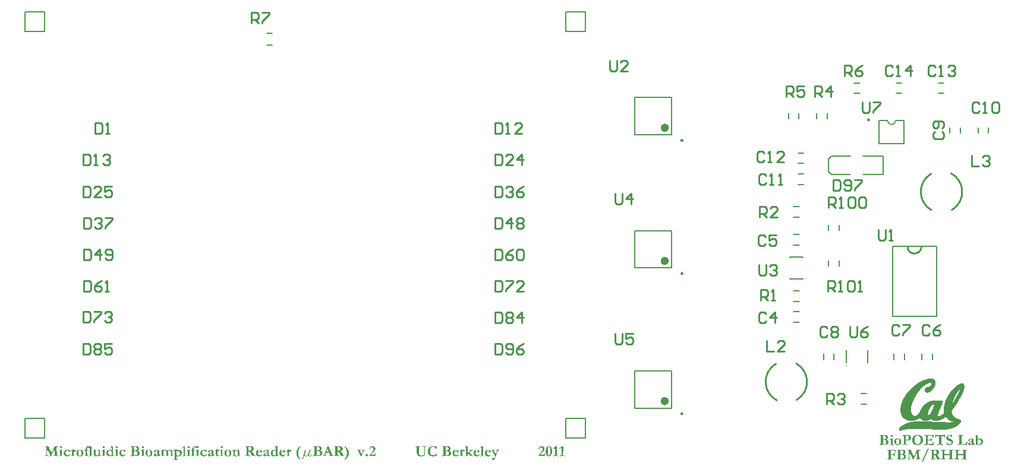
<source format=gto>
%FSLAX25Y25*%
%MOIN*%
G70*
G01*
G75*
G04 Layer_Color=65535*
%ADD10R,0.05512X0.04331*%
%ADD11R,0.06693X0.04331*%
%ADD12O,0.06496X0.02559*%
%ADD13R,0.08661X0.05906*%
%ADD14O,0.08268X0.01181*%
%ADD15O,0.01181X0.08268*%
%ADD16R,0.04331X0.06693*%
%ADD17R,0.08465X0.01575*%
%ADD18R,0.08465X0.01575*%
%ADD19R,0.05906X0.07480*%
%ADD20R,0.05709X0.02165*%
%ADD21R,0.05709X0.02165*%
%ADD22R,0.10039X0.07284*%
%ADD23R,0.02165X0.05709*%
%ADD24R,0.02165X0.05709*%
%ADD25C,0.03150*%
%ADD26C,0.00598*%
%ADD27C,0.01575*%
%ADD28C,0.01969*%
%ADD29R,0.11811X0.11811*%
%ADD30O,0.04724X0.09843*%
%ADD31O,0.09843X0.04724*%
%ADD32C,0.19685*%
%ADD33R,0.05906X0.05906*%
%ADD34C,0.05906*%
%ADD35C,0.03150*%
%ADD36C,0.05000*%
%ADD37C,0.03937*%
%ADD38C,0.01000*%
%ADD39C,0.00984*%
%ADD40C,0.02362*%
%ADD41C,0.00787*%
%ADD42C,0.00394*%
G36*
X206514Y11490D02*
X206604D01*
X206711Y11473D01*
X206826Y11457D01*
X206957Y11432D01*
X207096Y11400D01*
X207104D01*
X207121Y11391D01*
X207154Y11383D01*
X207195Y11367D01*
X207244Y11342D01*
X207301Y11317D01*
X207375Y11293D01*
X207449Y11252D01*
X207457Y11244D01*
X207490Y11236D01*
X207531Y11211D01*
X207580Y11178D01*
X207703Y11088D01*
X207826Y10973D01*
X207834Y10965D01*
X207851Y10949D01*
X207884Y10908D01*
X207916Y10866D01*
X207957Y10809D01*
X207998Y10744D01*
X208031Y10670D01*
X208064Y10596D01*
Y10588D01*
X208080Y10563D01*
X208088Y10514D01*
X208105Y10465D01*
X208121Y10391D01*
X208130Y10317D01*
X208146Y10153D01*
Y10145D01*
Y10112D01*
X208138Y10063D01*
X208130Y9997D01*
X208113Y9923D01*
X208097Y9842D01*
X208064Y9759D01*
X208023Y9678D01*
X208015Y9669D01*
X207998Y9645D01*
X207974Y9604D01*
X207941Y9555D01*
X207892Y9497D01*
X207826Y9431D01*
X207761Y9366D01*
X207679Y9300D01*
X207670D01*
X207654Y9284D01*
X207621Y9268D01*
X207564Y9235D01*
X207490Y9194D01*
X207392Y9144D01*
X207277Y9087D01*
X207129Y9021D01*
X207137D01*
X207154Y9013D01*
X207187Y9005D01*
X207236Y8989D01*
X207285Y8972D01*
X207350Y8956D01*
X207490Y8899D01*
X207646Y8825D01*
X207810Y8734D01*
X207965Y8620D01*
X208105Y8489D01*
X208113Y8480D01*
X208121Y8472D01*
X208162Y8423D01*
X208211Y8341D01*
X208277Y8234D01*
X208343Y8111D01*
X208392Y7964D01*
X208433Y7800D01*
X208449Y7627D01*
Y7611D01*
Y7578D01*
X208441Y7521D01*
X208433Y7447D01*
X208425Y7365D01*
X208400Y7259D01*
X208376Y7152D01*
X208334Y7037D01*
Y7029D01*
X208318Y6996D01*
X208302Y6955D01*
X208277Y6898D01*
X208244Y6832D01*
X208195Y6758D01*
X208146Y6684D01*
X208080Y6611D01*
X208072Y6602D01*
X208039Y6570D01*
X207990Y6521D01*
X207925Y6463D01*
X207842Y6397D01*
X207761Y6332D01*
X207662Y6274D01*
X207564Y6217D01*
X207547Y6209D01*
X207515Y6193D01*
X207449Y6168D01*
X207367Y6143D01*
X207260Y6111D01*
X207129Y6069D01*
X206981Y6037D01*
X206809Y6004D01*
X206801D01*
X206768Y5996D01*
X206711Y5988D01*
X206629D01*
X206530Y5979D01*
X206407Y5971D01*
X206260Y5963D01*
X206088D01*
X205358Y5979D01*
X205120D01*
X205046Y5971D01*
X204890D01*
X204702Y5963D01*
X204489Y5946D01*
X204259Y5930D01*
X204161D01*
X204120Y5922D01*
X203939D01*
X203857Y5914D01*
X203660D01*
X203546Y5906D01*
X203415D01*
X203267Y5897D01*
X203275Y6233D01*
X203283D01*
X203292Y6242D01*
X203341Y6250D01*
X203423Y6266D01*
X203521Y6283D01*
X203538D01*
X203570Y6291D01*
X203620Y6299D01*
X203685Y6316D01*
X203833Y6348D01*
X203906Y6373D01*
X203972Y6397D01*
Y6406D01*
X203980Y6414D01*
X204005Y6455D01*
X204029Y6521D01*
X204046Y6586D01*
Y6594D01*
X204054Y6627D01*
X204062Y6684D01*
X204070Y6767D01*
Y6865D01*
X204079Y6988D01*
X204087Y7127D01*
Y7291D01*
X204079Y9104D01*
Y9120D01*
Y9136D01*
Y9169D01*
Y9202D01*
Y9251D01*
Y9317D01*
Y9391D01*
X204070Y9481D01*
Y9587D01*
Y9702D01*
X204062Y9842D01*
Y9997D01*
X204054Y10170D01*
Y10358D01*
X204046Y10571D01*
Y10588D01*
Y10621D01*
X204038Y10678D01*
Y10744D01*
X204029Y10809D01*
X204021Y10875D01*
X204005Y10932D01*
X203997Y10973D01*
Y10981D01*
X203989Y10989D01*
X203980Y10998D01*
X203956Y11014D01*
X203939Y11022D01*
X203923Y11030D01*
X203898Y11039D01*
X203866Y11047D01*
X203824Y11063D01*
X203767D01*
X203701Y11072D01*
X203660D01*
X203620Y11080D01*
X203562D01*
X203497Y11096D01*
X203406Y11104D01*
X203292Y11121D01*
X203275Y11424D01*
X204226Y11440D01*
X205628Y11490D01*
X205792Y11498D01*
X206449D01*
X206514Y11490D01*
D02*
G37*
G36*
X104088D02*
X104178D01*
X104285Y11473D01*
X104400Y11457D01*
X104531Y11432D01*
X104670Y11400D01*
X104678D01*
X104695Y11391D01*
X104727Y11383D01*
X104769Y11367D01*
X104818Y11342D01*
X104875Y11317D01*
X104949Y11293D01*
X105023Y11252D01*
X105031Y11244D01*
X105064Y11236D01*
X105105Y11211D01*
X105154Y11178D01*
X105277Y11088D01*
X105400Y10973D01*
X105408Y10965D01*
X105424Y10949D01*
X105457Y10908D01*
X105490Y10866D01*
X105531Y10809D01*
X105572Y10744D01*
X105605Y10670D01*
X105638Y10596D01*
Y10588D01*
X105654Y10563D01*
X105662Y10514D01*
X105679Y10465D01*
X105695Y10391D01*
X105703Y10317D01*
X105720Y10153D01*
Y10145D01*
Y10112D01*
X105711Y10063D01*
X105703Y9997D01*
X105687Y9923D01*
X105670Y9842D01*
X105638Y9759D01*
X105597Y9678D01*
X105588Y9669D01*
X105572Y9645D01*
X105547Y9604D01*
X105515Y9555D01*
X105465Y9497D01*
X105400Y9431D01*
X105334Y9366D01*
X105252Y9300D01*
X105244D01*
X105228Y9284D01*
X105195Y9268D01*
X105138Y9235D01*
X105064Y9194D01*
X104965Y9144D01*
X104850Y9087D01*
X104703Y9021D01*
X104711D01*
X104727Y9013D01*
X104760Y9005D01*
X104809Y8989D01*
X104859Y8972D01*
X104924Y8956D01*
X105064Y8899D01*
X105219Y8825D01*
X105384Y8734D01*
X105539Y8620D01*
X105679Y8489D01*
X105687Y8480D01*
X105695Y8472D01*
X105736Y8423D01*
X105785Y8341D01*
X105851Y8234D01*
X105917Y8111D01*
X105966Y7964D01*
X106007Y7800D01*
X106023Y7627D01*
Y7611D01*
Y7578D01*
X106015Y7521D01*
X106007Y7447D01*
X105999Y7365D01*
X105974Y7259D01*
X105949Y7152D01*
X105908Y7037D01*
Y7029D01*
X105892Y6996D01*
X105876Y6955D01*
X105851Y6898D01*
X105818Y6832D01*
X105769Y6758D01*
X105720Y6684D01*
X105654Y6611D01*
X105646Y6602D01*
X105613Y6570D01*
X105564Y6521D01*
X105498Y6463D01*
X105416Y6397D01*
X105334Y6332D01*
X105236Y6274D01*
X105138Y6217D01*
X105121Y6209D01*
X105088Y6193D01*
X105023Y6168D01*
X104941Y6143D01*
X104834Y6111D01*
X104703Y6069D01*
X104555Y6037D01*
X104383Y6004D01*
X104375D01*
X104342Y5996D01*
X104285Y5988D01*
X104203D01*
X104104Y5979D01*
X103981Y5971D01*
X103834Y5963D01*
X103662D01*
X102932Y5979D01*
X102694D01*
X102620Y5971D01*
X102464D01*
X102276Y5963D01*
X102062Y5946D01*
X101833Y5930D01*
X101734D01*
X101693Y5922D01*
X101513D01*
X101431Y5914D01*
X101234D01*
X101119Y5906D01*
X100988D01*
X100841Y5897D01*
X100849Y6233D01*
X100857D01*
X100865Y6242D01*
X100915Y6250D01*
X100996Y6266D01*
X101095Y6283D01*
X101111D01*
X101144Y6291D01*
X101193Y6299D01*
X101259Y6316D01*
X101407Y6348D01*
X101480Y6373D01*
X101546Y6397D01*
Y6406D01*
X101554Y6414D01*
X101579Y6455D01*
X101603Y6521D01*
X101620Y6586D01*
Y6594D01*
X101628Y6627D01*
X101636Y6684D01*
X101644Y6767D01*
Y6865D01*
X101653Y6988D01*
X101661Y7127D01*
Y7291D01*
X101653Y9104D01*
Y9120D01*
Y9136D01*
Y9169D01*
Y9202D01*
Y9251D01*
Y9317D01*
Y9391D01*
X101644Y9481D01*
Y9587D01*
Y9702D01*
X101636Y9842D01*
Y9997D01*
X101628Y10170D01*
Y10358D01*
X101620Y10571D01*
Y10588D01*
Y10621D01*
X101611Y10678D01*
Y10744D01*
X101603Y10809D01*
X101595Y10875D01*
X101579Y10932D01*
X101570Y10973D01*
Y10981D01*
X101562Y10989D01*
X101554Y10998D01*
X101530Y11014D01*
X101513Y11022D01*
X101497Y11030D01*
X101472Y11039D01*
X101439Y11047D01*
X101398Y11063D01*
X101341D01*
X101275Y11072D01*
X101234D01*
X101193Y11080D01*
X101136D01*
X101070Y11096D01*
X100980Y11104D01*
X100865Y11121D01*
X100849Y11424D01*
X101800Y11440D01*
X103202Y11490D01*
X103366Y11498D01*
X104022D01*
X104088Y11490D01*
D02*
G37*
G36*
X278797D02*
X278887D01*
X278994Y11473D01*
X279109Y11457D01*
X279240Y11432D01*
X279379Y11400D01*
X279387D01*
X279404Y11391D01*
X279437Y11383D01*
X279478Y11367D01*
X279527Y11342D01*
X279584Y11317D01*
X279658Y11293D01*
X279732Y11252D01*
X279740Y11244D01*
X279773Y11236D01*
X279814Y11211D01*
X279863Y11178D01*
X279986Y11088D01*
X280109Y10973D01*
X280117Y10965D01*
X280134Y10949D01*
X280167Y10908D01*
X280199Y10866D01*
X280240Y10809D01*
X280281Y10744D01*
X280314Y10670D01*
X280347Y10596D01*
Y10588D01*
X280363Y10563D01*
X280371Y10514D01*
X280388Y10465D01*
X280404Y10391D01*
X280413Y10317D01*
X280429Y10153D01*
Y10145D01*
Y10112D01*
X280421Y10063D01*
X280413Y9997D01*
X280396Y9923D01*
X280380Y9842D01*
X280347Y9759D01*
X280306Y9678D01*
X280298Y9669D01*
X280281Y9645D01*
X280257Y9604D01*
X280224Y9555D01*
X280175Y9497D01*
X280109Y9431D01*
X280044Y9366D01*
X279961Y9300D01*
X279953D01*
X279937Y9284D01*
X279904Y9268D01*
X279847Y9235D01*
X279773Y9194D01*
X279675Y9144D01*
X279560Y9087D01*
X279412Y9021D01*
X279420D01*
X279437Y9013D01*
X279469Y9005D01*
X279519Y8989D01*
X279568Y8972D01*
X279633Y8956D01*
X279773Y8899D01*
X279929Y8825D01*
X280093Y8734D01*
X280248Y8620D01*
X280388Y8489D01*
X280396Y8480D01*
X280404Y8472D01*
X280445Y8423D01*
X280494Y8341D01*
X280560Y8234D01*
X280626Y8111D01*
X280675Y7964D01*
X280716Y7800D01*
X280732Y7627D01*
Y7611D01*
Y7578D01*
X280724Y7521D01*
X280716Y7447D01*
X280708Y7365D01*
X280683Y7259D01*
X280659Y7152D01*
X280617Y7037D01*
Y7029D01*
X280601Y6996D01*
X280585Y6955D01*
X280560Y6898D01*
X280527Y6832D01*
X280478Y6758D01*
X280429Y6684D01*
X280363Y6611D01*
X280355Y6602D01*
X280322Y6570D01*
X280273Y6521D01*
X280207Y6463D01*
X280125Y6397D01*
X280044Y6332D01*
X279945Y6274D01*
X279847Y6217D01*
X279830Y6209D01*
X279798Y6193D01*
X279732Y6168D01*
X279650Y6143D01*
X279543Y6111D01*
X279412Y6069D01*
X279264Y6037D01*
X279092Y6004D01*
X279084D01*
X279051Y5996D01*
X278994Y5988D01*
X278912D01*
X278814Y5979D01*
X278691Y5971D01*
X278543Y5963D01*
X278371D01*
X277641Y5979D01*
X277403D01*
X277329Y5971D01*
X277173D01*
X276985Y5963D01*
X276772Y5946D01*
X276542Y5930D01*
X276444D01*
X276403Y5922D01*
X276222D01*
X276140Y5914D01*
X275943D01*
X275829Y5906D01*
X275697D01*
X275550Y5897D01*
X275558Y6233D01*
X275566D01*
X275574Y6242D01*
X275624Y6250D01*
X275706Y6266D01*
X275804Y6283D01*
X275820D01*
X275853Y6291D01*
X275903Y6299D01*
X275968Y6316D01*
X276116Y6348D01*
X276189Y6373D01*
X276255Y6397D01*
Y6406D01*
X276263Y6414D01*
X276288Y6455D01*
X276312Y6521D01*
X276329Y6586D01*
Y6594D01*
X276337Y6627D01*
X276345Y6684D01*
X276354Y6767D01*
Y6865D01*
X276362Y6988D01*
X276370Y7127D01*
Y7291D01*
X276362Y9104D01*
Y9120D01*
Y9136D01*
Y9169D01*
Y9202D01*
Y9251D01*
Y9317D01*
Y9391D01*
X276354Y9481D01*
Y9587D01*
Y9702D01*
X276345Y9842D01*
Y9997D01*
X276337Y10170D01*
Y10358D01*
X276329Y10571D01*
Y10588D01*
Y10621D01*
X276321Y10678D01*
Y10744D01*
X276312Y10809D01*
X276304Y10875D01*
X276288Y10932D01*
X276280Y10973D01*
Y10981D01*
X276272Y10989D01*
X276263Y10998D01*
X276239Y11014D01*
X276222Y11022D01*
X276206Y11030D01*
X276181Y11039D01*
X276149Y11047D01*
X276108Y11063D01*
X276050D01*
X275985Y11072D01*
X275943D01*
X275903Y11080D01*
X275845D01*
X275780Y11096D01*
X275689Y11104D01*
X275574Y11121D01*
X275558Y11424D01*
X276509Y11440D01*
X277911Y11490D01*
X278076Y11498D01*
X278731D01*
X278797Y11490D01*
D02*
G37*
G36*
X60177Y11473D02*
X60218Y11465D01*
Y11457D01*
Y11432D01*
Y11367D01*
X60210Y11236D01*
Y11227D01*
Y11203D01*
Y11170D01*
Y11121D01*
X60193D01*
X60144Y11112D01*
X60070Y11096D01*
X59980Y11072D01*
X59873Y11047D01*
X59767Y11014D01*
X59652Y10981D01*
X59554Y10940D01*
X59545D01*
X59529Y10924D01*
X59472Y10883D01*
X59406Y10817D01*
X59390Y10776D01*
X59382Y10735D01*
Y10670D01*
X59447Y9366D01*
Y9358D01*
Y9341D01*
Y9317D01*
X59455Y9276D01*
Y9227D01*
Y9161D01*
X59464Y9079D01*
Y8972D01*
X59472Y8849D01*
X59480Y8710D01*
X59488Y8538D01*
X59496Y8341D01*
X59504Y8119D01*
X59513Y7874D01*
Y7734D01*
X59521Y7587D01*
Y7570D01*
Y7521D01*
X59529Y7447D01*
Y7340D01*
X59537Y7209D01*
X59545Y7053D01*
X59554Y6873D01*
X59570Y6676D01*
Y6668D01*
X59578Y6635D01*
Y6602D01*
Y6570D01*
Y6561D01*
Y6553D01*
X59587Y6512D01*
X59603Y6463D01*
X59627Y6430D01*
X59644Y6422D01*
X59677Y6414D01*
X59710Y6406D01*
X59742Y6389D01*
X59783Y6381D01*
X59833Y6365D01*
X59898Y6340D01*
X59972Y6324D01*
X60062Y6291D01*
X60160Y6266D01*
X60275Y6233D01*
X60407Y6193D01*
Y6184D01*
Y6151D01*
Y6119D01*
Y6086D01*
Y6069D01*
Y6028D01*
Y5971D01*
Y5906D01*
X60341D01*
X60283Y5914D01*
X60210D01*
X60103Y5930D01*
X59972Y5938D01*
X59816Y5955D01*
X59800D01*
X59775Y5963D01*
X59742D01*
X59652Y5971D01*
X59537Y5979D01*
X59406Y5988D01*
X59259Y5996D01*
X58955Y6004D01*
X58734D01*
X58660Y5996D01*
X58578D01*
X58389Y5988D01*
X58192Y5979D01*
X57979Y5963D01*
X57758Y5946D01*
X57709D01*
X57660Y5938D01*
X57602D01*
X57618Y6233D01*
X57627D01*
X57651Y6242D01*
X57684Y6258D01*
X57741Y6274D01*
X57807Y6291D01*
X57881Y6307D01*
X57971Y6332D01*
X58069Y6348D01*
X58078D01*
X58102Y6357D01*
X58135Y6365D01*
X58176Y6373D01*
X58266Y6414D01*
X58307Y6438D01*
X58332Y6463D01*
Y6471D01*
X58340Y6480D01*
X58348Y6512D01*
X58365Y6553D01*
X58373Y6611D01*
X58381Y6693D01*
X58389Y6791D01*
Y6922D01*
Y6931D01*
Y6947D01*
Y6972D01*
Y7004D01*
Y7086D01*
X58381Y7168D01*
Y7176D01*
Y7193D01*
Y7218D01*
Y7250D01*
X58373Y7299D01*
Y7349D01*
Y7414D01*
Y7488D01*
X58365Y7578D01*
Y7668D01*
Y7767D01*
Y7882D01*
X58356Y8005D01*
Y8128D01*
Y8267D01*
Y8415D01*
X58283Y9923D01*
Y9940D01*
Y9973D01*
Y10030D01*
X58275Y10096D01*
X58266Y10243D01*
Y10309D01*
X58258Y10366D01*
X57200Y7923D01*
X57192Y7906D01*
X57176Y7857D01*
X57135Y7783D01*
X57086Y7677D01*
Y7668D01*
X57069Y7644D01*
X57053Y7603D01*
X57036Y7562D01*
X56995Y7463D01*
X56971Y7423D01*
X56954Y7390D01*
Y7382D01*
X56938Y7357D01*
X56921Y7316D01*
X56905Y7259D01*
X56872Y7193D01*
X56848Y7119D01*
X56815Y7029D01*
X56782Y6939D01*
X56700Y6742D01*
X56626Y6545D01*
X56561Y6348D01*
X56528Y6258D01*
X56503Y6176D01*
Y6168D01*
X56495Y6160D01*
X56487Y6135D01*
X56479Y6102D01*
X56446Y6020D01*
X56405Y5906D01*
X56052Y5914D01*
X55823Y6561D01*
X55814Y6570D01*
X55806Y6611D01*
X55782Y6668D01*
X55741Y6758D01*
X55700Y6865D01*
X55634Y6996D01*
X55560Y7160D01*
X55478Y7340D01*
X55470Y7357D01*
X55454Y7390D01*
X55429Y7447D01*
X55396Y7513D01*
X55355Y7595D01*
X55322Y7677D01*
X55282Y7759D01*
X55249Y7833D01*
X55240Y7849D01*
X55224Y7874D01*
X55208Y7914D01*
X55191Y7947D01*
X55142Y8054D01*
Y8062D01*
Y8070D01*
X55134Y8095D01*
X54494Y9464D01*
X54109Y10293D01*
X54068Y8275D01*
X54035Y6963D01*
Y6947D01*
Y6914D01*
X54043Y6848D01*
X54052Y6783D01*
X54068Y6709D01*
X54084Y6627D01*
X54117Y6553D01*
X54158Y6496D01*
X54166Y6488D01*
X54183Y6471D01*
X54216Y6447D01*
X54273Y6414D01*
X54339Y6373D01*
X54429Y6340D01*
X54544Y6299D01*
X54683Y6258D01*
X54896Y6209D01*
Y5906D01*
X54798D01*
X54732Y5914D01*
X54650D01*
X54560Y5922D01*
X54461Y5930D01*
X54355Y5938D01*
X54339D01*
X54306Y5946D01*
X54240D01*
X54158Y5955D01*
X54052Y5963D01*
X53920D01*
X53773Y5971D01*
X53502D01*
X53461Y5963D01*
X53355D01*
X53281Y5955D01*
X53207D01*
X53109Y5946D01*
X53010D01*
X52887Y5938D01*
X52756Y5930D01*
X52772Y6217D01*
X52797D01*
X52821Y6225D01*
X52854Y6233D01*
X52953Y6250D01*
X53059Y6266D01*
X53174Y6299D01*
X53281Y6332D01*
X53379Y6381D01*
X53420Y6406D01*
X53453Y6430D01*
X53461Y6438D01*
X53469Y6455D01*
X53486Y6488D01*
X53502Y6537D01*
X53527Y6611D01*
X53551Y6701D01*
X53576Y6824D01*
X53601Y6972D01*
X53650Y8497D01*
X53715Y10038D01*
Y10046D01*
Y10063D01*
X53724Y10112D01*
X53732Y10170D01*
Y10194D01*
Y10210D01*
Y10219D01*
Y10235D01*
Y10268D01*
Y10309D01*
Y10407D01*
X53724Y10522D01*
X53715Y10645D01*
X53699Y10752D01*
X53691Y10801D01*
X53683Y10842D01*
X53674Y10875D01*
X53658Y10899D01*
Y10908D01*
X53641Y10916D01*
X53609Y10932D01*
X53559Y10957D01*
X53494Y10989D01*
X53395Y11014D01*
X53338Y11030D01*
X53272Y11047D01*
X53190Y11063D01*
X53109Y11080D01*
X53100D01*
X53092Y11088D01*
X53043Y11096D01*
X52986Y11112D01*
X52928Y11129D01*
Y11137D01*
Y11145D01*
X52920Y11195D01*
X52912Y11252D01*
Y11309D01*
Y11449D01*
X52944D01*
X52977Y11457D01*
X53076D01*
X53141Y11465D01*
X53289D01*
X54535Y11424D01*
X54568D01*
X54601Y11416D01*
X54650D01*
X54847Y11408D01*
Y11400D01*
X54863Y11391D01*
X54896Y11342D01*
X54937Y11268D01*
X54994Y11170D01*
X55003Y11153D01*
X55027Y11112D01*
X55060Y11039D01*
X55109Y10940D01*
X55167Y10809D01*
X55240Y10653D01*
X55322Y10473D01*
X55413Y10260D01*
X55462Y10145D01*
X56126Y8693D01*
X56134Y8685D01*
X56142Y8661D01*
X56167Y8612D01*
X56192Y8546D01*
Y8538D01*
X56208Y8521D01*
X56216Y8489D01*
X56241Y8448D01*
X56282Y8357D01*
X56331Y8251D01*
Y8242D01*
X56339Y8226D01*
X56356Y8202D01*
X56372Y8161D01*
X56421Y8062D01*
X56471Y7947D01*
Y7939D01*
X56487Y7923D01*
X56503Y7890D01*
X56520Y7849D01*
X56569Y7750D01*
X56618Y7652D01*
Y7660D01*
X56626Y7668D01*
X56651Y7718D01*
X56692Y7791D01*
X56733Y7882D01*
Y7890D01*
X56741Y7898D01*
X56757Y7947D01*
X56790Y8021D01*
X56840Y8119D01*
X56889Y8234D01*
X56938Y8349D01*
X57061Y8603D01*
Y8612D01*
X57077Y8628D01*
X57094Y8669D01*
X57110Y8710D01*
X57143Y8776D01*
X57176Y8849D01*
X57217Y8940D01*
X57266Y9046D01*
X57315Y9161D01*
X57372Y9292D01*
X57438Y9440D01*
X57504Y9595D01*
X57578Y9768D01*
X57651Y9956D01*
X57733Y10161D01*
X57823Y10374D01*
X57832Y10383D01*
X57840Y10415D01*
X57856Y10457D01*
X57889Y10522D01*
X57922Y10604D01*
X57963Y10702D01*
X58020Y10817D01*
X58078Y10957D01*
Y10965D01*
X58086Y10973D01*
X58110Y11014D01*
X58135Y11080D01*
X58168Y11153D01*
X58209Y11227D01*
X58233Y11293D01*
X58258Y11342D01*
X58266Y11359D01*
X58275Y11367D01*
X58283Y11375D01*
X58307Y11383D01*
X58356Y11391D01*
X58430Y11400D01*
X58504D01*
X58561Y11408D01*
X58652D01*
X58709Y11416D01*
X58881D01*
X58980Y11424D01*
X59168D01*
X59250Y11432D01*
X59464D01*
X59587Y11440D01*
X59701Y11449D01*
X59808Y11457D01*
X59816D01*
X59849Y11465D01*
X59898D01*
X59947Y11473D01*
X60005D01*
X60054Y11481D01*
X60144D01*
X60177Y11473D01*
D02*
G37*
G36*
X231196Y9423D02*
X231442D01*
X231483Y9415D01*
X231590D01*
X231655Y9407D01*
X231811D01*
X232147Y9423D01*
X232221D01*
X232270Y9415D01*
Y9407D01*
X232278Y9374D01*
Y9333D01*
Y9292D01*
Y9284D01*
Y9259D01*
Y9227D01*
X232270Y9177D01*
X232262D01*
X232254Y9169D01*
X232196Y9161D01*
X232123Y9136D01*
X232032Y9112D01*
X231934Y9079D01*
X231836Y9046D01*
X231746Y9013D01*
X231672Y8980D01*
X231663Y8972D01*
X231655Y8948D01*
X231639Y8923D01*
X231631Y8899D01*
X231606Y8866D01*
Y8857D01*
X231598Y8841D01*
X231590Y8817D01*
X231573Y8776D01*
X231557Y8718D01*
X231532Y8661D01*
X231508Y8587D01*
X231475Y8505D01*
X231442Y8406D01*
X231401Y8308D01*
X231360Y8193D01*
X231311Y8070D01*
X231254Y7947D01*
X231196Y7808D01*
X231131Y7660D01*
X231065Y7504D01*
X230606Y6389D01*
Y6381D01*
X230589Y6357D01*
X230573Y6316D01*
X230557Y6274D01*
X230516Y6176D01*
X230491Y6127D01*
X230474Y6094D01*
Y6086D01*
X230466Y6069D01*
X230450Y6045D01*
X230434Y6012D01*
X230384Y5930D01*
X230343Y5848D01*
X229999D01*
X229991Y5864D01*
X229974Y5897D01*
X229942Y5955D01*
X229892Y6037D01*
X229843Y6143D01*
X229786Y6258D01*
X229720Y6397D01*
X229655Y6545D01*
X229081Y7841D01*
Y7849D01*
X229072Y7865D01*
X229056Y7890D01*
X229040Y7931D01*
X229023Y7980D01*
X228998Y8038D01*
X228941Y8169D01*
X228867Y8333D01*
X228785Y8521D01*
X228695Y8718D01*
X228597Y8931D01*
X228589Y8940D01*
X228572Y8972D01*
X228556Y8997D01*
X228539Y9021D01*
X228523Y9030D01*
X228482Y9038D01*
X228425Y9054D01*
X228359Y9071D01*
X228293Y9095D01*
X228228Y9120D01*
X228179Y9144D01*
X228154Y9169D01*
Y9177D01*
X228146Y9202D01*
X228137Y9235D01*
Y9284D01*
Y9300D01*
Y9325D01*
X228146Y9374D01*
X228162Y9415D01*
X228252D01*
X229138Y9399D01*
X229400Y9391D01*
X229958Y9415D01*
X230056D01*
X230065Y9399D01*
X230073Y9366D01*
X230081Y9325D01*
X230089Y9292D01*
Y9284D01*
Y9251D01*
X230081Y9202D01*
X230065Y9136D01*
X230048D01*
X230007Y9128D01*
X229950Y9120D01*
X229876Y9104D01*
X229868D01*
X229843Y9095D01*
X229810D01*
X229769Y9087D01*
X229679Y9063D01*
X229638Y9054D01*
X229613Y9038D01*
X229605D01*
X229597Y9021D01*
X229589Y9005D01*
X229581Y8980D01*
Y8972D01*
X229589Y8931D01*
X229605Y8874D01*
X229638Y8800D01*
X229646Y8792D01*
X229655Y8776D01*
X229663Y8751D01*
X229679Y8718D01*
X229704Y8669D01*
X229728Y8603D01*
X229761Y8529D01*
Y8521D01*
X229769Y8513D01*
X229778Y8489D01*
X229794Y8448D01*
X229810Y8406D01*
X229835Y8357D01*
X229868Y8292D01*
X229901Y8218D01*
Y8210D01*
X229917Y8185D01*
X229933Y8152D01*
X229950Y8111D01*
X229982Y8054D01*
X230007Y7988D01*
X230081Y7841D01*
X230155Y7677D01*
X230228Y7504D01*
X230294Y7332D01*
X230351Y7185D01*
Y7176D01*
X230368Y7152D01*
X230384Y7111D01*
X230401Y7062D01*
X230442Y6963D01*
X230466Y6906D01*
X230491Y6865D01*
Y6873D01*
X230507Y6898D01*
X230524Y6939D01*
X230540Y6988D01*
X230573Y7053D01*
X230606Y7136D01*
X230639Y7234D01*
X230679Y7340D01*
X230729Y7463D01*
X230778Y7595D01*
X230827Y7742D01*
X230885Y7898D01*
X230942Y8062D01*
X231008Y8242D01*
X231065Y8423D01*
X231131Y8620D01*
X231139Y8636D01*
X231147Y8669D01*
X231163Y8718D01*
X231180Y8784D01*
X231221Y8931D01*
X231229Y9005D01*
X231237Y9071D01*
X231229D01*
X231196Y9079D01*
X231147Y9087D01*
X231089Y9095D01*
X231016D01*
X230934Y9104D01*
X230770Y9112D01*
X230720D01*
X230655Y9120D01*
Y9136D01*
Y9169D01*
X230647Y9210D01*
Y9259D01*
Y9268D01*
Y9276D01*
X230655Y9317D01*
X230663Y9374D01*
X230679Y9415D01*
X230827Y9431D01*
X231196Y9423D01*
D02*
G37*
G36*
X119315Y9628D02*
X119324Y9292D01*
Y9136D01*
Y9054D01*
X119332D01*
X119340Y9071D01*
X119389Y9104D01*
X119463Y9161D01*
X119561Y9227D01*
X119668Y9300D01*
X119774Y9366D01*
X119889Y9431D01*
X119996Y9481D01*
X120012Y9489D01*
X120045Y9497D01*
X120103Y9514D01*
X120176Y9538D01*
X120275Y9555D01*
X120373Y9571D01*
X120496Y9579D01*
X120619Y9587D01*
X120677D01*
X120742Y9579D01*
X120832Y9571D01*
X120931Y9555D01*
X121045Y9522D01*
X121160Y9489D01*
X121275Y9440D01*
X121291Y9431D01*
X121324Y9415D01*
X121382Y9374D01*
X121456Y9325D01*
X121537Y9251D01*
X121628Y9169D01*
X121718Y9071D01*
X121800Y8948D01*
X121816Y8964D01*
X121849Y8997D01*
X121906Y9046D01*
X121980Y9112D01*
X122054Y9177D01*
X122144Y9251D01*
X122226Y9317D01*
X122308Y9366D01*
X122317D01*
X122333Y9382D01*
X122366Y9391D01*
X122407Y9415D01*
X122464Y9431D01*
X122530Y9456D01*
X122603Y9481D01*
X122694Y9505D01*
X122702D01*
X122735Y9514D01*
X122784Y9530D01*
X122841Y9538D01*
X122915Y9555D01*
X122989Y9563D01*
X123153Y9571D01*
X123210D01*
X123251Y9563D01*
X123301D01*
X123358Y9555D01*
X123489Y9530D01*
X123645Y9481D01*
X123801Y9415D01*
X123948Y9333D01*
X124022Y9276D01*
X124088Y9210D01*
X124096D01*
X124104Y9194D01*
X124145Y9144D01*
X124203Y9063D01*
X124268Y8956D01*
X124326Y8808D01*
X124383Y8644D01*
X124424Y8448D01*
X124440Y8341D01*
Y8226D01*
Y7546D01*
Y7537D01*
Y7504D01*
Y7455D01*
Y7382D01*
Y7283D01*
X124432Y7152D01*
Y7004D01*
X124424Y6824D01*
Y6496D01*
Y6480D01*
X124432Y6447D01*
X124449Y6389D01*
X124473Y6332D01*
X124481D01*
X124498Y6324D01*
X124530Y6307D01*
X124572Y6291D01*
X124662Y6258D01*
X124760Y6233D01*
X124776D01*
X124809Y6225D01*
X124858Y6209D01*
X124916Y6176D01*
Y6168D01*
X124924Y6135D01*
X124941Y6094D01*
X124949Y6053D01*
X124941Y5963D01*
X124924D01*
X124875Y5955D01*
X124818Y5946D01*
X124727D01*
X124703Y5955D01*
X124612D01*
X124555Y5963D01*
X124547D01*
X124522Y5971D01*
X124489D01*
X124440Y5979D01*
X124375D01*
X124301Y5988D01*
X123899D01*
X123751Y5979D01*
X123588D01*
X123415Y5971D01*
X123251Y5963D01*
X123096Y5946D01*
Y5955D01*
Y5963D01*
X123087Y6004D01*
X123079Y6061D01*
X123071Y6111D01*
Y6168D01*
X123087Y6176D01*
X123104Y6184D01*
X123136Y6201D01*
X123186Y6217D01*
X123251Y6242D01*
X123333Y6274D01*
X123440Y6316D01*
X123448Y6324D01*
X123473Y6348D01*
X123489Y6381D01*
X123505Y6414D01*
Y6422D01*
X123514Y6438D01*
Y6463D01*
X123522Y6512D01*
Y6570D01*
X123530Y6652D01*
Y6750D01*
Y6873D01*
X123505Y8078D01*
Y8095D01*
Y8128D01*
X123497Y8185D01*
Y8259D01*
X123489Y8333D01*
X123481Y8415D01*
X123473Y8505D01*
X123456Y8579D01*
Y8587D01*
X123448Y8612D01*
X123440Y8644D01*
X123424Y8693D01*
X123391Y8792D01*
X123333Y8890D01*
Y8899D01*
X123317Y8907D01*
X123276Y8956D01*
X123202Y9021D01*
X123112Y9079D01*
X123104D01*
X123087Y9087D01*
X123063Y9104D01*
X123022Y9120D01*
X122932Y9144D01*
X122817Y9153D01*
X122776D01*
X122727Y9144D01*
X122669Y9136D01*
X122595Y9120D01*
X122513Y9095D01*
X122423Y9063D01*
X122333Y9013D01*
X122325Y9005D01*
X122292Y8989D01*
X122243Y8956D01*
X122185Y8915D01*
X122120Y8857D01*
X122046Y8792D01*
X121972Y8710D01*
X121898Y8612D01*
X121890Y8480D01*
X121898Y7939D01*
X121890Y7488D01*
Y7062D01*
Y6676D01*
Y6668D01*
Y6635D01*
Y6586D01*
X121898Y6529D01*
Y6471D01*
X121915Y6422D01*
X121923Y6373D01*
X121939Y6348D01*
X121948D01*
X121956Y6332D01*
X121988Y6324D01*
X122029Y6307D01*
X122079Y6283D01*
X122152Y6266D01*
X122243Y6250D01*
X122357Y6233D01*
X122489Y6184D01*
X122497Y6168D01*
X122513Y6135D01*
X122521Y6086D01*
X122530Y6037D01*
Y6028D01*
Y6012D01*
X122521Y5979D01*
X122505Y5938D01*
X122111D01*
X122079Y5946D01*
X122013D01*
X121939Y5955D01*
X121841Y5963D01*
X121734Y5971D01*
X121619Y5979D01*
X121496D01*
X121037Y5988D01*
X120964D01*
X120906Y5979D01*
X120824D01*
X120726Y5971D01*
X120603Y5955D01*
X120463Y5938D01*
X120389Y5946D01*
X120381Y6209D01*
X120389D01*
X120406Y6217D01*
X120439Y6225D01*
X120488Y6233D01*
X120545Y6242D01*
X120627Y6250D01*
X120726Y6266D01*
X120841Y6274D01*
X120857D01*
X120890Y6291D01*
X120898Y6299D01*
X120914Y6324D01*
X120939Y6348D01*
X120947Y6381D01*
Y6389D01*
X120955Y6397D01*
Y6422D01*
X120964Y6455D01*
Y6504D01*
X120972Y6561D01*
Y6635D01*
Y6725D01*
X120964Y7595D01*
X120980Y7824D01*
Y7833D01*
Y7857D01*
Y7890D01*
Y7931D01*
Y7980D01*
Y8046D01*
X120972Y8177D01*
Y8316D01*
X120964Y8456D01*
X120955Y8513D01*
X120947Y8570D01*
X120939Y8620D01*
X120931Y8653D01*
Y8661D01*
X120914Y8685D01*
X120898Y8726D01*
X120873Y8776D01*
X120841Y8825D01*
X120800Y8882D01*
X120742Y8940D01*
X120677Y8989D01*
X120668Y8997D01*
X120644Y9013D01*
X120603Y9030D01*
X120554Y9054D01*
X120480Y9079D01*
X120406Y9104D01*
X120324Y9112D01*
X120226Y9120D01*
X120168D01*
X120103Y9112D01*
X120020Y9095D01*
X119922Y9079D01*
X119824Y9046D01*
X119717Y9005D01*
X119619Y8948D01*
X119611Y8940D01*
X119578Y8923D01*
X119537Y8890D01*
X119488Y8849D01*
X119438Y8808D01*
X119389Y8759D01*
X119348Y8710D01*
X119324Y8661D01*
Y8653D01*
Y8636D01*
Y8579D01*
X119340Y8538D01*
Y8497D01*
Y8489D01*
Y8464D01*
X119332Y8431D01*
X119315Y8374D01*
Y7152D01*
X119324Y6512D01*
Y6504D01*
Y6488D01*
X119332Y6447D01*
X119340Y6397D01*
X119365Y6332D01*
X119373D01*
X119381Y6324D01*
X119430Y6316D01*
X119496Y6299D01*
X119561Y6283D01*
X119570D01*
X119586Y6274D01*
X119619Y6266D01*
X119651Y6258D01*
X119725Y6233D01*
X119799Y6201D01*
Y6193D01*
X119807Y6168D01*
X119816Y6135D01*
Y6102D01*
Y6094D01*
X119807Y6061D01*
X119799Y6012D01*
X119774Y5946D01*
X119643D01*
X119611Y5955D01*
X119553D01*
X119479Y5963D01*
X119381Y5971D01*
X119258Y5979D01*
X118790Y5988D01*
X118659D01*
X118569Y5979D01*
X118454D01*
X118315Y5971D01*
X118159Y5955D01*
X117987Y5938D01*
X117864Y5946D01*
Y5955D01*
X117856Y5988D01*
Y6037D01*
X117848Y6102D01*
Y6111D01*
Y6127D01*
X117856Y6160D01*
X117872Y6209D01*
X117880D01*
X117897Y6217D01*
X117921Y6225D01*
X117962Y6233D01*
X118003D01*
X118044Y6242D01*
X118102Y6250D01*
X118233Y6274D01*
X118298Y6291D01*
X118356Y6316D01*
X118364D01*
X118372Y6332D01*
X118380Y6348D01*
X118389Y6373D01*
Y6389D01*
X118397Y6422D01*
Y6455D01*
Y6488D01*
Y6529D01*
Y6578D01*
X118405Y6644D01*
Y6717D01*
X118413Y6808D01*
Y6906D01*
Y7021D01*
X118421Y7152D01*
Y7398D01*
Y7841D01*
Y8300D01*
Y8398D01*
Y8406D01*
Y8431D01*
X118413Y8472D01*
Y8513D01*
X118380Y8612D01*
X118356Y8653D01*
X118323Y8693D01*
X118315Y8702D01*
X118307Y8710D01*
X118274Y8734D01*
X118233Y8759D01*
X118167Y8792D01*
X118085Y8825D01*
X117987Y8866D01*
X117856Y8907D01*
Y9079D01*
X117872D01*
X117905Y9087D01*
X117971Y9104D01*
X118044Y9120D01*
X118061D01*
X118110Y9136D01*
X118184Y9153D01*
X118274Y9177D01*
X118372Y9210D01*
X118487Y9251D01*
X118594Y9300D01*
X118692Y9349D01*
X118700Y9358D01*
X118725Y9374D01*
X118766Y9399D01*
X118815Y9440D01*
X118872Y9489D01*
X118938Y9546D01*
X119004Y9620D01*
X119078Y9702D01*
X119315D01*
Y9628D01*
D02*
G37*
G36*
X152468Y9743D02*
Y9727D01*
Y9694D01*
X152476Y9653D01*
Y9604D01*
Y9538D01*
Y9464D01*
X152484Y9382D01*
Y9284D01*
Y9177D01*
Y9063D01*
X152492Y8940D01*
Y8808D01*
Y8669D01*
Y8365D01*
X152460Y6619D01*
Y6611D01*
Y6586D01*
Y6553D01*
Y6512D01*
X152468Y6406D01*
X152476Y6299D01*
X152484D01*
X152501Y6291D01*
X152533Y6283D01*
X152583Y6266D01*
X152640Y6250D01*
X152714Y6233D01*
X152796Y6217D01*
X152902Y6201D01*
X152919D01*
X152968Y6193D01*
X153034Y6176D01*
X153091Y6160D01*
X153083Y5938D01*
X153017D01*
X152960Y5930D01*
X152804D01*
X152714Y5938D01*
X152665D01*
X152632Y5946D01*
X152476D01*
X152402Y5955D01*
X152230D01*
X152033Y5963D01*
X151410D01*
X151345Y5955D01*
X151279D01*
X151131Y5938D01*
X151099D01*
X151066Y5930D01*
X151025D01*
X150935Y5922D01*
X150869D01*
X150861Y6201D01*
X151336Y6258D01*
X151345D01*
X151353Y6266D01*
X151394Y6283D01*
X151443Y6307D01*
X151484Y6348D01*
X151492Y6365D01*
X151500Y6381D01*
X151508Y6406D01*
Y6438D01*
X151517Y6480D01*
X151525Y6537D01*
Y6611D01*
Y6652D01*
Y6660D01*
Y6701D01*
Y6758D01*
X151533Y6840D01*
Y6848D01*
Y6865D01*
Y6889D01*
X151541Y6922D01*
Y6996D01*
Y7078D01*
Y7086D01*
Y7095D01*
Y7119D01*
Y7152D01*
Y7193D01*
X151533Y7242D01*
Y7308D01*
X151525Y7390D01*
X151533Y7603D01*
X151525Y7808D01*
X151541Y8505D01*
Y8513D01*
Y8529D01*
Y8554D01*
Y8587D01*
X151525Y8677D01*
X151508Y8784D01*
X151500Y8792D01*
X151476Y8817D01*
X151418Y8849D01*
X151385Y8874D01*
X151336Y8890D01*
X151328D01*
X151312Y8899D01*
X151279Y8907D01*
X151238Y8915D01*
X151181Y8931D01*
X151107Y8940D01*
X151016Y8956D01*
X150910Y8964D01*
Y9202D01*
X150951D01*
X150984Y9210D01*
X151066Y9218D01*
X151172Y9235D01*
X151295Y9259D01*
X151418Y9292D01*
X151558Y9333D01*
X151681Y9382D01*
X151689Y9391D01*
X151722Y9407D01*
X151771Y9431D01*
X151828Y9472D01*
X151902Y9522D01*
X151992Y9587D01*
X152083Y9661D01*
X152181Y9751D01*
X152468D01*
Y9743D01*
D02*
G37*
G36*
X138987D02*
Y9727D01*
Y9694D01*
X138995Y9653D01*
Y9604D01*
Y9538D01*
Y9464D01*
X139004Y9382D01*
Y9284D01*
Y9177D01*
Y9063D01*
X139012Y8940D01*
Y8808D01*
Y8669D01*
Y8365D01*
X138979Y6619D01*
Y6611D01*
Y6586D01*
Y6553D01*
Y6512D01*
X138987Y6406D01*
X138995Y6299D01*
X139004D01*
X139020Y6291D01*
X139053Y6283D01*
X139102Y6266D01*
X139159Y6250D01*
X139233Y6233D01*
X139315Y6217D01*
X139422Y6201D01*
X139438D01*
X139487Y6193D01*
X139553Y6176D01*
X139610Y6160D01*
X139602Y5938D01*
X139536D01*
X139479Y5930D01*
X139323D01*
X139233Y5938D01*
X139184D01*
X139151Y5946D01*
X138995D01*
X138921Y5955D01*
X138749D01*
X138552Y5963D01*
X137929D01*
X137864Y5955D01*
X137798D01*
X137651Y5938D01*
X137618D01*
X137585Y5930D01*
X137544D01*
X137454Y5922D01*
X137388D01*
X137380Y6201D01*
X137856Y6258D01*
X137864D01*
X137872Y6266D01*
X137913Y6283D01*
X137962Y6307D01*
X138003Y6348D01*
X138011Y6365D01*
X138020Y6381D01*
X138028Y6406D01*
Y6438D01*
X138036Y6480D01*
X138044Y6537D01*
Y6611D01*
Y6652D01*
Y6660D01*
Y6701D01*
Y6758D01*
X138052Y6840D01*
Y6848D01*
Y6865D01*
Y6889D01*
X138060Y6922D01*
Y6996D01*
Y7078D01*
Y7086D01*
Y7095D01*
Y7119D01*
Y7152D01*
Y7193D01*
X138052Y7242D01*
Y7308D01*
X138044Y7390D01*
X138052Y7603D01*
X138044Y7808D01*
X138060Y8505D01*
Y8513D01*
Y8529D01*
Y8554D01*
Y8587D01*
X138044Y8677D01*
X138028Y8784D01*
X138020Y8792D01*
X137995Y8817D01*
X137937Y8849D01*
X137905Y8874D01*
X137856Y8890D01*
X137847D01*
X137831Y8899D01*
X137798Y8907D01*
X137757Y8915D01*
X137700Y8931D01*
X137626Y8940D01*
X137536Y8956D01*
X137429Y8964D01*
Y9202D01*
X137470D01*
X137503Y9210D01*
X137585Y9218D01*
X137691Y9235D01*
X137814Y9259D01*
X137937Y9292D01*
X138077Y9333D01*
X138200Y9382D01*
X138208Y9391D01*
X138241Y9407D01*
X138290Y9431D01*
X138347Y9472D01*
X138421Y9522D01*
X138512Y9587D01*
X138602Y9661D01*
X138700Y9751D01*
X138987D01*
Y9743D01*
D02*
G37*
G36*
X236690Y11523D02*
X236756Y11514D01*
X236829Y11506D01*
X236912Y11498D01*
X237002Y11481D01*
X237190Y11424D01*
X237387Y11350D01*
X237486Y11301D01*
X237584Y11244D01*
X237674Y11178D01*
X237756Y11104D01*
X237764Y11096D01*
X237772Y11088D01*
X237797Y11063D01*
X237822Y11030D01*
X237855Y10989D01*
X237895Y10932D01*
X237978Y10809D01*
X238051Y10653D01*
X238125Y10473D01*
X238174Y10260D01*
X238182Y10153D01*
X238191Y10030D01*
Y10022D01*
Y9989D01*
Y9940D01*
X238182Y9874D01*
X238174Y9800D01*
X238158Y9719D01*
X238109Y9546D01*
X238101Y9530D01*
X238092Y9497D01*
X238059Y9440D01*
X238027Y9366D01*
X237986Y9284D01*
X237936Y9194D01*
X237822Y9013D01*
X237813Y9005D01*
X237789Y8964D01*
X237732Y8907D01*
X237690Y8866D01*
X237649Y8808D01*
X237592Y8751D01*
X237526Y8685D01*
X237453Y8603D01*
X237371Y8513D01*
X237281Y8415D01*
X237174Y8308D01*
X237051Y8185D01*
X236920Y8054D01*
X236912Y8046D01*
X236895Y8029D01*
X236862Y7997D01*
X236821Y7955D01*
X236772Y7906D01*
X236706Y7849D01*
X236633Y7775D01*
X236551Y7693D01*
X236460Y7611D01*
X236362Y7513D01*
X236247Y7406D01*
X236133Y7299D01*
X235870Y7053D01*
X235583Y6791D01*
X236059Y6783D01*
X236838Y6799D01*
X237289Y6791D01*
X237346D01*
X237412Y6799D01*
X237486D01*
X237567Y6808D01*
X237641Y6824D01*
X237715Y6840D01*
X237764Y6865D01*
X237772D01*
X237781Y6881D01*
X237805Y6906D01*
X237838Y6939D01*
X237871Y6988D01*
X237904Y7045D01*
X237936Y7127D01*
X237978Y7226D01*
X237986Y7242D01*
X237994Y7283D01*
X238027Y7349D01*
X238059Y7439D01*
X238338Y7455D01*
X238396Y7439D01*
X238404Y7431D01*
X238412Y7414D01*
X238420Y7398D01*
Y7373D01*
Y7357D01*
Y7324D01*
X238412Y7267D01*
X238396Y7193D01*
Y7185D01*
Y7176D01*
X238387Y7152D01*
X238379Y7111D01*
X238371Y7070D01*
X238363Y7012D01*
X238355Y6939D01*
X238347Y6857D01*
Y6848D01*
X238338Y6808D01*
X238330Y6750D01*
X238322Y6652D01*
X238314Y6594D01*
X238305Y6529D01*
X238289Y6455D01*
X238281Y6373D01*
X238264Y6274D01*
X238248Y6168D01*
X238232Y6053D01*
X238207Y5930D01*
X237494D01*
X237444Y5938D01*
X237346D01*
X237051Y5922D01*
X236977Y5930D01*
X236961D01*
X236936Y5938D01*
X236903D01*
X236821Y5946D01*
X236543D01*
X236460Y5938D01*
X236362D01*
X236239Y5930D01*
X236042D01*
X235608Y5938D01*
X234919Y5930D01*
X234648D01*
Y6217D01*
X234657Y6225D01*
X234673Y6250D01*
X234706Y6291D01*
X234747Y6340D01*
X234796Y6406D01*
X234853Y6471D01*
X234993Y6635D01*
X235140Y6816D01*
X235288Y6988D01*
X235436Y7152D01*
X235501Y7218D01*
X235559Y7283D01*
X235575Y7299D01*
X235616Y7340D01*
X235682Y7423D01*
X235731Y7472D01*
X235780Y7529D01*
X235837Y7595D01*
X235903Y7668D01*
X235977Y7750D01*
X236051Y7841D01*
X236141Y7947D01*
X236231Y8054D01*
X236321Y8169D01*
X236428Y8300D01*
X236436Y8308D01*
X236444Y8325D01*
X236469Y8349D01*
X236493Y8382D01*
X236559Y8472D01*
X236641Y8587D01*
X236731Y8726D01*
X236821Y8874D01*
X236903Y9021D01*
X236969Y9169D01*
Y9177D01*
X236977Y9185D01*
X236994Y9235D01*
X237018Y9308D01*
X237051Y9399D01*
X237075Y9497D01*
X237100Y9612D01*
X237117Y9727D01*
X237125Y9833D01*
Y9850D01*
Y9891D01*
X237117Y9948D01*
Y10022D01*
X237100Y10112D01*
X237084Y10210D01*
X237059Y10301D01*
X237026Y10399D01*
Y10407D01*
X237010Y10440D01*
X236985Y10489D01*
X236952Y10547D01*
X236903Y10612D01*
X236854Y10678D01*
X236780Y10744D01*
X236698Y10801D01*
X236690Y10809D01*
X236657Y10825D01*
X236608Y10850D01*
X236551Y10875D01*
X236477Y10899D01*
X236387Y10924D01*
X236297Y10940D01*
X236198Y10949D01*
X236149D01*
X236100Y10940D01*
X236034Y10932D01*
X235952Y10916D01*
X235870Y10891D01*
X235780Y10858D01*
X235698Y10809D01*
X235690Y10801D01*
X235665Y10785D01*
X235624Y10752D01*
X235575Y10711D01*
X235518Y10661D01*
X235468Y10604D01*
X235411Y10538D01*
X235370Y10465D01*
X235362Y10448D01*
X235345Y10415D01*
X235321Y10350D01*
X235288Y10276D01*
X235255Y10178D01*
X235222Y10071D01*
X235198Y9956D01*
X235181Y9833D01*
X234870D01*
Y9842D01*
Y9866D01*
X234861Y9899D01*
Y9940D01*
X234853Y10038D01*
Y10137D01*
Y10145D01*
Y10153D01*
Y10178D01*
X234861Y10210D01*
X234870Y10293D01*
X234894Y10391D01*
X234935Y10514D01*
X234984Y10645D01*
X235067Y10793D01*
X235173Y10932D01*
X235181Y10940D01*
X235198Y10957D01*
X235222Y10989D01*
X235263Y11022D01*
X235313Y11072D01*
X235378Y11121D01*
X235452Y11178D01*
X235534Y11236D01*
X235624Y11285D01*
X235731Y11342D01*
X235845Y11391D01*
X235968Y11440D01*
X236100Y11473D01*
X236247Y11506D01*
X236403Y11523D01*
X236567Y11531D01*
X236641D01*
X236690Y11523D01*
D02*
G37*
G36*
X211992Y11481D02*
X212738Y9727D01*
Y9719D01*
X212746Y9702D01*
X212762Y9669D01*
X212779Y9628D01*
X212804Y9579D01*
X212828Y9522D01*
X212885Y9382D01*
X212951Y9210D01*
X213025Y9030D01*
X213107Y8833D01*
X213181Y8636D01*
Y8628D01*
X213189Y8612D01*
X213197Y8587D01*
X213213Y8546D01*
X213254Y8456D01*
X213304Y8333D01*
X213361Y8193D01*
X213419Y8054D01*
X213476Y7906D01*
X213533Y7775D01*
Y7767D01*
X213550Y7742D01*
X213566Y7693D01*
X213591Y7627D01*
X213623Y7546D01*
X213665Y7439D01*
X213714Y7316D01*
X213763Y7176D01*
Y7168D01*
X213779Y7136D01*
X213796Y7086D01*
X213820Y7029D01*
X213861Y6947D01*
X213894Y6848D01*
X213943Y6742D01*
X214001Y6627D01*
Y6619D01*
X214017Y6602D01*
X214034Y6570D01*
X214050Y6537D01*
X214091Y6463D01*
X214116Y6438D01*
X214132Y6422D01*
X214148Y6414D01*
X214189Y6389D01*
X214222Y6373D01*
X214263Y6357D01*
X214320Y6340D01*
X214378Y6332D01*
X214411D01*
X214443Y6324D01*
X214493Y6316D01*
X214550Y6299D01*
X214616Y6283D01*
X214763Y6233D01*
Y6225D01*
X214772Y6209D01*
X214780Y6160D01*
X214788Y6086D01*
Y6028D01*
Y6020D01*
Y6004D01*
Y5979D01*
X214780Y5938D01*
X214575D01*
X214468Y5946D01*
X214345D01*
X214214Y5955D01*
X214074Y5963D01*
X214058D01*
X214009Y5971D01*
X213943D01*
X213845Y5979D01*
X213747Y5988D01*
X213632D01*
X213394Y5996D01*
X213205D01*
X213050Y5988D01*
X212976D01*
X212910Y5979D01*
X212180Y5946D01*
X211975Y5938D01*
Y5946D01*
Y5963D01*
Y5996D01*
Y6028D01*
Y6119D01*
X211983Y6225D01*
X212459Y6324D01*
X212467D01*
X212492Y6332D01*
X212525Y6340D01*
X212574Y6357D01*
X212656Y6389D01*
X212689Y6397D01*
X212705Y6414D01*
X212713Y6422D01*
X212730Y6438D01*
X212746Y6471D01*
X212754Y6504D01*
Y6512D01*
Y6545D01*
X212746Y6578D01*
X212730Y6627D01*
X212558Y7045D01*
X212221Y7882D01*
X210598Y7890D01*
X210590Y7882D01*
X210581Y7841D01*
X210565Y7816D01*
X210557Y7783D01*
X210540Y7734D01*
X210516Y7685D01*
X210491Y7619D01*
X210467Y7554D01*
X210434Y7472D01*
X210401Y7373D01*
X210360Y7267D01*
X210319Y7152D01*
X210270Y7021D01*
X210221Y6881D01*
Y6873D01*
X210204Y6848D01*
X210196Y6808D01*
X210179Y6758D01*
X210155Y6652D01*
X210139Y6611D01*
Y6570D01*
Y6561D01*
Y6553D01*
X210147Y6512D01*
X210163Y6463D01*
X210196Y6414D01*
X210204D01*
X210212Y6397D01*
X210245Y6389D01*
X210278Y6373D01*
X210335Y6348D01*
X210401Y6332D01*
X210475Y6316D01*
X210573Y6299D01*
X210581D01*
X210598Y6291D01*
X210630D01*
X210663Y6283D01*
X210721Y6274D01*
X210786Y6266D01*
X210876Y6250D01*
Y6242D01*
Y6225D01*
Y6201D01*
X210885Y6168D01*
Y6094D01*
Y6061D01*
Y6037D01*
Y6028D01*
Y6004D01*
X210876Y5971D01*
X210868Y5930D01*
X210778D01*
X210729Y5938D01*
X210614D01*
X210532Y5946D01*
X210442D01*
X210344Y5955D01*
X210229Y5963D01*
X210098Y5971D01*
X209950Y5988D01*
X209786Y5996D01*
X209606Y6012D01*
X209433Y5988D01*
X209417D01*
X209384Y5979D01*
X209318Y5971D01*
X209245Y5963D01*
X209155Y5946D01*
X209056Y5938D01*
X208843Y5930D01*
X208761D01*
X208769Y6225D01*
X208777D01*
X208786Y6233D01*
X208802D01*
X208835Y6242D01*
X208876Y6250D01*
X208925Y6258D01*
X208982Y6274D01*
X209048Y6283D01*
X209064D01*
X209097Y6291D01*
X209155Y6307D01*
X209220Y6324D01*
X209294Y6340D01*
X209360Y6357D01*
X209409Y6381D01*
X209450Y6397D01*
X209466Y6414D01*
X209483Y6430D01*
X209499Y6455D01*
X209524Y6488D01*
X209556Y6529D01*
X209589Y6586D01*
X209622Y6652D01*
X210483Y8907D01*
X211491Y11564D01*
X211951D01*
X211992Y11481D01*
D02*
G37*
G36*
X331597Y11523D02*
X331663Y11514D01*
X331736Y11506D01*
X331818Y11498D01*
X331908Y11481D01*
X332097Y11424D01*
X332294Y11350D01*
X332392Y11301D01*
X332491Y11244D01*
X332581Y11178D01*
X332663Y11104D01*
X332671Y11096D01*
X332679Y11088D01*
X332704Y11063D01*
X332729Y11030D01*
X332761Y10989D01*
X332802Y10932D01*
X332884Y10809D01*
X332958Y10653D01*
X333032Y10473D01*
X333081Y10260D01*
X333089Y10153D01*
X333098Y10030D01*
Y10022D01*
Y9989D01*
Y9940D01*
X333089Y9874D01*
X333081Y9800D01*
X333065Y9719D01*
X333015Y9546D01*
X333007Y9530D01*
X332999Y9497D01*
X332966Y9440D01*
X332933Y9366D01*
X332892Y9284D01*
X332843Y9194D01*
X332729Y9013D01*
X332720Y9005D01*
X332696Y8964D01*
X332638Y8907D01*
X332597Y8866D01*
X332556Y8808D01*
X332499Y8751D01*
X332433Y8685D01*
X332360Y8603D01*
X332277Y8513D01*
X332187Y8415D01*
X332081Y8308D01*
X331958Y8185D01*
X331826Y8054D01*
X331818Y8046D01*
X331802Y8029D01*
X331769Y7997D01*
X331728Y7955D01*
X331679Y7906D01*
X331613Y7849D01*
X331540Y7775D01*
X331457Y7693D01*
X331367Y7611D01*
X331269Y7513D01*
X331154Y7406D01*
X331039Y7299D01*
X330777Y7053D01*
X330490Y6791D01*
X330965Y6783D01*
X331745Y6799D01*
X332195Y6791D01*
X332253D01*
X332318Y6799D01*
X332392D01*
X332474Y6808D01*
X332548Y6824D01*
X332622Y6840D01*
X332671Y6865D01*
X332679D01*
X332687Y6881D01*
X332712Y6906D01*
X332745Y6939D01*
X332778Y6988D01*
X332810Y7045D01*
X332843Y7127D01*
X332884Y7226D01*
X332892Y7242D01*
X332901Y7283D01*
X332933Y7349D01*
X332966Y7439D01*
X333245Y7455D01*
X333302Y7439D01*
X333311Y7431D01*
X333319Y7414D01*
X333327Y7398D01*
Y7373D01*
Y7357D01*
Y7324D01*
X333319Y7267D01*
X333302Y7193D01*
Y7185D01*
Y7176D01*
X333294Y7152D01*
X333286Y7111D01*
X333278Y7070D01*
X333270Y7012D01*
X333261Y6939D01*
X333253Y6857D01*
Y6848D01*
X333245Y6808D01*
X333237Y6750D01*
X333229Y6652D01*
X333221Y6594D01*
X333212Y6529D01*
X333196Y6455D01*
X333188Y6373D01*
X333171Y6274D01*
X333155Y6168D01*
X333138Y6053D01*
X333114Y5930D01*
X332400D01*
X332351Y5938D01*
X332253D01*
X331958Y5922D01*
X331884Y5930D01*
X331868D01*
X331843Y5938D01*
X331810D01*
X331728Y5946D01*
X331449D01*
X331367Y5938D01*
X331269D01*
X331146Y5930D01*
X330949D01*
X330515Y5938D01*
X329826Y5930D01*
X329555D01*
Y6217D01*
X329563Y6225D01*
X329580Y6250D01*
X329612Y6291D01*
X329654Y6340D01*
X329703Y6406D01*
X329760Y6471D01*
X329900Y6635D01*
X330047Y6816D01*
X330195Y6988D01*
X330342Y7152D01*
X330408Y7218D01*
X330465Y7283D01*
X330482Y7299D01*
X330523Y7340D01*
X330588Y7423D01*
X330638Y7472D01*
X330687Y7529D01*
X330744Y7595D01*
X330810Y7668D01*
X330884Y7750D01*
X330957Y7841D01*
X331048Y7947D01*
X331138Y8054D01*
X331228Y8169D01*
X331334Y8300D01*
X331343Y8308D01*
X331351Y8325D01*
X331376Y8349D01*
X331400Y8382D01*
X331466Y8472D01*
X331548Y8587D01*
X331638Y8726D01*
X331728Y8874D01*
X331810Y9021D01*
X331876Y9169D01*
Y9177D01*
X331884Y9185D01*
X331900Y9235D01*
X331925Y9308D01*
X331958Y9399D01*
X331982Y9497D01*
X332007Y9612D01*
X332023Y9727D01*
X332031Y9833D01*
Y9850D01*
Y9891D01*
X332023Y9948D01*
Y10022D01*
X332007Y10112D01*
X331991Y10210D01*
X331966Y10301D01*
X331933Y10399D01*
Y10407D01*
X331917Y10440D01*
X331892Y10489D01*
X331859Y10547D01*
X331810Y10612D01*
X331761Y10678D01*
X331687Y10744D01*
X331605Y10801D01*
X331597Y10809D01*
X331564Y10825D01*
X331515Y10850D01*
X331457Y10875D01*
X331384Y10899D01*
X331294Y10924D01*
X331203Y10940D01*
X331105Y10949D01*
X331056D01*
X331007Y10940D01*
X330941Y10932D01*
X330859Y10916D01*
X330777Y10891D01*
X330687Y10858D01*
X330605Y10809D01*
X330596Y10801D01*
X330572Y10785D01*
X330531Y10752D01*
X330482Y10711D01*
X330424Y10661D01*
X330375Y10604D01*
X330318Y10538D01*
X330277Y10465D01*
X330269Y10448D01*
X330252Y10415D01*
X330227Y10350D01*
X330195Y10276D01*
X330162Y10178D01*
X330129Y10071D01*
X330104Y9956D01*
X330088Y9833D01*
X329777D01*
Y9842D01*
Y9866D01*
X329768Y9899D01*
Y9940D01*
X329760Y10038D01*
Y10137D01*
Y10145D01*
Y10153D01*
Y10178D01*
X329768Y10210D01*
X329777Y10293D01*
X329801Y10391D01*
X329842Y10514D01*
X329891Y10645D01*
X329973Y10793D01*
X330080Y10932D01*
X330088Y10940D01*
X330104Y10957D01*
X330129Y10989D01*
X330170Y11022D01*
X330219Y11072D01*
X330285Y11121D01*
X330359Y11178D01*
X330441Y11236D01*
X330531Y11285D01*
X330638Y11342D01*
X330752Y11391D01*
X330875Y11440D01*
X331007Y11473D01*
X331154Y11506D01*
X331310Y11523D01*
X331474Y11531D01*
X331548D01*
X331597Y11523D01*
D02*
G37*
G36*
X173116Y9563D02*
X173222Y9555D01*
X173329Y9546D01*
X173435Y9530D01*
X173534Y9505D01*
X173542D01*
X173575Y9497D01*
X173624Y9481D01*
X173681Y9456D01*
X173812Y9399D01*
X173952Y9325D01*
X173960Y9317D01*
X173993Y9300D01*
X174034Y9268D01*
X174091Y9218D01*
X174214Y9112D01*
X174272Y9054D01*
X174329Y8989D01*
X174337Y8980D01*
X174354Y8956D01*
X174378Y8923D01*
X174411Y8882D01*
X174452Y8825D01*
X174493Y8751D01*
X174534Y8677D01*
X174567Y8595D01*
X174575Y8587D01*
X174583Y8554D01*
X174600Y8505D01*
X174616Y8439D01*
X174633Y8357D01*
X174649Y8267D01*
X174665Y8152D01*
X174673Y8038D01*
X174198Y8046D01*
X174100D01*
X174018Y8054D01*
X173829D01*
X173755Y8062D01*
X173665D01*
X173566Y8070D01*
X173460D01*
X173337Y8078D01*
X173329D01*
X173296Y8087D01*
X173255D01*
X173206Y8095D01*
X173091Y8103D01*
X172787D01*
X172738Y8095D01*
X172164D01*
Y8087D01*
Y8054D01*
Y8021D01*
Y7988D01*
Y7980D01*
Y7947D01*
Y7906D01*
X172172Y7841D01*
Y7767D01*
X172189Y7685D01*
X172213Y7504D01*
Y7496D01*
X172222Y7463D01*
X172238Y7414D01*
X172255Y7357D01*
X172279Y7291D01*
X172304Y7218D01*
X172378Y7062D01*
X172386Y7053D01*
X172402Y7029D01*
X172427Y6996D01*
X172459Y6947D01*
X172541Y6840D01*
X172656Y6734D01*
X172664Y6725D01*
X172681Y6709D01*
X172714Y6693D01*
X172763Y6660D01*
X172870Y6594D01*
X172993Y6537D01*
X173239Y6463D01*
X173419D01*
X173566Y6471D01*
X173632D01*
X173681Y6480D01*
X173689D01*
X173714Y6488D01*
X173755Y6496D01*
X173804Y6512D01*
X173919Y6545D01*
X174042Y6586D01*
X174050D01*
X174067Y6602D01*
X174100Y6619D01*
X174149Y6644D01*
X174206Y6668D01*
X174264Y6709D01*
X174337Y6758D01*
X174419Y6816D01*
X174427Y6808D01*
X174444Y6799D01*
X174477Y6775D01*
X174510Y6750D01*
X174600Y6684D01*
X174682Y6611D01*
Y6602D01*
X174665Y6594D01*
X174616Y6545D01*
X174542Y6471D01*
X174444Y6381D01*
X174321Y6283D01*
X174190Y6184D01*
X174050Y6094D01*
X173895Y6012D01*
X173886D01*
X173878Y6004D01*
X173854Y5996D01*
X173821Y5988D01*
X173739Y5955D01*
X173632Y5922D01*
X173501Y5889D01*
X173345Y5856D01*
X173173Y5840D01*
X172993Y5832D01*
X172878D01*
X172796Y5840D01*
X172714Y5848D01*
X172615Y5856D01*
X172525Y5873D01*
X172443Y5897D01*
X172427D01*
X172394Y5914D01*
X172336Y5930D01*
X172271Y5946D01*
X172189Y5979D01*
X172107Y6020D01*
X172017Y6061D01*
X171926Y6119D01*
X171918Y6127D01*
X171886Y6151D01*
X171844Y6184D01*
X171787Y6233D01*
X171730Y6291D01*
X171664Y6357D01*
X171590Y6430D01*
X171525Y6512D01*
X171517Y6521D01*
X171500Y6553D01*
X171467Y6602D01*
X171434Y6660D01*
X171394Y6734D01*
X171353Y6816D01*
X171320Y6906D01*
X171287Y6996D01*
X171279Y7012D01*
X171271Y7053D01*
X171254Y7111D01*
X171238Y7185D01*
X171213Y7267D01*
X171197Y7357D01*
X171188Y7439D01*
X171180Y7521D01*
Y7529D01*
Y7537D01*
Y7587D01*
Y7652D01*
X171188Y7750D01*
X171197Y7849D01*
X171205Y7964D01*
X171238Y8193D01*
Y8202D01*
X171246Y8210D01*
X171254Y8251D01*
X171279Y8316D01*
X171303Y8390D01*
X171336Y8472D01*
X171369Y8546D01*
X171402Y8620D01*
X171434Y8677D01*
Y8685D01*
X171443Y8693D01*
X171476Y8734D01*
X171525Y8800D01*
X171590Y8882D01*
X171664Y8964D01*
X171746Y9054D01*
X171844Y9144D01*
X171943Y9227D01*
X171959Y9235D01*
X171992Y9259D01*
X172041Y9292D01*
X172107Y9333D01*
X172181Y9374D01*
X172263Y9423D01*
X172345Y9456D01*
X172427Y9489D01*
X172443D01*
X172476Y9505D01*
X172525Y9514D01*
X172591Y9530D01*
X172738Y9555D01*
X172820Y9571D01*
X173025D01*
X173116Y9563D01*
D02*
G37*
G36*
X68795Y9719D02*
X68803Y9678D01*
X68812Y9628D01*
Y9571D01*
Y9563D01*
Y9538D01*
Y9505D01*
Y9456D01*
Y9448D01*
Y9431D01*
Y9399D01*
Y9366D01*
Y9284D01*
Y9202D01*
Y9194D01*
Y9169D01*
Y9144D01*
Y9095D01*
Y9038D01*
Y8956D01*
Y8849D01*
X68820Y8866D01*
X68836Y8899D01*
X68869Y8948D01*
X68910Y9013D01*
X68992Y9144D01*
X69033Y9202D01*
X69066Y9251D01*
X69074Y9259D01*
X69090Y9276D01*
X69107Y9300D01*
X69131Y9325D01*
X69172Y9366D01*
X69222Y9407D01*
X69287Y9464D01*
X69295Y9472D01*
X69312Y9481D01*
X69345Y9497D01*
X69385Y9522D01*
X69435Y9538D01*
X69492Y9555D01*
X69550Y9563D01*
X69615Y9571D01*
X69656D01*
X69697Y9563D01*
X69754Y9555D01*
X69812Y9530D01*
X69877Y9505D01*
X69943Y9464D01*
X70009Y9415D01*
X70017Y9407D01*
X70033Y9391D01*
X70066Y9358D01*
X70099Y9308D01*
X70123Y9259D01*
X70156Y9194D01*
X70173Y9128D01*
X70181Y9054D01*
Y9046D01*
Y9021D01*
X70173Y8980D01*
X70165Y8940D01*
X70148Y8882D01*
X70123Y8817D01*
X70091Y8759D01*
X70050Y8693D01*
X70042Y8685D01*
X70025Y8669D01*
X70000Y8644D01*
X69959Y8620D01*
X69910Y8587D01*
X69853Y8562D01*
X69787Y8546D01*
X69713Y8538D01*
X69681D01*
X69648Y8546D01*
X69599Y8554D01*
X69541Y8579D01*
X69476Y8603D01*
X69402Y8644D01*
X69328Y8693D01*
X69320Y8702D01*
X69312Y8710D01*
X69254Y8743D01*
X69197Y8776D01*
X69164Y8792D01*
X69131D01*
X69107Y8784D01*
X69090Y8776D01*
X69049Y8751D01*
X69000Y8702D01*
X68967Y8661D01*
X68943Y8620D01*
X68935Y8612D01*
X68926Y8587D01*
X68910Y8538D01*
X68885Y8489D01*
X68861Y8415D01*
X68844Y8341D01*
X68836Y8259D01*
X68828Y8177D01*
X68836Y8062D01*
Y8046D01*
Y8029D01*
Y7997D01*
X68844Y7955D01*
Y7906D01*
Y7841D01*
Y7759D01*
Y7668D01*
X68853Y7562D01*
Y7447D01*
Y7308D01*
Y7152D01*
X68861Y6988D01*
Y6791D01*
Y6586D01*
Y6578D01*
Y6570D01*
X68877Y6521D01*
X68893Y6455D01*
X68935Y6373D01*
X68951Y6365D01*
X68984Y6340D01*
X69033Y6316D01*
X69090Y6291D01*
X69107D01*
X69123Y6283D01*
X69156Y6274D01*
X69197Y6266D01*
X69246Y6258D01*
X69304Y6250D01*
X69369Y6242D01*
X69402D01*
X69435Y6233D01*
X69476Y6225D01*
X69550Y6209D01*
X69582Y6201D01*
X69607Y6184D01*
X69615Y6176D01*
X69631Y6160D01*
X69648Y6119D01*
X69656Y6069D01*
Y6061D01*
Y6037D01*
X69640Y5996D01*
X69623Y5946D01*
X69222D01*
X68410Y5988D01*
X68221D01*
X68131Y5979D01*
X68041D01*
X67844Y5963D01*
X67655D01*
X67573Y5955D01*
X67467D01*
X67401Y5946D01*
X67327D01*
Y5955D01*
Y5988D01*
X67319Y6012D01*
Y6045D01*
Y6053D01*
Y6069D01*
Y6102D01*
X67327Y6143D01*
X67335Y6151D01*
X67368Y6168D01*
X67418Y6193D01*
X67475Y6217D01*
X67483D01*
X67516Y6225D01*
X67557Y6233D01*
X67614Y6258D01*
X67672Y6274D01*
X67746Y6307D01*
X67819Y6348D01*
X67893Y6389D01*
Y6397D01*
X67901Y6414D01*
X67909Y6455D01*
X67918Y6512D01*
Y6602D01*
X67926Y6660D01*
Y6725D01*
X67934Y6799D01*
Y6881D01*
Y6972D01*
Y7078D01*
Y7095D01*
Y7127D01*
Y7176D01*
Y7250D01*
Y7340D01*
Y7439D01*
Y7546D01*
X67926Y7660D01*
Y7906D01*
X67918Y8144D01*
X67909Y8259D01*
X67901Y8357D01*
X67893Y8448D01*
X67885Y8529D01*
Y8546D01*
X67877Y8570D01*
X67852Y8612D01*
X67811Y8653D01*
X67803D01*
X67795Y8661D01*
X67770Y8677D01*
X67737Y8685D01*
X67696Y8702D01*
X67647Y8718D01*
X67524Y8751D01*
X67508Y8759D01*
X67483Y8776D01*
X67450Y8800D01*
X67426Y8841D01*
X67409Y9005D01*
X67426D01*
X67458Y9013D01*
X67524Y9030D01*
X67598Y9046D01*
X67688Y9079D01*
X67787Y9112D01*
X67885Y9161D01*
X67983Y9218D01*
X67992Y9227D01*
X68024Y9251D01*
X68073Y9284D01*
X68131Y9325D01*
X68196Y9382D01*
X68254Y9440D01*
X68319Y9505D01*
X68369Y9571D01*
Y9579D01*
X68385Y9587D01*
X68410Y9628D01*
X68451Y9678D01*
X68492Y9727D01*
X68795Y9735D01*
Y9719D01*
D02*
G37*
G36*
X142423Y9563D02*
X142489D01*
X142644Y9538D01*
X142816Y9514D01*
X142989Y9472D01*
X143145Y9415D01*
X143210Y9374D01*
X143268Y9333D01*
X143284Y9325D01*
X143317Y9292D01*
X143358Y9251D01*
X143415Y9194D01*
X143473Y9120D01*
X143514Y9046D01*
X143546Y8956D01*
X143563Y8874D01*
Y8866D01*
Y8833D01*
X143554Y8792D01*
X143546Y8743D01*
X143530Y8685D01*
X143514Y8628D01*
X143481Y8570D01*
X143440Y8513D01*
X143431Y8505D01*
X143415Y8497D01*
X143391Y8472D01*
X143358Y8456D01*
X143308Y8431D01*
X143259Y8406D01*
X143194Y8398D01*
X143120Y8390D01*
X143087D01*
X143054Y8398D01*
X143013Y8406D01*
X142907Y8439D01*
X142849Y8464D01*
X142792Y8505D01*
X142784Y8513D01*
X142767Y8529D01*
X142743Y8554D01*
X142710Y8595D01*
X142669Y8653D01*
X142636Y8718D01*
X142595Y8800D01*
X142554Y8890D01*
Y8899D01*
X142538Y8923D01*
X142521Y8956D01*
X142497Y8997D01*
X142439Y9095D01*
X142398Y9136D01*
X142357Y9177D01*
X142349Y9185D01*
X142333Y9194D01*
X142308Y9210D01*
X142275Y9227D01*
X142185Y9251D01*
X142128Y9268D01*
X142054D01*
X142005Y9259D01*
X141923Y9251D01*
X141832Y9227D01*
X141718Y9185D01*
X141595Y9120D01*
X141472Y9038D01*
X141349Y8923D01*
X141332Y8907D01*
X141299Y8857D01*
X141250Y8784D01*
X141193Y8677D01*
X141136Y8546D01*
X141086Y8382D01*
X141053Y8202D01*
X141037Y7988D01*
Y7980D01*
Y7955D01*
Y7923D01*
X141045Y7874D01*
Y7808D01*
X141062Y7742D01*
X141086Y7578D01*
X141136Y7398D01*
X141201Y7209D01*
X141299Y7029D01*
X141357Y6939D01*
X141422Y6857D01*
X141431Y6848D01*
X141439Y6840D01*
X141463Y6816D01*
X141488Y6791D01*
X141570Y6725D01*
X141677Y6652D01*
X141808Y6570D01*
X141955Y6504D01*
X142120Y6455D01*
X142210Y6447D01*
X142300Y6438D01*
X142382D01*
X142439Y6447D01*
X142570Y6463D01*
X142710Y6488D01*
X142718D01*
X142726Y6496D01*
X142751Y6504D01*
X142784Y6521D01*
X142833Y6545D01*
X142882Y6578D01*
X142939Y6611D01*
X143005Y6652D01*
X143013Y6660D01*
X143046Y6693D01*
X143062Y6717D01*
X143095Y6750D01*
X143136Y6791D01*
X143177Y6840D01*
X143185Y6848D01*
X143202Y6865D01*
X143251Y6922D01*
X143308Y6988D01*
X143333Y7012D01*
X143358Y7037D01*
X143366Y7029D01*
X143399Y7012D01*
X143431Y6996D01*
X143464Y6988D01*
X143473D01*
X143481Y6980D01*
X143522Y6963D01*
X143571Y6922D01*
X143620Y6881D01*
Y6873D01*
X143612Y6865D01*
X143604Y6840D01*
X143596Y6808D01*
X143563Y6734D01*
X143505Y6627D01*
X143431Y6512D01*
X143333Y6389D01*
X143210Y6266D01*
X143054Y6143D01*
X143046D01*
X143038Y6127D01*
X143013Y6119D01*
X142972Y6094D01*
X142931Y6069D01*
X142882Y6045D01*
X142816Y6020D01*
X142751Y5996D01*
X142587Y5938D01*
X142398Y5889D01*
X142177Y5856D01*
X141939Y5840D01*
X141865D01*
X141783Y5848D01*
X141677Y5864D01*
X141545Y5881D01*
X141406Y5914D01*
X141250Y5955D01*
X141095Y6012D01*
X141086D01*
X141078Y6020D01*
X141029Y6045D01*
X140947Y6086D01*
X140857Y6143D01*
X140750Y6209D01*
X140635Y6291D01*
X140521Y6381D01*
X140422Y6488D01*
X140414Y6496D01*
X140389Y6529D01*
X140357Y6578D01*
X140315Y6644D01*
X140266Y6725D01*
X140225Y6816D01*
X140176Y6922D01*
X140135Y7037D01*
Y7053D01*
X140119Y7095D01*
X140111Y7152D01*
X140094Y7234D01*
X140078Y7316D01*
X140061Y7414D01*
X140053Y7513D01*
X140045Y7603D01*
Y7619D01*
Y7652D01*
X140053Y7710D01*
X140061Y7783D01*
X140069Y7874D01*
X140094Y7980D01*
X140119Y8095D01*
X140160Y8226D01*
Y8234D01*
X140168Y8242D01*
X140184Y8283D01*
X140217Y8357D01*
X140258Y8439D01*
X140315Y8546D01*
X140381Y8653D01*
X140463Y8776D01*
X140561Y8890D01*
X140578Y8907D01*
X140611Y8940D01*
X140676Y8997D01*
X140758Y9071D01*
X140857Y9144D01*
X140980Y9227D01*
X141111Y9308D01*
X141267Y9382D01*
X141275D01*
X141283Y9391D01*
X141308Y9399D01*
X141340Y9415D01*
X141382Y9423D01*
X141431Y9440D01*
X141554Y9481D01*
X141693Y9514D01*
X141865Y9538D01*
X142046Y9563D01*
X142243Y9571D01*
X142366D01*
X142423Y9563D01*
D02*
G37*
G36*
X189712Y9719D02*
X189720Y9678D01*
X189729Y9628D01*
Y9571D01*
Y9563D01*
Y9538D01*
Y9505D01*
Y9456D01*
Y9448D01*
Y9431D01*
Y9399D01*
Y9366D01*
Y9284D01*
Y9202D01*
Y9194D01*
Y9169D01*
Y9144D01*
Y9095D01*
Y9038D01*
Y8956D01*
Y8849D01*
X189737Y8866D01*
X189753Y8899D01*
X189786Y8948D01*
X189827Y9013D01*
X189909Y9144D01*
X189950Y9202D01*
X189983Y9251D01*
X189991Y9259D01*
X190007Y9276D01*
X190024Y9300D01*
X190049Y9325D01*
X190089Y9366D01*
X190139Y9407D01*
X190204Y9464D01*
X190213Y9472D01*
X190229Y9481D01*
X190262Y9497D01*
X190303Y9522D01*
X190352Y9538D01*
X190409Y9555D01*
X190467Y9563D01*
X190532Y9571D01*
X190573D01*
X190614Y9563D01*
X190672Y9555D01*
X190729Y9530D01*
X190795Y9505D01*
X190860Y9464D01*
X190926Y9415D01*
X190934Y9407D01*
X190951Y9391D01*
X190983Y9358D01*
X191016Y9308D01*
X191041Y9259D01*
X191074Y9194D01*
X191090Y9128D01*
X191098Y9054D01*
Y9046D01*
Y9021D01*
X191090Y8980D01*
X191082Y8940D01*
X191065Y8882D01*
X191041Y8817D01*
X191008Y8759D01*
X190967Y8693D01*
X190959Y8685D01*
X190942Y8669D01*
X190918Y8644D01*
X190877Y8620D01*
X190828Y8587D01*
X190770Y8562D01*
X190705Y8546D01*
X190631Y8538D01*
X190598D01*
X190565Y8546D01*
X190516Y8554D01*
X190459Y8579D01*
X190393Y8603D01*
X190319Y8644D01*
X190245Y8693D01*
X190237Y8702D01*
X190229Y8710D01*
X190172Y8743D01*
X190114Y8776D01*
X190081Y8792D01*
X190049D01*
X190024Y8784D01*
X190007Y8776D01*
X189966Y8751D01*
X189917Y8702D01*
X189884Y8661D01*
X189860Y8620D01*
X189852Y8612D01*
X189843Y8587D01*
X189827Y8538D01*
X189803Y8489D01*
X189778Y8415D01*
X189761Y8341D01*
X189753Y8259D01*
X189745Y8177D01*
X189753Y8062D01*
Y8046D01*
Y8029D01*
Y7997D01*
X189761Y7955D01*
Y7906D01*
Y7841D01*
Y7759D01*
Y7668D01*
X189770Y7562D01*
Y7447D01*
Y7308D01*
Y7152D01*
X189778Y6988D01*
Y6791D01*
Y6586D01*
Y6578D01*
Y6570D01*
X189794Y6521D01*
X189811Y6455D01*
X189852Y6373D01*
X189868Y6365D01*
X189901Y6340D01*
X189950Y6316D01*
X190007Y6291D01*
X190024D01*
X190040Y6283D01*
X190073Y6274D01*
X190114Y6266D01*
X190163Y6258D01*
X190221Y6250D01*
X190286Y6242D01*
X190319D01*
X190352Y6233D01*
X190393Y6225D01*
X190467Y6209D01*
X190499Y6201D01*
X190524Y6184D01*
X190532Y6176D01*
X190549Y6160D01*
X190565Y6119D01*
X190573Y6069D01*
Y6061D01*
Y6037D01*
X190557Y5996D01*
X190541Y5946D01*
X190139D01*
X189327Y5988D01*
X189138D01*
X189048Y5979D01*
X188958D01*
X188761Y5963D01*
X188573D01*
X188490Y5955D01*
X188384D01*
X188318Y5946D01*
X188244D01*
Y5955D01*
Y5988D01*
X188236Y6012D01*
Y6045D01*
Y6053D01*
Y6069D01*
Y6102D01*
X188244Y6143D01*
X188253Y6151D01*
X188286Y6168D01*
X188335Y6193D01*
X188392Y6217D01*
X188400D01*
X188433Y6225D01*
X188474Y6233D01*
X188531Y6258D01*
X188589Y6274D01*
X188663Y6307D01*
X188736Y6348D01*
X188810Y6389D01*
Y6397D01*
X188819Y6414D01*
X188827Y6455D01*
X188835Y6512D01*
Y6602D01*
X188843Y6660D01*
Y6725D01*
X188851Y6799D01*
Y6881D01*
Y6972D01*
Y7078D01*
Y7095D01*
Y7127D01*
Y7176D01*
Y7250D01*
Y7340D01*
Y7439D01*
Y7546D01*
X188843Y7660D01*
Y7906D01*
X188835Y8144D01*
X188827Y8259D01*
X188819Y8357D01*
X188810Y8448D01*
X188802Y8529D01*
Y8546D01*
X188794Y8570D01*
X188769Y8612D01*
X188728Y8653D01*
X188720D01*
X188712Y8661D01*
X188687Y8677D01*
X188654Y8685D01*
X188613Y8702D01*
X188564Y8718D01*
X188441Y8751D01*
X188425Y8759D01*
X188400Y8776D01*
X188367Y8800D01*
X188343Y8841D01*
X188327Y9005D01*
X188343D01*
X188376Y9013D01*
X188441Y9030D01*
X188515Y9046D01*
X188605Y9079D01*
X188704Y9112D01*
X188802Y9161D01*
X188900Y9218D01*
X188909Y9227D01*
X188942Y9251D01*
X188991Y9284D01*
X189048Y9325D01*
X189114Y9382D01*
X189171Y9440D01*
X189237Y9505D01*
X189286Y9571D01*
Y9579D01*
X189302Y9587D01*
X189327Y9628D01*
X189368Y9678D01*
X189409Y9727D01*
X189712Y9735D01*
Y9719D01*
D02*
G37*
G36*
X149688Y10243D02*
X149696Y10235D01*
X149705Y10210D01*
X149713Y10178D01*
X149721Y10104D01*
X149729Y10014D01*
Y10006D01*
Y9981D01*
Y9940D01*
Y9891D01*
Y9776D01*
X149721Y9710D01*
Y9661D01*
X149713Y9415D01*
Y9407D01*
Y9391D01*
Y9366D01*
Y9317D01*
X149811Y9308D01*
X149869D01*
X149918Y9317D01*
X150090D01*
X150147Y9325D01*
X150262D01*
X150303Y9333D01*
X150434D01*
X150533Y9341D01*
Y9333D01*
X150541Y9325D01*
X150549Y9268D01*
X150557Y9202D01*
X150566Y9136D01*
Y9128D01*
Y9120D01*
Y9071D01*
X150549Y8997D01*
X150533Y8907D01*
X150508D01*
X150484Y8899D01*
X150451D01*
X150385Y8890D01*
X150320Y8882D01*
X150287D01*
X150246Y8890D01*
X150180Y8899D01*
X149885D01*
X149680Y8890D01*
X149672Y7259D01*
Y7250D01*
Y7242D01*
Y7218D01*
Y7185D01*
Y7103D01*
Y7012D01*
Y6906D01*
Y6816D01*
X149680Y6725D01*
X149688Y6668D01*
Y6660D01*
X149696Y6652D01*
X149713Y6594D01*
X149737Y6529D01*
X149786Y6447D01*
X149795D01*
X149803Y6438D01*
X149852Y6430D01*
X149918Y6414D01*
X150008Y6406D01*
X150074D01*
X150123Y6414D01*
X150172Y6422D01*
X150180Y6430D01*
X150221Y6447D01*
X150278Y6488D01*
X150361Y6545D01*
X150369Y6553D01*
X150385Y6561D01*
X150410Y6578D01*
X150443Y6602D01*
X150451D01*
X150459Y6586D01*
X150508Y6553D01*
X150557Y6504D01*
X150615Y6447D01*
X150631Y6389D01*
X150623Y6381D01*
X150607Y6348D01*
X150574Y6307D01*
X150524Y6258D01*
X150467Y6201D01*
X150393Y6135D01*
X150311Y6078D01*
X150213Y6020D01*
X150205Y6012D01*
X150164Y6004D01*
X150115Y5979D01*
X150041Y5955D01*
X149951Y5930D01*
X149852Y5914D01*
X149746Y5897D01*
X149631Y5889D01*
X149614D01*
X149565Y5897D01*
X149491Y5906D01*
X149401Y5922D01*
X149303Y5946D01*
X149196Y5996D01*
X149090Y6053D01*
X148991Y6135D01*
X148983Y6143D01*
X148950Y6184D01*
X148917Y6242D01*
X148868Y6332D01*
X148827Y6438D01*
X148786Y6570D01*
X148753Y6734D01*
X148745Y6914D01*
X148761Y7668D01*
Y8882D01*
X148630Y8890D01*
X148319Y8882D01*
X148269Y8899D01*
Y8907D01*
X148261Y8923D01*
X148253Y8948D01*
X148245Y8972D01*
Y8980D01*
Y9005D01*
Y9030D01*
Y9063D01*
X148253Y9104D01*
Y9161D01*
X148261D01*
X148278Y9169D01*
X148302Y9185D01*
X148335Y9194D01*
X148425Y9243D01*
X148532Y9292D01*
X148647Y9358D01*
X148770Y9431D01*
X148876Y9505D01*
X148975Y9579D01*
X148983Y9587D01*
X149016Y9620D01*
X149057Y9669D01*
X149114Y9743D01*
X149188Y9833D01*
X149270Y9948D01*
X149360Y10087D01*
X149450Y10251D01*
X149688D01*
Y10243D01*
D02*
G37*
G36*
X286882Y9719D02*
X286891Y9678D01*
X286899Y9628D01*
Y9571D01*
Y9563D01*
Y9538D01*
Y9505D01*
Y9456D01*
Y9448D01*
Y9431D01*
Y9399D01*
Y9366D01*
Y9284D01*
Y9202D01*
Y9194D01*
Y9169D01*
Y9144D01*
Y9095D01*
Y9038D01*
Y8956D01*
Y8849D01*
X286907Y8866D01*
X286923Y8899D01*
X286956Y8948D01*
X286997Y9013D01*
X287079Y9144D01*
X287120Y9202D01*
X287153Y9251D01*
X287161Y9259D01*
X287177Y9276D01*
X287194Y9300D01*
X287218Y9325D01*
X287260Y9366D01*
X287309Y9407D01*
X287374Y9464D01*
X287383Y9472D01*
X287399Y9481D01*
X287432Y9497D01*
X287473Y9522D01*
X287522Y9538D01*
X287579Y9555D01*
X287637Y9563D01*
X287702Y9571D01*
X287743D01*
X287784Y9563D01*
X287842Y9555D01*
X287899Y9530D01*
X287965Y9505D01*
X288030Y9464D01*
X288096Y9415D01*
X288104Y9407D01*
X288121Y9391D01*
X288153Y9358D01*
X288186Y9308D01*
X288211Y9259D01*
X288244Y9194D01*
X288260Y9128D01*
X288268Y9054D01*
Y9046D01*
Y9021D01*
X288260Y8980D01*
X288252Y8940D01*
X288235Y8882D01*
X288211Y8817D01*
X288178Y8759D01*
X288137Y8693D01*
X288129Y8685D01*
X288112Y8669D01*
X288088Y8644D01*
X288047Y8620D01*
X287998Y8587D01*
X287940Y8562D01*
X287875Y8546D01*
X287801Y8538D01*
X287768D01*
X287735Y8546D01*
X287686Y8554D01*
X287629Y8579D01*
X287563Y8603D01*
X287489Y8644D01*
X287415Y8693D01*
X287407Y8702D01*
X287399Y8710D01*
X287341Y8743D01*
X287284Y8776D01*
X287251Y8792D01*
X287218D01*
X287194Y8784D01*
X287177Y8776D01*
X287137Y8751D01*
X287087Y8702D01*
X287054Y8661D01*
X287030Y8620D01*
X287022Y8612D01*
X287014Y8587D01*
X286997Y8538D01*
X286972Y8489D01*
X286948Y8415D01*
X286931Y8341D01*
X286923Y8259D01*
X286915Y8177D01*
X286923Y8062D01*
Y8046D01*
Y8029D01*
Y7997D01*
X286931Y7955D01*
Y7906D01*
Y7841D01*
Y7759D01*
Y7668D01*
X286940Y7562D01*
Y7447D01*
Y7308D01*
Y7152D01*
X286948Y6988D01*
Y6791D01*
Y6586D01*
Y6578D01*
Y6570D01*
X286964Y6521D01*
X286981Y6455D01*
X287022Y6373D01*
X287038Y6365D01*
X287071Y6340D01*
X287120Y6316D01*
X287177Y6291D01*
X287194D01*
X287210Y6283D01*
X287243Y6274D01*
X287284Y6266D01*
X287333Y6258D01*
X287391Y6250D01*
X287456Y6242D01*
X287489D01*
X287522Y6233D01*
X287563Y6225D01*
X287637Y6209D01*
X287669Y6201D01*
X287694Y6184D01*
X287702Y6176D01*
X287719Y6160D01*
X287735Y6119D01*
X287743Y6069D01*
Y6061D01*
Y6037D01*
X287727Y5996D01*
X287710Y5946D01*
X287309D01*
X286497Y5988D01*
X286308D01*
X286218Y5979D01*
X286128D01*
X285931Y5963D01*
X285742D01*
X285661Y5955D01*
X285554D01*
X285488Y5946D01*
X285415D01*
Y5955D01*
Y5988D01*
X285406Y6012D01*
Y6045D01*
Y6053D01*
Y6069D01*
Y6102D01*
X285415Y6143D01*
X285423Y6151D01*
X285455Y6168D01*
X285505Y6193D01*
X285562Y6217D01*
X285570D01*
X285603Y6225D01*
X285644Y6233D01*
X285701Y6258D01*
X285759Y6274D01*
X285833Y6307D01*
X285907Y6348D01*
X285980Y6389D01*
Y6397D01*
X285988Y6414D01*
X285997Y6455D01*
X286005Y6512D01*
Y6602D01*
X286013Y6660D01*
Y6725D01*
X286021Y6799D01*
Y6881D01*
Y6972D01*
Y7078D01*
Y7095D01*
Y7127D01*
Y7176D01*
Y7250D01*
Y7340D01*
Y7439D01*
Y7546D01*
X286013Y7660D01*
Y7906D01*
X286005Y8144D01*
X285997Y8259D01*
X285988Y8357D01*
X285980Y8448D01*
X285972Y8529D01*
Y8546D01*
X285964Y8570D01*
X285939Y8612D01*
X285898Y8653D01*
X285890D01*
X285882Y8661D01*
X285857Y8677D01*
X285824Y8685D01*
X285784Y8702D01*
X285734Y8718D01*
X285611Y8751D01*
X285595Y8759D01*
X285570Y8776D01*
X285538Y8800D01*
X285513Y8841D01*
X285496Y9005D01*
X285513D01*
X285546Y9013D01*
X285611Y9030D01*
X285685Y9046D01*
X285775Y9079D01*
X285874Y9112D01*
X285972Y9161D01*
X286070Y9218D01*
X286079Y9227D01*
X286111Y9251D01*
X286161Y9284D01*
X286218Y9325D01*
X286284Y9382D01*
X286341Y9440D01*
X286407Y9505D01*
X286456Y9571D01*
Y9579D01*
X286472Y9587D01*
X286497Y9628D01*
X286538Y9678D01*
X286579Y9727D01*
X286882Y9735D01*
Y9719D01*
D02*
G37*
G36*
X96954Y9563D02*
X97019D01*
X97175Y9538D01*
X97347Y9514D01*
X97520Y9472D01*
X97676Y9415D01*
X97741Y9374D01*
X97799Y9333D01*
X97815Y9325D01*
X97848Y9292D01*
X97889Y9251D01*
X97946Y9194D01*
X98004Y9120D01*
X98045Y9046D01*
X98077Y8956D01*
X98094Y8874D01*
Y8866D01*
Y8833D01*
X98085Y8792D01*
X98077Y8743D01*
X98061Y8685D01*
X98045Y8628D01*
X98012Y8570D01*
X97971Y8513D01*
X97962Y8505D01*
X97946Y8497D01*
X97922Y8472D01*
X97889Y8456D01*
X97839Y8431D01*
X97790Y8406D01*
X97725Y8398D01*
X97651Y8390D01*
X97618D01*
X97585Y8398D01*
X97544Y8406D01*
X97438Y8439D01*
X97380Y8464D01*
X97323Y8505D01*
X97315Y8513D01*
X97298Y8529D01*
X97274Y8554D01*
X97241Y8595D01*
X97200Y8653D01*
X97167Y8718D01*
X97126Y8800D01*
X97085Y8890D01*
Y8899D01*
X97069Y8923D01*
X97052Y8956D01*
X97028Y8997D01*
X96970Y9095D01*
X96929Y9136D01*
X96888Y9177D01*
X96880Y9185D01*
X96864Y9194D01*
X96839Y9210D01*
X96806Y9227D01*
X96716Y9251D01*
X96659Y9268D01*
X96585D01*
X96536Y9259D01*
X96454Y9251D01*
X96364Y9227D01*
X96249Y9185D01*
X96126Y9120D01*
X96003Y9038D01*
X95880Y8923D01*
X95863Y8907D01*
X95831Y8857D01*
X95781Y8784D01*
X95724Y8677D01*
X95666Y8546D01*
X95617Y8382D01*
X95584Y8202D01*
X95568Y7988D01*
Y7980D01*
Y7955D01*
Y7923D01*
X95576Y7874D01*
Y7808D01*
X95593Y7742D01*
X95617Y7578D01*
X95666Y7398D01*
X95732Y7209D01*
X95831Y7029D01*
X95888Y6939D01*
X95954Y6857D01*
X95962Y6848D01*
X95970Y6840D01*
X95995Y6816D01*
X96019Y6791D01*
X96101Y6725D01*
X96208Y6652D01*
X96339Y6570D01*
X96487Y6504D01*
X96650Y6455D01*
X96741Y6447D01*
X96831Y6438D01*
X96913D01*
X96970Y6447D01*
X97101Y6463D01*
X97241Y6488D01*
X97249D01*
X97257Y6496D01*
X97282Y6504D01*
X97315Y6521D01*
X97364Y6545D01*
X97413Y6578D01*
X97470Y6611D01*
X97536Y6652D01*
X97544Y6660D01*
X97577Y6693D01*
X97593Y6717D01*
X97626Y6750D01*
X97667Y6791D01*
X97708Y6840D01*
X97716Y6848D01*
X97733Y6865D01*
X97782Y6922D01*
X97839Y6988D01*
X97864Y7012D01*
X97889Y7037D01*
X97897Y7029D01*
X97930Y7012D01*
X97962Y6996D01*
X97995Y6988D01*
X98004D01*
X98012Y6980D01*
X98053Y6963D01*
X98102Y6922D01*
X98151Y6881D01*
Y6873D01*
X98143Y6865D01*
X98135Y6840D01*
X98127Y6808D01*
X98094Y6734D01*
X98036Y6627D01*
X97962Y6512D01*
X97864Y6389D01*
X97741Y6266D01*
X97585Y6143D01*
X97577D01*
X97569Y6127D01*
X97544Y6119D01*
X97503Y6094D01*
X97462Y6069D01*
X97413Y6045D01*
X97347Y6020D01*
X97282Y5996D01*
X97118Y5938D01*
X96929Y5889D01*
X96708Y5856D01*
X96470Y5840D01*
X96396D01*
X96314Y5848D01*
X96208Y5864D01*
X96077Y5881D01*
X95937Y5914D01*
X95781Y5955D01*
X95626Y6012D01*
X95617D01*
X95609Y6020D01*
X95560Y6045D01*
X95478Y6086D01*
X95388Y6143D01*
X95281Y6209D01*
X95166Y6291D01*
X95051Y6381D01*
X94953Y6488D01*
X94945Y6496D01*
X94920Y6529D01*
X94888Y6578D01*
X94846Y6644D01*
X94797Y6725D01*
X94756Y6816D01*
X94707Y6922D01*
X94666Y7037D01*
Y7053D01*
X94650Y7095D01*
X94642Y7152D01*
X94625Y7234D01*
X94609Y7316D01*
X94592Y7414D01*
X94584Y7513D01*
X94576Y7603D01*
Y7619D01*
Y7652D01*
X94584Y7710D01*
X94592Y7783D01*
X94600Y7874D01*
X94625Y7980D01*
X94650Y8095D01*
X94691Y8226D01*
Y8234D01*
X94699Y8242D01*
X94715Y8283D01*
X94748Y8357D01*
X94789Y8439D01*
X94846Y8546D01*
X94912Y8653D01*
X94994Y8776D01*
X95092Y8890D01*
X95109Y8907D01*
X95142Y8940D01*
X95207Y8997D01*
X95289Y9071D01*
X95388Y9144D01*
X95511Y9227D01*
X95642Y9308D01*
X95798Y9382D01*
X95806D01*
X95814Y9391D01*
X95839Y9399D01*
X95872Y9415D01*
X95912Y9423D01*
X95962Y9440D01*
X96085Y9481D01*
X96224Y9514D01*
X96396Y9538D01*
X96577Y9563D01*
X96773Y9571D01*
X96896D01*
X96954Y9563D01*
D02*
G37*
G36*
X283405D02*
X283512Y9555D01*
X283619Y9546D01*
X283725Y9530D01*
X283824Y9505D01*
X283832D01*
X283865Y9497D01*
X283914Y9481D01*
X283971Y9456D01*
X284103Y9399D01*
X284242Y9325D01*
X284250Y9317D01*
X284283Y9300D01*
X284324Y9268D01*
X284381Y9218D01*
X284504Y9112D01*
X284562Y9054D01*
X284619Y8989D01*
X284627Y8980D01*
X284644Y8956D01*
X284668Y8923D01*
X284701Y8882D01*
X284742Y8825D01*
X284783Y8751D01*
X284824Y8677D01*
X284857Y8595D01*
X284865Y8587D01*
X284873Y8554D01*
X284890Y8505D01*
X284906Y8439D01*
X284923Y8357D01*
X284939Y8267D01*
X284955Y8152D01*
X284963Y8038D01*
X284488Y8046D01*
X284389D01*
X284308Y8054D01*
X284119D01*
X284045Y8062D01*
X283955D01*
X283857Y8070D01*
X283750D01*
X283627Y8078D01*
X283619D01*
X283586Y8087D01*
X283545D01*
X283496Y8095D01*
X283381Y8103D01*
X283078D01*
X283028Y8095D01*
X282454D01*
Y8087D01*
Y8054D01*
Y8021D01*
Y7988D01*
Y7980D01*
Y7947D01*
Y7906D01*
X282463Y7841D01*
Y7767D01*
X282479Y7685D01*
X282504Y7504D01*
Y7496D01*
X282512Y7463D01*
X282528Y7414D01*
X282544Y7357D01*
X282569Y7291D01*
X282594Y7218D01*
X282667Y7062D01*
X282676Y7053D01*
X282692Y7029D01*
X282717Y6996D01*
X282750Y6947D01*
X282832Y6840D01*
X282946Y6734D01*
X282955Y6725D01*
X282971Y6709D01*
X283004Y6693D01*
X283053Y6660D01*
X283159Y6594D01*
X283282Y6537D01*
X283528Y6463D01*
X283709D01*
X283857Y6471D01*
X283922D01*
X283971Y6480D01*
X283980D01*
X284004Y6488D01*
X284045Y6496D01*
X284094Y6512D01*
X284209Y6545D01*
X284332Y6586D01*
X284340D01*
X284357Y6602D01*
X284389Y6619D01*
X284439Y6644D01*
X284496Y6668D01*
X284554Y6709D01*
X284627Y6758D01*
X284709Y6816D01*
X284717Y6808D01*
X284734Y6799D01*
X284767Y6775D01*
X284800Y6750D01*
X284890Y6684D01*
X284972Y6611D01*
Y6602D01*
X284955Y6594D01*
X284906Y6545D01*
X284832Y6471D01*
X284734Y6381D01*
X284611Y6283D01*
X284480Y6184D01*
X284340Y6094D01*
X284185Y6012D01*
X284176D01*
X284168Y6004D01*
X284143Y5996D01*
X284111Y5988D01*
X284029Y5955D01*
X283922Y5922D01*
X283791Y5889D01*
X283635Y5856D01*
X283463Y5840D01*
X283282Y5832D01*
X283168D01*
X283086Y5840D01*
X283004Y5848D01*
X282905Y5856D01*
X282815Y5873D01*
X282733Y5897D01*
X282717D01*
X282684Y5914D01*
X282627Y5930D01*
X282561Y5946D01*
X282479Y5979D01*
X282397Y6020D01*
X282307Y6061D01*
X282217Y6119D01*
X282208Y6127D01*
X282175Y6151D01*
X282135Y6184D01*
X282077Y6233D01*
X282020Y6291D01*
X281954Y6357D01*
X281880Y6430D01*
X281815Y6512D01*
X281806Y6521D01*
X281790Y6553D01*
X281757Y6602D01*
X281725Y6660D01*
X281683Y6734D01*
X281643Y6816D01*
X281610Y6906D01*
X281577Y6996D01*
X281569Y7012D01*
X281560Y7053D01*
X281544Y7111D01*
X281528Y7185D01*
X281503Y7267D01*
X281487Y7357D01*
X281479Y7439D01*
X281470Y7521D01*
Y7529D01*
Y7537D01*
Y7587D01*
Y7652D01*
X281479Y7750D01*
X281487Y7849D01*
X281495Y7964D01*
X281528Y8193D01*
Y8202D01*
X281536Y8210D01*
X281544Y8251D01*
X281569Y8316D01*
X281593Y8390D01*
X281626Y8472D01*
X281659Y8546D01*
X281692Y8620D01*
X281725Y8677D01*
Y8685D01*
X281733Y8693D01*
X281766Y8734D01*
X281815Y8800D01*
X281880Y8882D01*
X281954Y8964D01*
X282036Y9054D01*
X282135Y9144D01*
X282233Y9227D01*
X282249Y9235D01*
X282282Y9259D01*
X282331Y9292D01*
X282397Y9333D01*
X282471Y9374D01*
X282553Y9423D01*
X282635Y9456D01*
X282717Y9489D01*
X282733D01*
X282766Y9505D01*
X282815Y9514D01*
X282881Y9530D01*
X283028Y9555D01*
X283110Y9571D01*
X283315D01*
X283405Y9563D01*
D02*
G37*
G36*
X186235D02*
X186342Y9555D01*
X186449Y9546D01*
X186555Y9530D01*
X186654Y9505D01*
X186662D01*
X186695Y9497D01*
X186744Y9481D01*
X186801Y9456D01*
X186933Y9399D01*
X187072Y9325D01*
X187080Y9317D01*
X187113Y9300D01*
X187154Y9268D01*
X187211Y9218D01*
X187334Y9112D01*
X187392Y9054D01*
X187449Y8989D01*
X187457Y8980D01*
X187474Y8956D01*
X187498Y8923D01*
X187531Y8882D01*
X187572Y8825D01*
X187613Y8751D01*
X187654Y8677D01*
X187687Y8595D01*
X187695Y8587D01*
X187703Y8554D01*
X187720Y8505D01*
X187736Y8439D01*
X187752Y8357D01*
X187769Y8267D01*
X187785Y8152D01*
X187794Y8038D01*
X187318Y8046D01*
X187220D01*
X187137Y8054D01*
X186949D01*
X186875Y8062D01*
X186785D01*
X186687Y8070D01*
X186580D01*
X186457Y8078D01*
X186449D01*
X186416Y8087D01*
X186375D01*
X186326Y8095D01*
X186211Y8103D01*
X185907D01*
X185858Y8095D01*
X185284D01*
Y8087D01*
Y8054D01*
Y8021D01*
Y7988D01*
Y7980D01*
Y7947D01*
Y7906D01*
X185292Y7841D01*
Y7767D01*
X185309Y7685D01*
X185334Y7504D01*
Y7496D01*
X185342Y7463D01*
X185358Y7414D01*
X185374Y7357D01*
X185399Y7291D01*
X185424Y7218D01*
X185497Y7062D01*
X185506Y7053D01*
X185522Y7029D01*
X185547Y6996D01*
X185580Y6947D01*
X185661Y6840D01*
X185776Y6734D01*
X185784Y6725D01*
X185801Y6709D01*
X185834Y6693D01*
X185883Y6660D01*
X185989Y6594D01*
X186112Y6537D01*
X186358Y6463D01*
X186539D01*
X186687Y6471D01*
X186752D01*
X186801Y6480D01*
X186810D01*
X186834Y6488D01*
X186875Y6496D01*
X186924Y6512D01*
X187039Y6545D01*
X187162Y6586D01*
X187170D01*
X187187Y6602D01*
X187220Y6619D01*
X187269Y6644D01*
X187326Y6668D01*
X187383Y6709D01*
X187457Y6758D01*
X187539Y6816D01*
X187548Y6808D01*
X187564Y6799D01*
X187597Y6775D01*
X187629Y6750D01*
X187720Y6684D01*
X187802Y6611D01*
Y6602D01*
X187785Y6594D01*
X187736Y6545D01*
X187662Y6471D01*
X187564Y6381D01*
X187441Y6283D01*
X187310Y6184D01*
X187170Y6094D01*
X187014Y6012D01*
X187006D01*
X186998Y6004D01*
X186974Y5996D01*
X186941Y5988D01*
X186859Y5955D01*
X186752Y5922D01*
X186621Y5889D01*
X186465Y5856D01*
X186293Y5840D01*
X186112Y5832D01*
X185998D01*
X185916Y5840D01*
X185834Y5848D01*
X185735Y5856D01*
X185645Y5873D01*
X185563Y5897D01*
X185547D01*
X185514Y5914D01*
X185457Y5930D01*
X185391Y5946D01*
X185309Y5979D01*
X185227Y6020D01*
X185137Y6061D01*
X185047Y6119D01*
X185038Y6127D01*
X185005Y6151D01*
X184965Y6184D01*
X184907Y6233D01*
X184850Y6291D01*
X184784Y6357D01*
X184710Y6430D01*
X184645Y6512D01*
X184636Y6521D01*
X184620Y6553D01*
X184587Y6602D01*
X184555Y6660D01*
X184513Y6734D01*
X184473Y6816D01*
X184440Y6906D01*
X184407Y6996D01*
X184399Y7012D01*
X184390Y7053D01*
X184374Y7111D01*
X184358Y7185D01*
X184333Y7267D01*
X184317Y7357D01*
X184309Y7439D01*
X184300Y7521D01*
Y7529D01*
Y7537D01*
Y7587D01*
Y7652D01*
X184309Y7750D01*
X184317Y7849D01*
X184325Y7964D01*
X184358Y8193D01*
Y8202D01*
X184366Y8210D01*
X184374Y8251D01*
X184399Y8316D01*
X184423Y8390D01*
X184456Y8472D01*
X184489Y8546D01*
X184522Y8620D01*
X184555Y8677D01*
Y8685D01*
X184563Y8693D01*
X184596Y8734D01*
X184645Y8800D01*
X184710Y8882D01*
X184784Y8964D01*
X184866Y9054D01*
X184965Y9144D01*
X185063Y9227D01*
X185079Y9235D01*
X185112Y9259D01*
X185161Y9292D01*
X185227Y9333D01*
X185301Y9374D01*
X185383Y9423D01*
X185465Y9456D01*
X185547Y9489D01*
X185563D01*
X185596Y9505D01*
X185645Y9514D01*
X185711Y9530D01*
X185858Y9555D01*
X185940Y9571D01*
X186145D01*
X186235Y9563D01*
D02*
G37*
G36*
X295164D02*
X295271Y9555D01*
X295377Y9546D01*
X295484Y9530D01*
X295583Y9505D01*
X295591D01*
X295623Y9497D01*
X295673Y9481D01*
X295730Y9456D01*
X295861Y9399D01*
X296001Y9325D01*
X296009Y9317D01*
X296042Y9300D01*
X296083Y9268D01*
X296140Y9218D01*
X296263Y9112D01*
X296321Y9054D01*
X296378Y8989D01*
X296386Y8980D01*
X296403Y8956D01*
X296427Y8923D01*
X296460Y8882D01*
X296501Y8825D01*
X296542Y8751D01*
X296583Y8677D01*
X296616Y8595D01*
X296624Y8587D01*
X296632Y8554D01*
X296649Y8505D01*
X296665Y8439D01*
X296681Y8357D01*
X296698Y8267D01*
X296714Y8152D01*
X296722Y8038D01*
X296247Y8046D01*
X296148D01*
X296066Y8054D01*
X295878D01*
X295804Y8062D01*
X295714D01*
X295615Y8070D01*
X295509D01*
X295386Y8078D01*
X295377D01*
X295345Y8087D01*
X295304D01*
X295254Y8095D01*
X295140Y8103D01*
X294836D01*
X294787Y8095D01*
X294213D01*
Y8087D01*
Y8054D01*
Y8021D01*
Y7988D01*
Y7980D01*
Y7947D01*
Y7906D01*
X294221Y7841D01*
Y7767D01*
X294238Y7685D01*
X294262Y7504D01*
Y7496D01*
X294270Y7463D01*
X294287Y7414D01*
X294303Y7357D01*
X294328Y7291D01*
X294353Y7218D01*
X294426Y7062D01*
X294434Y7053D01*
X294451Y7029D01*
X294476Y6996D01*
X294508Y6947D01*
X294590Y6840D01*
X294705Y6734D01*
X294713Y6725D01*
X294730Y6709D01*
X294762Y6693D01*
X294812Y6660D01*
X294918Y6594D01*
X295041Y6537D01*
X295287Y6463D01*
X295468D01*
X295615Y6471D01*
X295681D01*
X295730Y6480D01*
X295738D01*
X295763Y6488D01*
X295804Y6496D01*
X295853Y6512D01*
X295968Y6545D01*
X296091Y6586D01*
X296099D01*
X296115Y6602D01*
X296148Y6619D01*
X296198Y6644D01*
X296255Y6668D01*
X296312Y6709D01*
X296386Y6758D01*
X296468Y6816D01*
X296476Y6808D01*
X296493Y6799D01*
X296526Y6775D01*
X296558Y6750D01*
X296649Y6684D01*
X296730Y6611D01*
Y6602D01*
X296714Y6594D01*
X296665Y6545D01*
X296591Y6471D01*
X296493Y6381D01*
X296370Y6283D01*
X296238Y6184D01*
X296099Y6094D01*
X295943Y6012D01*
X295935D01*
X295927Y6004D01*
X295902Y5996D01*
X295869Y5988D01*
X295788Y5955D01*
X295681Y5922D01*
X295550Y5889D01*
X295394Y5856D01*
X295222Y5840D01*
X295041Y5832D01*
X294927D01*
X294845Y5840D01*
X294762Y5848D01*
X294664Y5856D01*
X294574Y5873D01*
X294492Y5897D01*
X294476D01*
X294443Y5914D01*
X294385Y5930D01*
X294320Y5946D01*
X294238Y5979D01*
X294156Y6020D01*
X294065Y6061D01*
X293975Y6119D01*
X293967Y6127D01*
X293934Y6151D01*
X293893Y6184D01*
X293836Y6233D01*
X293778Y6291D01*
X293713Y6357D01*
X293639Y6430D01*
X293573Y6512D01*
X293565Y6521D01*
X293549Y6553D01*
X293516Y6602D01*
X293483Y6660D01*
X293442Y6734D01*
X293401Y6816D01*
X293369Y6906D01*
X293336Y6996D01*
X293327Y7012D01*
X293319Y7053D01*
X293303Y7111D01*
X293286Y7185D01*
X293262Y7267D01*
X293246Y7357D01*
X293237Y7439D01*
X293229Y7521D01*
Y7529D01*
Y7537D01*
Y7587D01*
Y7652D01*
X293237Y7750D01*
X293246Y7849D01*
X293254Y7964D01*
X293286Y8193D01*
Y8202D01*
X293295Y8210D01*
X293303Y8251D01*
X293327Y8316D01*
X293352Y8390D01*
X293385Y8472D01*
X293418Y8546D01*
X293450Y8620D01*
X293483Y8677D01*
Y8685D01*
X293492Y8693D01*
X293524Y8734D01*
X293573Y8800D01*
X293639Y8882D01*
X293713Y8964D01*
X293795Y9054D01*
X293893Y9144D01*
X293992Y9227D01*
X294008Y9235D01*
X294041Y9259D01*
X294090Y9292D01*
X294156Y9333D01*
X294230Y9374D01*
X294311Y9423D01*
X294393Y9456D01*
X294476Y9489D01*
X294492D01*
X294525Y9505D01*
X294574Y9514D01*
X294639Y9530D01*
X294787Y9555D01*
X294869Y9571D01*
X295074D01*
X295164Y9563D01*
D02*
G37*
G36*
X65786D02*
X65851D01*
X66007Y9538D01*
X66179Y9514D01*
X66351Y9472D01*
X66507Y9415D01*
X66573Y9374D01*
X66630Y9333D01*
X66647Y9325D01*
X66680Y9292D01*
X66720Y9251D01*
X66778Y9194D01*
X66835Y9120D01*
X66876Y9046D01*
X66909Y8956D01*
X66926Y8874D01*
Y8866D01*
Y8833D01*
X66917Y8792D01*
X66909Y8743D01*
X66893Y8685D01*
X66876Y8628D01*
X66843Y8570D01*
X66803Y8513D01*
X66794Y8505D01*
X66778Y8497D01*
X66753Y8472D01*
X66720Y8456D01*
X66671Y8431D01*
X66622Y8406D01*
X66557Y8398D01*
X66483Y8390D01*
X66450D01*
X66417Y8398D01*
X66376Y8406D01*
X66269Y8439D01*
X66212Y8464D01*
X66155Y8505D01*
X66146Y8513D01*
X66130Y8529D01*
X66106Y8554D01*
X66073Y8595D01*
X66032Y8653D01*
X65999Y8718D01*
X65958Y8800D01*
X65917Y8890D01*
Y8899D01*
X65900Y8923D01*
X65884Y8956D01*
X65860Y8997D01*
X65802Y9095D01*
X65761Y9136D01*
X65720Y9177D01*
X65712Y9185D01*
X65696Y9194D01*
X65671Y9210D01*
X65638Y9227D01*
X65548Y9251D01*
X65491Y9268D01*
X65417D01*
X65368Y9259D01*
X65285Y9251D01*
X65195Y9227D01*
X65080Y9185D01*
X64957Y9120D01*
X64834Y9038D01*
X64711Y8923D01*
X64695Y8907D01*
X64662Y8857D01*
X64613Y8784D01*
X64556Y8677D01*
X64498Y8546D01*
X64449Y8382D01*
X64416Y8202D01*
X64400Y7988D01*
Y7980D01*
Y7955D01*
Y7923D01*
X64408Y7874D01*
Y7808D01*
X64425Y7742D01*
X64449Y7578D01*
X64498Y7398D01*
X64564Y7209D01*
X64662Y7029D01*
X64720Y6939D01*
X64785Y6857D01*
X64793Y6848D01*
X64802Y6840D01*
X64826Y6816D01*
X64851Y6791D01*
X64933Y6725D01*
X65039Y6652D01*
X65171Y6570D01*
X65318Y6504D01*
X65482Y6455D01*
X65573Y6447D01*
X65663Y6438D01*
X65745D01*
X65802Y6447D01*
X65933Y6463D01*
X66073Y6488D01*
X66081D01*
X66089Y6496D01*
X66114Y6504D01*
X66146Y6521D01*
X66196Y6545D01*
X66245Y6578D01*
X66302Y6611D01*
X66368Y6652D01*
X66376Y6660D01*
X66409Y6693D01*
X66425Y6717D01*
X66458Y6750D01*
X66499Y6791D01*
X66540Y6840D01*
X66548Y6848D01*
X66565Y6865D01*
X66614Y6922D01*
X66671Y6988D01*
X66696Y7012D01*
X66720Y7037D01*
X66729Y7029D01*
X66761Y7012D01*
X66794Y6996D01*
X66827Y6988D01*
X66835D01*
X66843Y6980D01*
X66884Y6963D01*
X66934Y6922D01*
X66983Y6881D01*
Y6873D01*
X66975Y6865D01*
X66966Y6840D01*
X66958Y6808D01*
X66926Y6734D01*
X66868Y6627D01*
X66794Y6512D01*
X66696Y6389D01*
X66573Y6266D01*
X66417Y6143D01*
X66409D01*
X66401Y6127D01*
X66376Y6119D01*
X66335Y6094D01*
X66294Y6069D01*
X66245Y6045D01*
X66179Y6020D01*
X66114Y5996D01*
X65950Y5938D01*
X65761Y5889D01*
X65540Y5856D01*
X65302Y5840D01*
X65228D01*
X65146Y5848D01*
X65039Y5864D01*
X64908Y5881D01*
X64769Y5914D01*
X64613Y5955D01*
X64457Y6012D01*
X64449D01*
X64441Y6020D01*
X64392Y6045D01*
X64310Y6086D01*
X64219Y6143D01*
X64113Y6209D01*
X63998Y6291D01*
X63883Y6381D01*
X63785Y6488D01*
X63777Y6496D01*
X63752Y6529D01*
X63719Y6578D01*
X63678Y6644D01*
X63629Y6725D01*
X63588Y6816D01*
X63539Y6922D01*
X63498Y7037D01*
Y7053D01*
X63481Y7095D01*
X63473Y7152D01*
X63457Y7234D01*
X63441Y7316D01*
X63424Y7414D01*
X63416Y7513D01*
X63408Y7603D01*
Y7619D01*
Y7652D01*
X63416Y7710D01*
X63424Y7783D01*
X63432Y7874D01*
X63457Y7980D01*
X63481Y8095D01*
X63522Y8226D01*
Y8234D01*
X63531Y8242D01*
X63547Y8283D01*
X63580Y8357D01*
X63621Y8439D01*
X63678Y8546D01*
X63744Y8653D01*
X63826Y8776D01*
X63924Y8890D01*
X63941Y8907D01*
X63973Y8940D01*
X64039Y8997D01*
X64121Y9071D01*
X64219Y9144D01*
X64342Y9227D01*
X64474Y9308D01*
X64630Y9382D01*
X64638D01*
X64646Y9391D01*
X64670Y9399D01*
X64703Y9415D01*
X64744Y9423D01*
X64793Y9440D01*
X64916Y9481D01*
X65056Y9514D01*
X65228Y9538D01*
X65408Y9563D01*
X65605Y9571D01*
X65728D01*
X65786Y9563D01*
D02*
G37*
G36*
X301544D02*
X301651Y9555D01*
X301757Y9546D01*
X301864Y9530D01*
X301962Y9505D01*
X301970D01*
X302003Y9497D01*
X302052Y9481D01*
X302110Y9456D01*
X302241Y9399D01*
X302380Y9325D01*
X302389Y9317D01*
X302421Y9300D01*
X302462Y9268D01*
X302520Y9218D01*
X302643Y9112D01*
X302700Y9054D01*
X302758Y8989D01*
X302766Y8980D01*
X302782Y8956D01*
X302807Y8923D01*
X302839Y8882D01*
X302881Y8825D01*
X302922Y8751D01*
X302962Y8677D01*
X302995Y8595D01*
X303004Y8587D01*
X303012Y8554D01*
X303028Y8505D01*
X303045Y8439D01*
X303061Y8357D01*
X303077Y8267D01*
X303094Y8152D01*
X303102Y8038D01*
X302626Y8046D01*
X302528D01*
X302446Y8054D01*
X302257D01*
X302184Y8062D01*
X302093D01*
X301995Y8070D01*
X301888D01*
X301765Y8078D01*
X301757D01*
X301724Y8087D01*
X301683D01*
X301634Y8095D01*
X301519Y8103D01*
X301216D01*
X301167Y8095D01*
X300593D01*
Y8087D01*
Y8054D01*
Y8021D01*
Y7988D01*
Y7980D01*
Y7947D01*
Y7906D01*
X300601Y7841D01*
Y7767D01*
X300617Y7685D01*
X300642Y7504D01*
Y7496D01*
X300650Y7463D01*
X300666Y7414D01*
X300683Y7357D01*
X300708Y7291D01*
X300732Y7218D01*
X300806Y7062D01*
X300814Y7053D01*
X300831Y7029D01*
X300855Y6996D01*
X300888Y6947D01*
X300970Y6840D01*
X301085Y6734D01*
X301093Y6725D01*
X301109Y6709D01*
X301142Y6693D01*
X301191Y6660D01*
X301298Y6594D01*
X301421Y6537D01*
X301667Y6463D01*
X301847D01*
X301995Y6471D01*
X302061D01*
X302110Y6480D01*
X302118D01*
X302143Y6488D01*
X302184Y6496D01*
X302233Y6512D01*
X302347Y6545D01*
X302470Y6586D01*
X302479D01*
X302495Y6602D01*
X302528Y6619D01*
X302577Y6644D01*
X302635Y6668D01*
X302692Y6709D01*
X302766Y6758D01*
X302848Y6816D01*
X302856Y6808D01*
X302872Y6799D01*
X302905Y6775D01*
X302938Y6750D01*
X303028Y6684D01*
X303110Y6611D01*
Y6602D01*
X303094Y6594D01*
X303045Y6545D01*
X302971Y6471D01*
X302872Y6381D01*
X302749Y6283D01*
X302618Y6184D01*
X302479Y6094D01*
X302323Y6012D01*
X302315D01*
X302307Y6004D01*
X302282Y5996D01*
X302249Y5988D01*
X302167Y5955D01*
X302061Y5922D01*
X301929Y5889D01*
X301774Y5856D01*
X301601Y5840D01*
X301421Y5832D01*
X301306D01*
X301224Y5840D01*
X301142Y5848D01*
X301044Y5856D01*
X300954Y5873D01*
X300871Y5897D01*
X300855D01*
X300822Y5914D01*
X300765Y5930D01*
X300699Y5946D01*
X300617Y5979D01*
X300535Y6020D01*
X300445Y6061D01*
X300355Y6119D01*
X300347Y6127D01*
X300314Y6151D01*
X300273Y6184D01*
X300216Y6233D01*
X300158Y6291D01*
X300093Y6357D01*
X300019Y6430D01*
X299953Y6512D01*
X299945Y6521D01*
X299928Y6553D01*
X299896Y6602D01*
X299863Y6660D01*
X299822Y6734D01*
X299781Y6816D01*
X299748Y6906D01*
X299715Y6996D01*
X299707Y7012D01*
X299699Y7053D01*
X299682Y7111D01*
X299666Y7185D01*
X299641Y7267D01*
X299625Y7357D01*
X299617Y7439D01*
X299609Y7521D01*
Y7529D01*
Y7537D01*
Y7587D01*
Y7652D01*
X299617Y7750D01*
X299625Y7849D01*
X299633Y7964D01*
X299666Y8193D01*
Y8202D01*
X299674Y8210D01*
X299682Y8251D01*
X299707Y8316D01*
X299732Y8390D01*
X299764Y8472D01*
X299797Y8546D01*
X299830Y8620D01*
X299863Y8677D01*
Y8685D01*
X299871Y8693D01*
X299904Y8734D01*
X299953Y8800D01*
X300019Y8882D01*
X300093Y8964D01*
X300174Y9054D01*
X300273Y9144D01*
X300371Y9227D01*
X300388Y9235D01*
X300420Y9259D01*
X300470Y9292D01*
X300535Y9333D01*
X300609Y9374D01*
X300691Y9423D01*
X300773Y9456D01*
X300855Y9489D01*
X300871D01*
X300904Y9505D01*
X300954Y9514D01*
X301019Y9530D01*
X301167Y9555D01*
X301249Y9571D01*
X301454D01*
X301544Y9563D01*
D02*
G37*
G36*
X126630Y9694D02*
Y9235D01*
Y9227D01*
Y9210D01*
Y9169D01*
Y9112D01*
X126638D01*
X126646Y9120D01*
X126695Y9144D01*
X126761Y9185D01*
X126843Y9235D01*
X126941Y9284D01*
X127040Y9333D01*
X127146Y9374D01*
X127236Y9407D01*
X127245D01*
X127253Y9415D01*
X127302Y9423D01*
X127368Y9440D01*
X127466Y9464D01*
X127581Y9481D01*
X127712Y9497D01*
X127851Y9505D01*
X128007Y9514D01*
X128081D01*
X128163Y9505D01*
X128270Y9489D01*
X128384Y9456D01*
X128516Y9415D01*
X128647Y9358D01*
X128778Y9284D01*
X128786D01*
X128803Y9276D01*
X128852Y9243D01*
X128860Y9235D01*
X128885Y9218D01*
X128926Y9185D01*
X128975Y9144D01*
X129073Y9054D01*
X129122Y8997D01*
X129164Y8948D01*
X129172Y8931D01*
X129196Y8899D01*
X129237Y8833D01*
X129287Y8759D01*
X129336Y8669D01*
X129385Y8570D01*
X129434Y8464D01*
X129475Y8349D01*
Y8341D01*
X129483Y8308D01*
X129500Y8259D01*
X129516Y8193D01*
X129524Y8119D01*
X129541Y8021D01*
X129549Y7914D01*
Y7791D01*
Y7783D01*
Y7775D01*
Y7750D01*
Y7718D01*
X129541Y7636D01*
X129533Y7529D01*
X129516Y7414D01*
X129500Y7283D01*
X129467Y7160D01*
X129426Y7037D01*
X129418Y7021D01*
X129401Y6988D01*
X129377Y6922D01*
X129336Y6848D01*
X129278Y6750D01*
X129213Y6652D01*
X129131Y6537D01*
X129032Y6422D01*
X129016Y6406D01*
X128983Y6373D01*
X128926Y6316D01*
X128852Y6250D01*
X128762Y6176D01*
X128655Y6102D01*
X128549Y6037D01*
X128426Y5979D01*
X128409Y5971D01*
X128368Y5963D01*
X128303Y5938D01*
X128220Y5914D01*
X128122Y5889D01*
X128007Y5873D01*
X127884Y5856D01*
X127753Y5848D01*
X127638D01*
X127565Y5856D01*
X127401Y5873D01*
X127319Y5881D01*
X127253Y5897D01*
X127245D01*
X127204Y5914D01*
X127146Y5930D01*
X127081Y5955D01*
X126990Y5988D01*
X126900Y6028D01*
X126687Y6127D01*
Y6119D01*
Y6086D01*
Y6053D01*
Y6028D01*
Y5914D01*
Y5906D01*
X126695Y5889D01*
Y5848D01*
Y5807D01*
Y5799D01*
Y5782D01*
Y5750D01*
Y5709D01*
Y5651D01*
X126687Y5569D01*
Y5471D01*
X126704Y4692D01*
Y4684D01*
Y4659D01*
Y4643D01*
Y4610D01*
X126695Y4569D01*
Y4520D01*
Y4470D01*
Y4462D01*
Y4446D01*
Y4421D01*
Y4380D01*
X126704Y4307D01*
X126712Y4241D01*
Y4233D01*
X126728Y4216D01*
X126753Y4183D01*
X126786Y4151D01*
X126794D01*
X126818Y4143D01*
X126867Y4110D01*
X126892D01*
X126917Y4101D01*
X126950Y4093D01*
X127023Y4077D01*
X127105Y4061D01*
X127122D01*
X127171Y4044D01*
X127236Y4028D01*
X127319Y4011D01*
X127327Y4003D01*
X127343Y3979D01*
X127351Y3946D01*
X127359Y3888D01*
Y3880D01*
Y3855D01*
Y3814D01*
X127351Y3749D01*
X127138D01*
X127023Y3757D01*
X126966D01*
X126925Y3765D01*
X126277Y3814D01*
X126121D01*
X125974Y3823D01*
X125818Y3806D01*
X125588Y3798D01*
X125539D01*
X125506Y3790D01*
X125416Y3782D01*
X125301Y3774D01*
X125277D01*
X125252Y3765D01*
X125219D01*
X125145Y3757D01*
X125080D01*
X125031Y3765D01*
Y3954D01*
X125047Y3962D01*
X125072Y3979D01*
X125104Y4003D01*
X125137Y4019D01*
X125465Y4143D01*
X125473D01*
X125498Y4159D01*
X125531Y4167D01*
X125572Y4183D01*
X125646Y4225D01*
X125679Y4249D01*
X125695Y4265D01*
Y4274D01*
X125703Y4290D01*
X125719Y4323D01*
X125728Y4372D01*
X125744Y4430D01*
X125752Y4512D01*
X125760Y4602D01*
Y4716D01*
X125728Y6414D01*
X125687Y8521D01*
Y8529D01*
Y8562D01*
X125679Y8603D01*
X125670Y8653D01*
X125637Y8759D01*
X125613Y8808D01*
X125580Y8849D01*
Y8857D01*
X125564Y8866D01*
X125539Y8890D01*
X125498Y8915D01*
X125433Y8948D01*
X125359Y8980D01*
X125260Y9021D01*
X125137Y9063D01*
X125129Y9284D01*
X125145D01*
X125203Y9300D01*
X125277Y9317D01*
X125375Y9333D01*
X125482Y9366D01*
X125605Y9399D01*
X125719Y9440D01*
X125834Y9481D01*
X125842Y9489D01*
X125875Y9497D01*
X125925Y9522D01*
X125990Y9555D01*
X126072Y9595D01*
X126171Y9653D01*
X126277Y9727D01*
X126408Y9809D01*
X126630Y9817D01*
Y9694D01*
D02*
G37*
G36*
X233435Y7053D02*
X233492Y7037D01*
X233566Y7021D01*
X233648Y6988D01*
X233722Y6947D01*
X233795Y6889D01*
X233804Y6881D01*
X233828Y6857D01*
X233853Y6824D01*
X233894Y6775D01*
X233927Y6717D01*
X233951Y6652D01*
X233976Y6578D01*
X233984Y6496D01*
Y6480D01*
Y6447D01*
X233976Y6397D01*
X233968Y6332D01*
X233951Y6266D01*
X233935Y6193D01*
X233902Y6127D01*
X233861Y6069D01*
X233853Y6061D01*
X233828Y6037D01*
X233779Y5996D01*
X233722Y5955D01*
X233648Y5906D01*
X233566Y5873D01*
X233476Y5840D01*
X233369Y5832D01*
X233320D01*
X233271Y5840D01*
X233205Y5856D01*
X233139Y5873D01*
X233057Y5906D01*
X232984Y5946D01*
X232918Y6004D01*
X232910Y6012D01*
X232893Y6037D01*
X232861Y6069D01*
X232836Y6127D01*
X232803Y6184D01*
X232770Y6266D01*
X232754Y6348D01*
X232746Y6447D01*
Y6455D01*
Y6480D01*
X232754Y6512D01*
Y6553D01*
X232779Y6652D01*
X232828Y6767D01*
Y6775D01*
X232844Y6783D01*
X232861Y6808D01*
X232885Y6840D01*
X232918Y6873D01*
X232959Y6914D01*
X233016Y6955D01*
X233082Y7004D01*
X233099Y7012D01*
X233148Y7037D01*
X233180Y7045D01*
X233222Y7053D01*
X233279Y7062D01*
X233385D01*
X233435Y7053D01*
D02*
G37*
G36*
X116052Y9530D02*
X116134Y9522D01*
X116224Y9505D01*
X116322Y9481D01*
X116421Y9448D01*
X116519Y9407D01*
X116527Y9399D01*
X116560Y9382D01*
X116601Y9358D01*
X116658Y9317D01*
X116708Y9259D01*
X116765Y9194D01*
X116823Y9120D01*
X116864Y9030D01*
X116872Y9021D01*
X116880Y8980D01*
X116896Y8915D01*
X116913Y8825D01*
X116929Y8702D01*
X116937Y8628D01*
X116946Y8546D01*
X116954Y8456D01*
X116962Y8357D01*
Y8251D01*
Y8136D01*
X116946Y7431D01*
X116962Y6914D01*
Y6783D01*
Y6775D01*
Y6750D01*
Y6725D01*
X116970Y6684D01*
X116978Y6602D01*
X116987Y6570D01*
X117003Y6537D01*
X117011Y6529D01*
X117036Y6504D01*
X117077Y6480D01*
X117134Y6471D01*
X117159D01*
X117183Y6480D01*
X117208Y6496D01*
X117339Y6693D01*
X117413Y6725D01*
X117511Y6660D01*
X117519Y6652D01*
X117536Y6635D01*
X117552Y6619D01*
X117561Y6586D01*
X117569Y6570D01*
Y6561D01*
X117561Y6553D01*
X117552Y6504D01*
X117528Y6438D01*
X117495Y6357D01*
X117454Y6274D01*
X117405Y6184D01*
X117356Y6111D01*
X117290Y6045D01*
X117282Y6037D01*
X117257Y6020D01*
X117224Y6004D01*
X117175Y5979D01*
X117118Y5946D01*
X117052Y5930D01*
X116970Y5914D01*
X116880Y5906D01*
X116839D01*
X116790Y5914D01*
X116732Y5922D01*
X116658Y5938D01*
X116593Y5963D01*
X116519Y5996D01*
X116445Y6037D01*
X116437Y6045D01*
X116412Y6061D01*
X116380Y6102D01*
X116339Y6151D01*
X116289Y6217D01*
X116232Y6307D01*
X116175Y6406D01*
X116117Y6529D01*
X116109Y6512D01*
X116085Y6471D01*
X116043Y6414D01*
X115986Y6348D01*
X115912Y6266D01*
X115822Y6184D01*
X115724Y6102D01*
X115601Y6037D01*
X115584Y6028D01*
X115543Y6012D01*
X115470Y5988D01*
X115371Y5963D01*
X115256Y5930D01*
X115117Y5906D01*
X114961Y5889D01*
X114789Y5881D01*
X114715D01*
X114641Y5889D01*
X114543Y5906D01*
X114436Y5922D01*
X114330Y5955D01*
X114223Y6004D01*
X114133Y6061D01*
X114125Y6069D01*
X114100Y6094D01*
X114067Y6135D01*
X114034Y6193D01*
X113994Y6266D01*
X113961Y6348D01*
X113936Y6447D01*
X113928Y6553D01*
Y6561D01*
Y6578D01*
Y6602D01*
X113936Y6644D01*
X113953Y6734D01*
X113985Y6840D01*
Y6848D01*
X114002Y6865D01*
X114010Y6898D01*
X114034Y6931D01*
X114100Y7021D01*
X114182Y7127D01*
X114190Y7136D01*
X114207Y7152D01*
X114240Y7185D01*
X114289Y7226D01*
X114354Y7267D01*
X114428Y7324D01*
X114526Y7382D01*
X114633Y7447D01*
X114641Y7455D01*
X114666Y7463D01*
X114690Y7472D01*
X114732Y7496D01*
X114789Y7513D01*
X114863Y7546D01*
X114953Y7587D01*
X116019Y8021D01*
Y8029D01*
Y8046D01*
X116027Y8078D01*
Y8119D01*
X116035Y8226D01*
Y8349D01*
Y8357D01*
Y8374D01*
Y8406D01*
Y8439D01*
X116027Y8546D01*
X116019Y8661D01*
X116003Y8792D01*
X115970Y8923D01*
X115937Y9038D01*
X115912Y9095D01*
X115888Y9136D01*
Y9144D01*
X115871Y9161D01*
X115847Y9177D01*
X115822Y9202D01*
X115781Y9227D01*
X115732Y9251D01*
X115666Y9259D01*
X115593Y9268D01*
X115519D01*
X115461Y9259D01*
X115404Y9251D01*
X115338Y9235D01*
X115199Y9185D01*
X115191D01*
X115166Y9169D01*
X115141Y9153D01*
X115101Y9128D01*
X115010Y9063D01*
X114969Y9021D01*
X114936Y8972D01*
Y8964D01*
X114928Y8956D01*
X114920Y8931D01*
X114904Y8890D01*
X114887Y8841D01*
X114871Y8784D01*
X114855Y8710D01*
X114838Y8620D01*
Y8612D01*
X114830Y8587D01*
Y8562D01*
X114822Y8521D01*
X114797Y8448D01*
X114789Y8415D01*
X114781Y8398D01*
X114764Y8382D01*
X114723Y8349D01*
X114690Y8325D01*
X114649Y8300D01*
X114600Y8275D01*
X114543Y8251D01*
X114535D01*
X114518Y8242D01*
X114486Y8226D01*
X114453Y8218D01*
X114379Y8185D01*
X114346Y8169D01*
X114321Y8152D01*
X114313Y8144D01*
X114280Y8136D01*
X114240Y8119D01*
X114190Y8103D01*
X114067Y8062D01*
X114010Y8054D01*
X113953Y8046D01*
X113944Y8054D01*
X113928Y8078D01*
X113903Y8128D01*
X113895Y8185D01*
Y8193D01*
Y8226D01*
X113903Y8275D01*
X113911Y8333D01*
X113936Y8464D01*
X113961Y8538D01*
X113994Y8603D01*
X114002Y8612D01*
X114026Y8644D01*
X114059Y8693D01*
X114108Y8759D01*
X114174Y8833D01*
X114256Y8915D01*
X114346Y8997D01*
X114453Y9087D01*
X114469Y9095D01*
X114502Y9128D01*
X114567Y9169D01*
X114641Y9218D01*
X114732Y9268D01*
X114830Y9325D01*
X114936Y9374D01*
X115035Y9415D01*
X115043D01*
X115051Y9423D01*
X115101Y9431D01*
X115182Y9456D01*
X115289Y9481D01*
X115412Y9497D01*
X115568Y9522D01*
X115740Y9530D01*
X115929Y9538D01*
X115986D01*
X116052Y9530D01*
D02*
G37*
G36*
X177552D02*
X177634Y9522D01*
X177724Y9505D01*
X177822Y9481D01*
X177921Y9448D01*
X178019Y9407D01*
X178027Y9399D01*
X178060Y9382D01*
X178101Y9358D01*
X178158Y9317D01*
X178208Y9259D01*
X178265Y9194D01*
X178323Y9120D01*
X178364Y9030D01*
X178372Y9021D01*
X178380Y8980D01*
X178396Y8915D01*
X178413Y8825D01*
X178429Y8702D01*
X178437Y8628D01*
X178445Y8546D01*
X178454Y8456D01*
X178462Y8357D01*
Y8251D01*
Y8136D01*
X178445Y7431D01*
X178462Y6914D01*
Y6783D01*
Y6775D01*
Y6750D01*
Y6725D01*
X178470Y6684D01*
X178478Y6602D01*
X178487Y6570D01*
X178503Y6537D01*
X178511Y6529D01*
X178536Y6504D01*
X178577Y6480D01*
X178634Y6471D01*
X178659D01*
X178683Y6480D01*
X178708Y6496D01*
X178839Y6693D01*
X178913Y6725D01*
X179011Y6660D01*
X179019Y6652D01*
X179036Y6635D01*
X179052Y6619D01*
X179060Y6586D01*
X179069Y6570D01*
Y6561D01*
X179060Y6553D01*
X179052Y6504D01*
X179028Y6438D01*
X178995Y6357D01*
X178954Y6274D01*
X178905Y6184D01*
X178856Y6111D01*
X178790Y6045D01*
X178782Y6037D01*
X178757Y6020D01*
X178724Y6004D01*
X178675Y5979D01*
X178618Y5946D01*
X178552Y5930D01*
X178470Y5914D01*
X178380Y5906D01*
X178339D01*
X178290Y5914D01*
X178232Y5922D01*
X178158Y5938D01*
X178093Y5963D01*
X178019Y5996D01*
X177945Y6037D01*
X177937Y6045D01*
X177912Y6061D01*
X177880Y6102D01*
X177839Y6151D01*
X177789Y6217D01*
X177732Y6307D01*
X177675Y6406D01*
X177617Y6529D01*
X177609Y6512D01*
X177585Y6471D01*
X177543Y6414D01*
X177486Y6348D01*
X177412Y6266D01*
X177322Y6184D01*
X177224Y6102D01*
X177101Y6037D01*
X177084Y6028D01*
X177043Y6012D01*
X176970Y5988D01*
X176871Y5963D01*
X176756Y5930D01*
X176617Y5906D01*
X176461Y5889D01*
X176289Y5881D01*
X176215D01*
X176141Y5889D01*
X176043Y5906D01*
X175936Y5922D01*
X175830Y5955D01*
X175723Y6004D01*
X175633Y6061D01*
X175625Y6069D01*
X175600Y6094D01*
X175567Y6135D01*
X175534Y6193D01*
X175494Y6266D01*
X175461Y6348D01*
X175436Y6447D01*
X175428Y6553D01*
Y6561D01*
Y6578D01*
Y6602D01*
X175436Y6644D01*
X175452Y6734D01*
X175485Y6840D01*
Y6848D01*
X175502Y6865D01*
X175510Y6898D01*
X175534Y6931D01*
X175600Y7021D01*
X175682Y7127D01*
X175690Y7136D01*
X175707Y7152D01*
X175740Y7185D01*
X175789Y7226D01*
X175854Y7267D01*
X175928Y7324D01*
X176026Y7382D01*
X176133Y7447D01*
X176141Y7455D01*
X176166Y7463D01*
X176190Y7472D01*
X176232Y7496D01*
X176289Y7513D01*
X176363Y7546D01*
X176453Y7587D01*
X177519Y8021D01*
Y8029D01*
Y8046D01*
X177527Y8078D01*
Y8119D01*
X177535Y8226D01*
Y8349D01*
Y8357D01*
Y8374D01*
Y8406D01*
Y8439D01*
X177527Y8546D01*
X177519Y8661D01*
X177503Y8792D01*
X177470Y8923D01*
X177437Y9038D01*
X177412Y9095D01*
X177388Y9136D01*
Y9144D01*
X177371Y9161D01*
X177347Y9177D01*
X177322Y9202D01*
X177281Y9227D01*
X177232Y9251D01*
X177166Y9259D01*
X177093Y9268D01*
X177019D01*
X176961Y9259D01*
X176904Y9251D01*
X176838Y9235D01*
X176699Y9185D01*
X176691D01*
X176666Y9169D01*
X176641Y9153D01*
X176601Y9128D01*
X176510Y9063D01*
X176469Y9021D01*
X176436Y8972D01*
Y8964D01*
X176428Y8956D01*
X176420Y8931D01*
X176404Y8890D01*
X176387Y8841D01*
X176371Y8784D01*
X176355Y8710D01*
X176338Y8620D01*
Y8612D01*
X176330Y8587D01*
Y8562D01*
X176322Y8521D01*
X176297Y8448D01*
X176289Y8415D01*
X176281Y8398D01*
X176264Y8382D01*
X176223Y8349D01*
X176190Y8325D01*
X176149Y8300D01*
X176100Y8275D01*
X176043Y8251D01*
X176035D01*
X176018Y8242D01*
X175986Y8226D01*
X175953Y8218D01*
X175879Y8185D01*
X175846Y8169D01*
X175821Y8152D01*
X175813Y8144D01*
X175780Y8136D01*
X175740Y8119D01*
X175690Y8103D01*
X175567Y8062D01*
X175510Y8054D01*
X175452Y8046D01*
X175444Y8054D01*
X175428Y8078D01*
X175403Y8128D01*
X175395Y8185D01*
Y8193D01*
Y8226D01*
X175403Y8275D01*
X175411Y8333D01*
X175436Y8464D01*
X175461Y8538D01*
X175494Y8603D01*
X175502Y8612D01*
X175526Y8644D01*
X175559Y8693D01*
X175608Y8759D01*
X175674Y8833D01*
X175756Y8915D01*
X175846Y8997D01*
X175953Y9087D01*
X175969Y9095D01*
X176002Y9128D01*
X176067Y9169D01*
X176141Y9218D01*
X176232Y9268D01*
X176330Y9325D01*
X176436Y9374D01*
X176535Y9415D01*
X176543D01*
X176551Y9423D01*
X176601Y9431D01*
X176682Y9456D01*
X176789Y9481D01*
X176912Y9497D01*
X177068Y9522D01*
X177240Y9530D01*
X177429Y9538D01*
X177486D01*
X177552Y9530D01*
D02*
G37*
G36*
X146392D02*
X146474Y9522D01*
X146564Y9505D01*
X146662Y9481D01*
X146761Y9448D01*
X146859Y9407D01*
X146867Y9399D01*
X146900Y9382D01*
X146941Y9358D01*
X146999Y9317D01*
X147048Y9259D01*
X147105Y9194D01*
X147162Y9120D01*
X147204Y9030D01*
X147212Y9021D01*
X147220Y8980D01*
X147236Y8915D01*
X147253Y8825D01*
X147269Y8702D01*
X147277Y8628D01*
X147285Y8546D01*
X147294Y8456D01*
X147302Y8357D01*
Y8251D01*
Y8136D01*
X147285Y7431D01*
X147302Y6914D01*
Y6783D01*
Y6775D01*
Y6750D01*
Y6725D01*
X147310Y6684D01*
X147318Y6602D01*
X147327Y6570D01*
X147343Y6537D01*
X147351Y6529D01*
X147376Y6504D01*
X147417Y6480D01*
X147474Y6471D01*
X147499D01*
X147523Y6480D01*
X147548Y6496D01*
X147679Y6693D01*
X147753Y6725D01*
X147851Y6660D01*
X147860Y6652D01*
X147876Y6635D01*
X147892Y6619D01*
X147900Y6586D01*
X147909Y6570D01*
Y6561D01*
X147900Y6553D01*
X147892Y6504D01*
X147868Y6438D01*
X147835Y6357D01*
X147794Y6274D01*
X147745Y6184D01*
X147696Y6111D01*
X147630Y6045D01*
X147622Y6037D01*
X147597Y6020D01*
X147564Y6004D01*
X147515Y5979D01*
X147458Y5946D01*
X147392Y5930D01*
X147310Y5914D01*
X147220Y5906D01*
X147179D01*
X147130Y5914D01*
X147072Y5922D01*
X146999Y5938D01*
X146933Y5963D01*
X146859Y5996D01*
X146785Y6037D01*
X146777Y6045D01*
X146753Y6061D01*
X146720Y6102D01*
X146679Y6151D01*
X146630Y6217D01*
X146572Y6307D01*
X146515Y6406D01*
X146457Y6529D01*
X146449Y6512D01*
X146424Y6471D01*
X146384Y6414D01*
X146326Y6348D01*
X146252Y6266D01*
X146162Y6184D01*
X146064Y6102D01*
X145941Y6037D01*
X145924Y6028D01*
X145883Y6012D01*
X145809Y5988D01*
X145711Y5963D01*
X145596Y5930D01*
X145457Y5906D01*
X145301Y5889D01*
X145129Y5881D01*
X145055D01*
X144981Y5889D01*
X144883Y5906D01*
X144776Y5922D01*
X144670Y5955D01*
X144563Y6004D01*
X144473Y6061D01*
X144465Y6069D01*
X144440Y6094D01*
X144407Y6135D01*
X144375Y6193D01*
X144334Y6266D01*
X144301Y6348D01*
X144276Y6447D01*
X144268Y6553D01*
Y6561D01*
Y6578D01*
Y6602D01*
X144276Y6644D01*
X144292Y6734D01*
X144325Y6840D01*
Y6848D01*
X144342Y6865D01*
X144350Y6898D01*
X144375Y6931D01*
X144440Y7021D01*
X144522Y7127D01*
X144530Y7136D01*
X144547Y7152D01*
X144580Y7185D01*
X144629Y7226D01*
X144694Y7267D01*
X144768Y7324D01*
X144867Y7382D01*
X144973Y7447D01*
X144981Y7455D01*
X145006Y7463D01*
X145030Y7472D01*
X145071Y7496D01*
X145129Y7513D01*
X145203Y7546D01*
X145293Y7587D01*
X146359Y8021D01*
Y8029D01*
Y8046D01*
X146367Y8078D01*
Y8119D01*
X146375Y8226D01*
Y8349D01*
Y8357D01*
Y8374D01*
Y8406D01*
Y8439D01*
X146367Y8546D01*
X146359Y8661D01*
X146343Y8792D01*
X146310Y8923D01*
X146277Y9038D01*
X146252Y9095D01*
X146228Y9136D01*
Y9144D01*
X146211Y9161D01*
X146187Y9177D01*
X146162Y9202D01*
X146121Y9227D01*
X146072Y9251D01*
X146006Y9259D01*
X145932Y9268D01*
X145859D01*
X145801Y9259D01*
X145744Y9251D01*
X145678Y9235D01*
X145539Y9185D01*
X145531D01*
X145506Y9169D01*
X145482Y9153D01*
X145440Y9128D01*
X145350Y9063D01*
X145309Y9021D01*
X145276Y8972D01*
Y8964D01*
X145268Y8956D01*
X145260Y8931D01*
X145244Y8890D01*
X145227Y8841D01*
X145211Y8784D01*
X145194Y8710D01*
X145178Y8620D01*
Y8612D01*
X145170Y8587D01*
Y8562D01*
X145162Y8521D01*
X145137Y8448D01*
X145129Y8415D01*
X145121Y8398D01*
X145104Y8382D01*
X145063Y8349D01*
X145030Y8325D01*
X144990Y8300D01*
X144940Y8275D01*
X144883Y8251D01*
X144875D01*
X144858Y8242D01*
X144825Y8226D01*
X144793Y8218D01*
X144719Y8185D01*
X144686Y8169D01*
X144661Y8152D01*
X144653Y8144D01*
X144621Y8136D01*
X144580Y8119D01*
X144530Y8103D01*
X144407Y8062D01*
X144350Y8054D01*
X144292Y8046D01*
X144284Y8054D01*
X144268Y8078D01*
X144243Y8128D01*
X144235Y8185D01*
Y8193D01*
Y8226D01*
X144243Y8275D01*
X144252Y8333D01*
X144276Y8464D01*
X144301Y8538D01*
X144334Y8603D01*
X144342Y8612D01*
X144366Y8644D01*
X144399Y8693D01*
X144448Y8759D01*
X144514Y8833D01*
X144596Y8915D01*
X144686Y8997D01*
X144793Y9087D01*
X144809Y9095D01*
X144842Y9128D01*
X144907Y9169D01*
X144981Y9218D01*
X145071Y9268D01*
X145170Y9325D01*
X145276Y9374D01*
X145375Y9415D01*
X145383D01*
X145391Y9423D01*
X145440Y9431D01*
X145522Y9456D01*
X145629Y9481D01*
X145752Y9497D01*
X145908Y9522D01*
X146080Y9530D01*
X146269Y9538D01*
X146326D01*
X146392Y9530D01*
D02*
G37*
G36*
X155641Y9563D02*
X155715Y9555D01*
X155805Y9546D01*
X155895Y9530D01*
X156002Y9505D01*
X156223Y9440D01*
X156346Y9399D01*
X156461Y9349D01*
X156576Y9284D01*
X156683Y9210D01*
X156789Y9128D01*
X156888Y9038D01*
X156904Y9030D01*
X156937Y8989D01*
X156986Y8940D01*
X157044Y8866D01*
X157109Y8776D01*
X157175Y8669D01*
X157240Y8554D01*
X157298Y8431D01*
X157306Y8415D01*
X157322Y8374D01*
X157339Y8308D01*
X157371Y8218D01*
X157396Y8119D01*
X157413Y8013D01*
X157429Y7898D01*
X157437Y7783D01*
Y7775D01*
Y7759D01*
Y7726D01*
Y7685D01*
X157429Y7644D01*
Y7587D01*
X157413Y7455D01*
X157396Y7308D01*
X157363Y7152D01*
X157314Y7004D01*
X157257Y6865D01*
Y6857D01*
X157248Y6840D01*
X157232Y6816D01*
X157208Y6775D01*
X157150Y6684D01*
X157068Y6570D01*
X156970Y6438D01*
X156847Y6307D01*
X156707Y6184D01*
X156543Y6078D01*
X156535D01*
X156527Y6069D01*
X156494Y6053D01*
X156461Y6037D01*
X156420Y6020D01*
X156371Y6004D01*
X156248Y5955D01*
X156092Y5914D01*
X155912Y5873D01*
X155715Y5840D01*
X155502Y5832D01*
X155436D01*
X155387Y5840D01*
X155330D01*
X155264Y5848D01*
X155108Y5873D01*
X154928Y5906D01*
X154739Y5955D01*
X154543Y6028D01*
X154362Y6127D01*
X154354D01*
X154346Y6143D01*
X154321Y6160D01*
X154288Y6176D01*
X154206Y6242D01*
X154108Y6324D01*
X154001Y6422D01*
X153895Y6537D01*
X153788Y6660D01*
X153706Y6799D01*
Y6808D01*
X153698Y6816D01*
X153690Y6840D01*
X153673Y6865D01*
X153640Y6955D01*
X153608Y7062D01*
X153575Y7201D01*
X153542Y7365D01*
X153517Y7546D01*
X153509Y7750D01*
Y7767D01*
Y7800D01*
X153517Y7857D01*
Y7931D01*
X153534Y8021D01*
X153550Y8111D01*
X153567Y8218D01*
X153600Y8325D01*
X153608Y8341D01*
X153616Y8374D01*
X153640Y8423D01*
X153665Y8497D01*
X153698Y8570D01*
X153747Y8661D01*
X153854Y8825D01*
X153862Y8833D01*
X153886Y8857D01*
X153919Y8899D01*
X153969Y8948D01*
X154018Y9005D01*
X154083Y9071D01*
X154223Y9185D01*
X154239Y9194D01*
X154272Y9218D01*
X154329Y9259D01*
X154403Y9300D01*
X154493Y9349D01*
X154584Y9399D01*
X154690Y9440D01*
X154797Y9481D01*
X154813Y9489D01*
X154846Y9497D01*
X154911Y9514D01*
X154993Y9530D01*
X155092Y9546D01*
X155215Y9555D01*
X155346Y9571D01*
X155576D01*
X155641Y9563D01*
D02*
G37*
G36*
X221036Y11564D02*
X221061Y11547D01*
X221094Y11523D01*
X221176Y11473D01*
X221282Y11400D01*
X221405Y11309D01*
X221528Y11211D01*
X221659Y11096D01*
X221782Y10981D01*
X221791Y10973D01*
X221807Y10957D01*
X221840Y10924D01*
X221881Y10883D01*
X221922Y10834D01*
X221979Y10776D01*
X222111Y10629D01*
X222250Y10465D01*
X222397Y10276D01*
X222537Y10079D01*
X222660Y9883D01*
Y9874D01*
X222676Y9858D01*
X222693Y9833D01*
X222709Y9792D01*
X222734Y9751D01*
X222766Y9694D01*
X222824Y9571D01*
X222898Y9431D01*
X222972Y9276D01*
X223029Y9120D01*
X223086Y8964D01*
Y8956D01*
X223095Y8931D01*
X223103Y8899D01*
X223119Y8849D01*
X223135Y8792D01*
X223152Y8726D01*
X223168Y8644D01*
X223193Y8562D01*
X223226Y8365D01*
X223258Y8152D01*
X223283Y7923D01*
X223291Y7685D01*
Y7677D01*
Y7660D01*
Y7627D01*
Y7587D01*
Y7529D01*
X223283Y7472D01*
X223275Y7324D01*
X223258Y7152D01*
X223234Y6963D01*
X223201Y6767D01*
X223152Y6561D01*
Y6553D01*
X223144Y6537D01*
X223135Y6512D01*
X223127Y6471D01*
X223111Y6422D01*
X223095Y6365D01*
X223045Y6233D01*
X222988Y6078D01*
X222914Y5906D01*
X222824Y5725D01*
X222717Y5545D01*
Y5536D01*
X222701Y5520D01*
X222685Y5495D01*
X222668Y5463D01*
X222635Y5413D01*
X222603Y5364D01*
X222512Y5241D01*
X222397Y5085D01*
X222266Y4922D01*
X222111Y4741D01*
X221938Y4561D01*
X221930Y4552D01*
X221914Y4536D01*
X221889Y4512D01*
X221856Y4479D01*
X221766Y4397D01*
X221651Y4282D01*
X221512Y4167D01*
X221373Y4044D01*
X221225Y3929D01*
X221086Y3831D01*
X220840Y4069D01*
X220856Y4085D01*
X220897Y4126D01*
X220963Y4200D01*
X221044Y4290D01*
X221135Y4397D01*
X221233Y4512D01*
X221332Y4643D01*
X221430Y4782D01*
Y4790D01*
X221438Y4798D01*
X221471Y4848D01*
X221520Y4922D01*
X221578Y5012D01*
X221643Y5127D01*
X221709Y5258D01*
X221774Y5397D01*
X221840Y5536D01*
Y5545D01*
X221848Y5553D01*
X221856Y5578D01*
X221865Y5602D01*
X221897Y5684D01*
X221930Y5791D01*
X221971Y5930D01*
X222012Y6086D01*
X222053Y6266D01*
X222094Y6463D01*
Y6471D01*
X222102Y6488D01*
Y6521D01*
X222111Y6561D01*
X222119Y6611D01*
X222127Y6676D01*
X222135Y6750D01*
X222151Y6832D01*
X222160Y6922D01*
X222168Y7021D01*
X222184Y7234D01*
X222193Y7472D01*
X222201Y7734D01*
Y7742D01*
Y7759D01*
Y7783D01*
Y7816D01*
Y7865D01*
Y7914D01*
X222193Y8046D01*
X222184Y8193D01*
X222176Y8357D01*
X222160Y8529D01*
X222135Y8702D01*
Y8710D01*
Y8726D01*
X222127Y8751D01*
X222119Y8784D01*
Y8833D01*
X222102Y8882D01*
X222086Y9005D01*
X222053Y9161D01*
X222012Y9333D01*
X221971Y9522D01*
X221914Y9727D01*
Y9735D01*
X221905Y9743D01*
X221889Y9792D01*
X221865Y9866D01*
X221815Y9965D01*
Y9973D01*
X221807Y9989D01*
X221791Y10022D01*
X221774Y10063D01*
X221742Y10120D01*
X221717Y10178D01*
X221676Y10251D01*
X221635Y10325D01*
X221520Y10506D01*
X221389Y10702D01*
X221225Y10916D01*
X221028Y11129D01*
X221020Y11137D01*
X221004Y11153D01*
X220979Y11178D01*
X220954Y11211D01*
X220889Y11285D01*
X220831Y11350D01*
X220840Y11359D01*
X220848Y11383D01*
X220872Y11416D01*
X220905Y11449D01*
X220913Y11457D01*
X220938Y11481D01*
X220979Y11523D01*
X221020Y11572D01*
X221028D01*
X221036Y11564D01*
D02*
G37*
G36*
X196116D02*
X196133Y11547D01*
X196158Y11531D01*
X196190Y11498D01*
X196272Y11416D01*
X196362Y11334D01*
X196354Y11326D01*
X196346Y11317D01*
X196297Y11268D01*
X196231Y11195D01*
X196141Y11104D01*
X196051Y10998D01*
X195961Y10891D01*
X195870Y10785D01*
X195797Y10678D01*
Y10670D01*
X195780Y10653D01*
X195764Y10629D01*
X195747Y10596D01*
X195690Y10506D01*
X195616Y10391D01*
X195543Y10260D01*
X195469Y10120D01*
X195395Y9973D01*
X195329Y9833D01*
X195321Y9817D01*
X195305Y9768D01*
X195280Y9694D01*
X195239Y9587D01*
X195206Y9448D01*
X195157Y9292D01*
X195116Y9112D01*
X195075Y8915D01*
Y8907D01*
Y8890D01*
X195067Y8857D01*
X195059Y8817D01*
X195051Y8767D01*
X195042Y8702D01*
X195034Y8628D01*
X195026Y8538D01*
X195018Y8448D01*
X195010Y8341D01*
X195001Y8234D01*
X194993Y8111D01*
X194985Y7849D01*
X194977Y7562D01*
Y7554D01*
Y7537D01*
Y7504D01*
Y7455D01*
Y7398D01*
X194985Y7340D01*
Y7267D01*
X194993Y7185D01*
X195001Y6996D01*
X195018Y6799D01*
X195042Y6586D01*
X195075Y6365D01*
Y6357D01*
X195083Y6340D01*
Y6307D01*
X195091Y6274D01*
X195116Y6168D01*
X195141Y6053D01*
X195165Y5922D01*
X195198Y5799D01*
X195231Y5684D01*
X195247Y5643D01*
X195264Y5602D01*
Y5594D01*
X195272Y5578D01*
X195288Y5553D01*
X195305Y5520D01*
X195346Y5430D01*
X195395Y5315D01*
X195460Y5192D01*
X195534Y5061D01*
X195608Y4930D01*
X195690Y4807D01*
X195698Y4790D01*
X195731Y4749D01*
X195780Y4684D01*
X195854Y4602D01*
X195944Y4495D01*
X196059Y4364D01*
X196198Y4216D01*
X196354Y4061D01*
Y4052D01*
X196338Y4044D01*
X196297Y3987D01*
X196231Y3913D01*
X196149Y3831D01*
X196141D01*
X196133Y3839D01*
X196108Y3855D01*
X196075Y3872D01*
X196035Y3897D01*
X195977Y3929D01*
X195862Y4019D01*
X195706Y4134D01*
X195624Y4200D01*
X195534Y4274D01*
X195436Y4364D01*
X195337Y4454D01*
X195231Y4561D01*
X195124Y4676D01*
X195116Y4684D01*
X195100Y4700D01*
X195067Y4741D01*
X195026Y4782D01*
X194977Y4840D01*
X194919Y4913D01*
X194862Y4995D01*
X194796Y5085D01*
X194722Y5176D01*
X194649Y5282D01*
X194493Y5520D01*
X194345Y5774D01*
X194214Y6053D01*
Y6061D01*
X194198Y6086D01*
X194181Y6127D01*
X194165Y6184D01*
X194140Y6258D01*
X194107Y6340D01*
X194083Y6438D01*
X194050Y6545D01*
X194017Y6660D01*
X193993Y6783D01*
X193960Y6922D01*
X193935Y7062D01*
X193903Y7365D01*
X193886Y7685D01*
Y7693D01*
Y7726D01*
Y7775D01*
X193894Y7849D01*
Y7931D01*
X193903Y8029D01*
X193911Y8136D01*
X193927Y8259D01*
X193944Y8382D01*
X193968Y8521D01*
X194026Y8800D01*
X194107Y9095D01*
X194214Y9374D01*
Y9382D01*
X194230Y9407D01*
X194247Y9448D01*
X194272Y9497D01*
X194313Y9563D01*
X194353Y9636D01*
X194395Y9727D01*
X194452Y9817D01*
X194583Y10030D01*
X194747Y10260D01*
X194928Y10489D01*
X195141Y10727D01*
X195149Y10735D01*
X195165Y10752D01*
X195198Y10785D01*
X195239Y10825D01*
X195288Y10875D01*
X195354Y10932D01*
X195485Y11063D01*
X195641Y11203D01*
X195805Y11342D01*
X195961Y11473D01*
X196035Y11523D01*
X196108Y11572D01*
X196116Y11564D01*
D02*
G37*
G36*
X335738Y11547D02*
X335836Y11531D01*
X335951Y11498D01*
X336082Y11449D01*
X336222Y11375D01*
X336361Y11285D01*
X336369D01*
X336378Y11268D01*
X336427Y11236D01*
X336492Y11162D01*
X336591Y11063D01*
X336689Y10940D01*
X336804Y10776D01*
X336861Y10686D01*
X336919Y10588D01*
X336976Y10481D01*
X337034Y10366D01*
Y10358D01*
X337050Y10334D01*
X337058Y10301D01*
X337083Y10251D01*
X337099Y10186D01*
X337124Y10112D01*
X337157Y10022D01*
X337181Y9923D01*
X337206Y9817D01*
X337239Y9694D01*
X337263Y9563D01*
X337280Y9415D01*
X337304Y9268D01*
X337312Y9104D01*
X337329Y8940D01*
Y8759D01*
Y8751D01*
Y8726D01*
Y8685D01*
Y8636D01*
X337320Y8579D01*
Y8497D01*
X337312Y8415D01*
Y8325D01*
X337288Y8119D01*
X337263Y7890D01*
X337222Y7652D01*
X337165Y7414D01*
X337157Y7398D01*
X337148Y7349D01*
X337124Y7275D01*
X337091Y7185D01*
X337050Y7078D01*
X336993Y6955D01*
X336935Y6832D01*
X336870Y6709D01*
X336861Y6693D01*
X336837Y6660D01*
X336804Y6602D01*
X336763Y6537D01*
X336656Y6389D01*
X336607Y6324D01*
X336558Y6266D01*
X336550Y6258D01*
X336517Y6233D01*
X336476Y6193D01*
X336419Y6151D01*
X336345Y6094D01*
X336271Y6045D01*
X336181Y5988D01*
X336082Y5938D01*
X336074Y5930D01*
X336041Y5922D01*
X335992Y5897D01*
X335935Y5881D01*
X335804Y5832D01*
X335738Y5824D01*
X335672Y5815D01*
X335598D01*
X335508Y5824D01*
X335410D01*
X335295Y5840D01*
X335172Y5856D01*
X335057Y5873D01*
X334959Y5906D01*
X334951Y5914D01*
X334918Y5922D01*
X334869Y5946D01*
X334811Y5979D01*
X334737Y6028D01*
X334664Y6086D01*
X334582Y6151D01*
X334491Y6233D01*
X334483Y6242D01*
X334451Y6274D01*
X334409Y6332D01*
X334360Y6397D01*
X334295Y6488D01*
X334229Y6586D01*
X334155Y6709D01*
X334090Y6840D01*
Y6848D01*
X334082Y6857D01*
X334065Y6906D01*
X334032Y6980D01*
X333991Y7070D01*
X333950Y7185D01*
X333917Y7308D01*
X333876Y7431D01*
X333844Y7562D01*
Y7570D01*
X333836Y7587D01*
Y7611D01*
X333827Y7644D01*
X333819Y7693D01*
X333811Y7750D01*
X333803Y7808D01*
X333794Y7882D01*
X333770Y8046D01*
X333753Y8234D01*
X333745Y8448D01*
X333737Y8677D01*
Y8685D01*
Y8702D01*
Y8726D01*
Y8759D01*
Y8841D01*
X333745Y8948D01*
Y9063D01*
X333762Y9185D01*
X333770Y9308D01*
X333786Y9415D01*
Y9423D01*
X333794Y9440D01*
X333803Y9472D01*
X333811Y9522D01*
X333819Y9571D01*
X333836Y9636D01*
X333868Y9768D01*
X333901Y9923D01*
X333942Y10071D01*
X333991Y10210D01*
X334008Y10276D01*
X334032Y10334D01*
Y10342D01*
X334040Y10350D01*
X334049Y10374D01*
X334065Y10407D01*
X334106Y10489D01*
X334155Y10596D01*
X334221Y10711D01*
X334303Y10825D01*
X334385Y10949D01*
X334475Y11055D01*
X334483Y11072D01*
X334524Y11104D01*
X334574Y11153D01*
X334647Y11211D01*
X334729Y11276D01*
X334828Y11350D01*
X334943Y11416D01*
X335066Y11473D01*
X335074Y11481D01*
X335098Y11490D01*
X335148Y11506D01*
X335205Y11523D01*
X335279Y11539D01*
X335369Y11547D01*
X335475Y11564D01*
X335656D01*
X335738Y11547D01*
D02*
G37*
G36*
X111361Y9563D02*
X111435Y9555D01*
X111525Y9546D01*
X111616Y9530D01*
X111722Y9505D01*
X111943Y9440D01*
X112066Y9399D01*
X112181Y9349D01*
X112296Y9284D01*
X112403Y9210D01*
X112509Y9128D01*
X112608Y9038D01*
X112624Y9030D01*
X112657Y8989D01*
X112706Y8940D01*
X112764Y8866D01*
X112829Y8776D01*
X112895Y8669D01*
X112960Y8554D01*
X113018Y8431D01*
X113026Y8415D01*
X113042Y8374D01*
X113059Y8308D01*
X113092Y8218D01*
X113116Y8119D01*
X113133Y8013D01*
X113149Y7898D01*
X113157Y7783D01*
Y7775D01*
Y7759D01*
Y7726D01*
Y7685D01*
X113149Y7644D01*
Y7587D01*
X113133Y7455D01*
X113116Y7308D01*
X113083Y7152D01*
X113034Y7004D01*
X112977Y6865D01*
Y6857D01*
X112969Y6840D01*
X112952Y6816D01*
X112927Y6775D01*
X112870Y6684D01*
X112788Y6570D01*
X112690Y6438D01*
X112567Y6307D01*
X112427Y6184D01*
X112263Y6078D01*
X112255D01*
X112247Y6069D01*
X112214Y6053D01*
X112181Y6037D01*
X112140Y6020D01*
X112091Y6004D01*
X111968Y5955D01*
X111812Y5914D01*
X111632Y5873D01*
X111435Y5840D01*
X111222Y5832D01*
X111156D01*
X111107Y5840D01*
X111050D01*
X110984Y5848D01*
X110828Y5873D01*
X110648Y5906D01*
X110459Y5955D01*
X110263Y6028D01*
X110082Y6127D01*
X110074D01*
X110066Y6143D01*
X110041Y6160D01*
X110008Y6176D01*
X109926Y6242D01*
X109828Y6324D01*
X109721Y6422D01*
X109615Y6537D01*
X109508Y6660D01*
X109426Y6799D01*
Y6808D01*
X109418Y6816D01*
X109410Y6840D01*
X109393Y6865D01*
X109361Y6955D01*
X109328Y7062D01*
X109295Y7201D01*
X109262Y7365D01*
X109238Y7546D01*
X109229Y7750D01*
Y7767D01*
Y7800D01*
X109238Y7857D01*
Y7931D01*
X109254Y8021D01*
X109270Y8111D01*
X109287Y8218D01*
X109319Y8325D01*
X109328Y8341D01*
X109336Y8374D01*
X109361Y8423D01*
X109385Y8497D01*
X109418Y8570D01*
X109467Y8661D01*
X109574Y8825D01*
X109582Y8833D01*
X109607Y8857D01*
X109639Y8899D01*
X109688Y8948D01*
X109738Y9005D01*
X109803Y9071D01*
X109943Y9185D01*
X109959Y9194D01*
X109992Y9218D01*
X110049Y9259D01*
X110123Y9300D01*
X110213Y9349D01*
X110303Y9399D01*
X110410Y9440D01*
X110517Y9481D01*
X110533Y9489D01*
X110566Y9497D01*
X110632Y9514D01*
X110714Y9530D01*
X110812Y9546D01*
X110935Y9555D01*
X111066Y9571D01*
X111296D01*
X111361Y9563D01*
D02*
G37*
G36*
X72633D02*
X72707Y9555D01*
X72797Y9546D01*
X72887Y9530D01*
X72993Y9505D01*
X73215Y9440D01*
X73338Y9399D01*
X73453Y9349D01*
X73567Y9284D01*
X73674Y9210D01*
X73781Y9128D01*
X73879Y9038D01*
X73896Y9030D01*
X73928Y8989D01*
X73978Y8940D01*
X74035Y8866D01*
X74101Y8776D01*
X74166Y8669D01*
X74232Y8554D01*
X74289Y8431D01*
X74297Y8415D01*
X74314Y8374D01*
X74330Y8308D01*
X74363Y8218D01*
X74388Y8119D01*
X74404Y8013D01*
X74420Y7898D01*
X74428Y7783D01*
Y7775D01*
Y7759D01*
Y7726D01*
Y7685D01*
X74420Y7644D01*
Y7587D01*
X74404Y7455D01*
X74388Y7308D01*
X74355Y7152D01*
X74305Y7004D01*
X74248Y6865D01*
Y6857D01*
X74240Y6840D01*
X74224Y6816D01*
X74199Y6775D01*
X74142Y6684D01*
X74059Y6570D01*
X73961Y6438D01*
X73838Y6307D01*
X73699Y6184D01*
X73535Y6078D01*
X73527D01*
X73518Y6069D01*
X73485Y6053D01*
X73453Y6037D01*
X73412Y6020D01*
X73362Y6004D01*
X73239Y5955D01*
X73084Y5914D01*
X72903Y5873D01*
X72707Y5840D01*
X72493Y5832D01*
X72428D01*
X72378Y5840D01*
X72321D01*
X72255Y5848D01*
X72100Y5873D01*
X71919Y5906D01*
X71731Y5955D01*
X71534Y6028D01*
X71354Y6127D01*
X71345D01*
X71337Y6143D01*
X71312Y6160D01*
X71280Y6176D01*
X71198Y6242D01*
X71099Y6324D01*
X70993Y6422D01*
X70886Y6537D01*
X70780Y6660D01*
X70697Y6799D01*
Y6808D01*
X70689Y6816D01*
X70681Y6840D01*
X70665Y6865D01*
X70632Y6955D01*
X70599Y7062D01*
X70566Y7201D01*
X70534Y7365D01*
X70509Y7546D01*
X70501Y7750D01*
Y7767D01*
Y7800D01*
X70509Y7857D01*
Y7931D01*
X70525Y8021D01*
X70542Y8111D01*
X70558Y8218D01*
X70591Y8325D01*
X70599Y8341D01*
X70607Y8374D01*
X70632Y8423D01*
X70657Y8497D01*
X70689Y8570D01*
X70739Y8661D01*
X70845Y8825D01*
X70853Y8833D01*
X70878Y8857D01*
X70911Y8899D01*
X70960Y8948D01*
X71009Y9005D01*
X71075Y9071D01*
X71214Y9185D01*
X71231Y9194D01*
X71263Y9218D01*
X71321Y9259D01*
X71394Y9300D01*
X71485Y9349D01*
X71575Y9399D01*
X71681Y9440D01*
X71788Y9481D01*
X71804Y9489D01*
X71837Y9497D01*
X71903Y9514D01*
X71985Y9530D01*
X72083Y9546D01*
X72206Y9555D01*
X72338Y9571D01*
X72567D01*
X72633Y9563D01*
D02*
G37*
G36*
X159413Y9276D02*
Y9268D01*
Y9235D01*
X159405Y9194D01*
Y9153D01*
Y9144D01*
Y9120D01*
Y9087D01*
Y9054D01*
Y9013D01*
Y8956D01*
X159413D01*
X159422Y8972D01*
X159462Y9005D01*
X159536Y9063D01*
X159618Y9128D01*
X159725Y9202D01*
X159832Y9268D01*
X159946Y9333D01*
X160053Y9391D01*
X160061D01*
X160069Y9399D01*
X160118Y9415D01*
X160192Y9440D01*
X160283Y9472D01*
X160389Y9505D01*
X160512Y9530D01*
X160643Y9546D01*
X160766Y9555D01*
X160832D01*
X160906Y9546D01*
X161004Y9530D01*
X161119Y9505D01*
X161234Y9464D01*
X161357Y9415D01*
X161471Y9349D01*
X161488Y9341D01*
X161521Y9317D01*
X161570Y9276D01*
X161635Y9218D01*
X161701Y9153D01*
X161767Y9071D01*
X161824Y8989D01*
X161865Y8890D01*
X161873Y8874D01*
X161881Y8841D01*
X161890Y8808D01*
X161898Y8767D01*
X161906Y8718D01*
X161914Y8661D01*
X161923Y8595D01*
X161931Y8521D01*
X161939Y8431D01*
X161947Y8341D01*
X161955Y8226D01*
X161963Y8111D01*
Y7980D01*
Y7841D01*
X161947Y6447D01*
Y6430D01*
X161955Y6389D01*
X161963Y6340D01*
X161980Y6283D01*
X161988Y6274D01*
X162004D01*
X162021Y6266D01*
X162054Y6250D01*
X162095Y6242D01*
X162144Y6233D01*
X162209Y6217D01*
X162423Y6184D01*
X162431Y6176D01*
X162447Y6143D01*
X162455Y6102D01*
X162464Y6045D01*
Y6037D01*
Y6012D01*
Y5971D01*
X162455Y5914D01*
X161619Y5971D01*
X161373Y5963D01*
X161176D01*
X160610Y5922D01*
X160463D01*
Y5930D01*
Y5955D01*
Y6004D01*
Y6020D01*
Y6053D01*
Y6102D01*
X160471Y6160D01*
X160487D01*
X160504Y6168D01*
X160529Y6176D01*
X160570D01*
X160619Y6184D01*
X160684Y6201D01*
X160766Y6209D01*
X160775D01*
X160807Y6217D01*
X160856Y6225D01*
X160906Y6233D01*
X160914D01*
X160922Y6242D01*
X160955Y6258D01*
X160988Y6283D01*
X161004Y6307D01*
X161012Y6324D01*
X161021Y6340D01*
X161029Y6365D01*
Y6406D01*
X161037Y6447D01*
X161045Y6504D01*
Y6578D01*
Y6586D01*
Y6594D01*
Y6635D01*
Y6701D01*
Y6783D01*
Y6873D01*
Y6963D01*
X161037Y7053D01*
Y7127D01*
X161045Y7627D01*
Y7636D01*
Y7668D01*
Y7710D01*
Y7775D01*
X161037Y7841D01*
Y7923D01*
X161029Y8103D01*
X161012Y8292D01*
X160996Y8480D01*
X160979Y8562D01*
X160963Y8636D01*
X160947Y8702D01*
X160930Y8751D01*
X160922Y8767D01*
X160898Y8800D01*
X160865Y8849D01*
X160807Y8915D01*
X160742Y8972D01*
X160660Y9021D01*
X160561Y9054D01*
X160447Y9071D01*
X160406D01*
X160356Y9063D01*
X160299Y9054D01*
X160225Y9038D01*
X160135Y9021D01*
X160053Y8989D01*
X159955Y8948D01*
X159946Y8940D01*
X159914Y8923D01*
X159864Y8899D01*
X159799Y8857D01*
X159717Y8800D01*
X159626Y8743D01*
X159536Y8669D01*
X159438Y8579D01*
X159422Y8505D01*
X159438Y8234D01*
X159430Y7947D01*
X159446Y7267D01*
X159438Y7160D01*
Y7152D01*
Y7127D01*
Y7095D01*
Y7053D01*
Y6996D01*
Y6939D01*
X159446Y6808D01*
Y6668D01*
X159462Y6545D01*
Y6488D01*
X159471Y6438D01*
X159479Y6406D01*
X159487Y6381D01*
X159503Y6365D01*
X159528Y6348D01*
X159561Y6324D01*
X159618Y6291D01*
X159692Y6258D01*
X159782Y6225D01*
X159905Y6184D01*
Y6176D01*
X159914Y6143D01*
X159922Y6102D01*
Y6069D01*
Y6061D01*
Y6028D01*
X159905Y5979D01*
X159889Y5914D01*
X159602D01*
X159561Y5922D01*
X159512D01*
X159446Y5930D01*
X159380Y5938D01*
X158921Y5955D01*
X158782D01*
X158667Y5946D01*
X158528D01*
X158364Y5938D01*
X158167Y5930D01*
X157937Y5914D01*
Y5922D01*
X157929Y5938D01*
X157921Y5971D01*
Y6004D01*
Y6012D01*
Y6037D01*
Y6078D01*
Y6143D01*
X157929D01*
X157937Y6151D01*
X157986Y6168D01*
X158052Y6193D01*
X158126Y6209D01*
X158134D01*
X158167Y6217D01*
X158200Y6225D01*
X158249Y6233D01*
X158298Y6242D01*
X158347Y6258D01*
X158380Y6266D01*
X158405Y6274D01*
X158413Y6283D01*
X158438Y6299D01*
X158470Y6332D01*
X158487Y6373D01*
Y6381D01*
X158495Y6389D01*
Y6414D01*
X158503Y6455D01*
X158511Y6504D01*
Y6570D01*
X158519Y6652D01*
Y6750D01*
Y7119D01*
Y7423D01*
X158511Y7874D01*
X158503Y8144D01*
Y8152D01*
Y8193D01*
Y8242D01*
X158495Y8300D01*
X158487Y8448D01*
X158478Y8521D01*
X158462Y8587D01*
Y8595D01*
X158446Y8628D01*
X158413Y8669D01*
X158355Y8718D01*
X158347Y8726D01*
X158331Y8734D01*
X158306Y8751D01*
X158265Y8776D01*
X158208Y8800D01*
X158134Y8833D01*
X158052Y8857D01*
X157954Y8890D01*
X157946Y9095D01*
X157954D01*
X157978Y9104D01*
X158036Y9112D01*
X158052D01*
X158069Y9120D01*
X158101Y9128D01*
X158142Y9136D01*
X158208Y9153D01*
X158290Y9177D01*
X158388Y9202D01*
X158396D01*
X158429Y9218D01*
X158470Y9227D01*
X158519Y9251D01*
X158618Y9284D01*
X158659Y9300D01*
X158692Y9317D01*
X158700D01*
X158708Y9325D01*
X158733Y9341D01*
X158765Y9358D01*
X158774Y9366D01*
X158798Y9382D01*
X158831Y9407D01*
X158880Y9440D01*
X158888Y9448D01*
X158905Y9456D01*
X158930Y9481D01*
X158962Y9514D01*
X159011Y9555D01*
X159061Y9612D01*
X159118Y9678D01*
X159184Y9759D01*
X159422Y9768D01*
X159413Y9276D01*
D02*
G37*
G36*
X86228Y9743D02*
Y9727D01*
Y9694D01*
X86237Y9653D01*
Y9604D01*
Y9538D01*
Y9464D01*
X86245Y9382D01*
Y9284D01*
Y9177D01*
Y9063D01*
X86253Y8940D01*
Y8808D01*
Y8669D01*
Y8365D01*
X86220Y6619D01*
Y6611D01*
Y6586D01*
Y6553D01*
Y6512D01*
X86228Y6406D01*
X86237Y6299D01*
X86245D01*
X86261Y6291D01*
X86294Y6283D01*
X86343Y6266D01*
X86401Y6250D01*
X86474Y6233D01*
X86556Y6217D01*
X86663Y6201D01*
X86679D01*
X86729Y6193D01*
X86794Y6176D01*
X86852Y6160D01*
X86843Y5938D01*
X86778D01*
X86720Y5930D01*
X86564D01*
X86474Y5938D01*
X86425D01*
X86392Y5946D01*
X86237D01*
X86163Y5955D01*
X85991D01*
X85794Y5963D01*
X85171D01*
X85105Y5955D01*
X85039D01*
X84892Y5938D01*
X84859D01*
X84826Y5930D01*
X84785D01*
X84695Y5922D01*
X84629D01*
X84621Y6201D01*
X85097Y6258D01*
X85105D01*
X85113Y6266D01*
X85154Y6283D01*
X85203Y6307D01*
X85244Y6348D01*
X85252Y6365D01*
X85261Y6381D01*
X85269Y6406D01*
Y6438D01*
X85277Y6480D01*
X85285Y6537D01*
Y6611D01*
Y6652D01*
Y6660D01*
Y6701D01*
Y6758D01*
X85294Y6840D01*
Y6848D01*
Y6865D01*
Y6889D01*
X85302Y6922D01*
Y6996D01*
Y7078D01*
Y7086D01*
Y7095D01*
Y7119D01*
Y7152D01*
Y7193D01*
X85294Y7242D01*
Y7308D01*
X85285Y7390D01*
X85294Y7603D01*
X85285Y7808D01*
X85302Y8505D01*
Y8513D01*
Y8529D01*
Y8554D01*
Y8587D01*
X85285Y8677D01*
X85269Y8784D01*
X85261Y8792D01*
X85236Y8817D01*
X85179Y8849D01*
X85146Y8874D01*
X85097Y8890D01*
X85088D01*
X85072Y8899D01*
X85039Y8907D01*
X84998Y8915D01*
X84941Y8931D01*
X84867Y8940D01*
X84777Y8956D01*
X84670Y8964D01*
Y9202D01*
X84711D01*
X84744Y9210D01*
X84826Y9218D01*
X84933Y9235D01*
X85056Y9259D01*
X85179Y9292D01*
X85318Y9333D01*
X85441Y9382D01*
X85449Y9391D01*
X85482Y9407D01*
X85531Y9431D01*
X85589Y9472D01*
X85663Y9522D01*
X85753Y9587D01*
X85843Y9661D01*
X85941Y9751D01*
X86228D01*
Y9743D01*
D02*
G37*
G36*
X62350D02*
Y9727D01*
Y9694D01*
X62358Y9653D01*
Y9604D01*
Y9538D01*
Y9464D01*
X62366Y9382D01*
Y9284D01*
Y9177D01*
Y9063D01*
X62375Y8940D01*
Y8808D01*
Y8669D01*
Y8365D01*
X62342Y6619D01*
Y6611D01*
Y6586D01*
Y6553D01*
Y6512D01*
X62350Y6406D01*
X62358Y6299D01*
X62366D01*
X62383Y6291D01*
X62415Y6283D01*
X62465Y6266D01*
X62522Y6250D01*
X62596Y6233D01*
X62678Y6217D01*
X62784Y6201D01*
X62801D01*
X62850Y6193D01*
X62916Y6176D01*
X62973Y6160D01*
X62965Y5938D01*
X62899D01*
X62842Y5930D01*
X62686D01*
X62596Y5938D01*
X62547D01*
X62514Y5946D01*
X62358D01*
X62284Y5955D01*
X62112D01*
X61915Y5963D01*
X61292D01*
X61226Y5955D01*
X61161D01*
X61013Y5938D01*
X60980D01*
X60948Y5930D01*
X60907D01*
X60817Y5922D01*
X60751D01*
X60743Y6201D01*
X61218Y6258D01*
X61226D01*
X61235Y6266D01*
X61276Y6283D01*
X61325Y6307D01*
X61366Y6348D01*
X61374Y6365D01*
X61382Y6381D01*
X61391Y6406D01*
Y6438D01*
X61399Y6480D01*
X61407Y6537D01*
Y6611D01*
Y6652D01*
Y6660D01*
Y6701D01*
Y6758D01*
X61415Y6840D01*
Y6848D01*
Y6865D01*
Y6889D01*
X61423Y6922D01*
Y6996D01*
Y7078D01*
Y7086D01*
Y7095D01*
Y7119D01*
Y7152D01*
Y7193D01*
X61415Y7242D01*
Y7308D01*
X61407Y7390D01*
X61415Y7603D01*
X61407Y7808D01*
X61423Y8505D01*
Y8513D01*
Y8529D01*
Y8554D01*
Y8587D01*
X61407Y8677D01*
X61391Y8784D01*
X61382Y8792D01*
X61358Y8817D01*
X61300Y8849D01*
X61268Y8874D01*
X61218Y8890D01*
X61210D01*
X61194Y8899D01*
X61161Y8907D01*
X61120Y8915D01*
X61063Y8931D01*
X60989Y8940D01*
X60899Y8956D01*
X60792Y8964D01*
Y9202D01*
X60833D01*
X60866Y9210D01*
X60948Y9218D01*
X61054Y9235D01*
X61177Y9259D01*
X61300Y9292D01*
X61440Y9333D01*
X61563Y9382D01*
X61571Y9391D01*
X61604Y9407D01*
X61653Y9431D01*
X61710Y9472D01*
X61784Y9522D01*
X61874Y9587D01*
X61964Y9661D01*
X62063Y9751D01*
X62350D01*
Y9743D01*
D02*
G37*
G36*
X93518D02*
Y9727D01*
Y9694D01*
X93526Y9653D01*
Y9604D01*
Y9538D01*
Y9464D01*
X93534Y9382D01*
Y9284D01*
Y9177D01*
Y9063D01*
X93543Y8940D01*
Y8808D01*
Y8669D01*
Y8365D01*
X93510Y6619D01*
Y6611D01*
Y6586D01*
Y6553D01*
Y6512D01*
X93518Y6406D01*
X93526Y6299D01*
X93534D01*
X93551Y6291D01*
X93584Y6283D01*
X93633Y6266D01*
X93690Y6250D01*
X93764Y6233D01*
X93846Y6217D01*
X93953Y6201D01*
X93969D01*
X94018Y6193D01*
X94084Y6176D01*
X94141Y6160D01*
X94133Y5938D01*
X94068D01*
X94010Y5930D01*
X93854D01*
X93764Y5938D01*
X93715D01*
X93682Y5946D01*
X93526D01*
X93453Y5955D01*
X93280D01*
X93084Y5963D01*
X92460D01*
X92395Y5955D01*
X92329D01*
X92181Y5938D01*
X92149D01*
X92116Y5930D01*
X92075D01*
X91985Y5922D01*
X91919D01*
X91911Y6201D01*
X92387Y6258D01*
X92395D01*
X92403Y6266D01*
X92444Y6283D01*
X92493Y6307D01*
X92534Y6348D01*
X92542Y6365D01*
X92550Y6381D01*
X92559Y6406D01*
Y6438D01*
X92567Y6480D01*
X92575Y6537D01*
Y6611D01*
Y6652D01*
Y6660D01*
Y6701D01*
Y6758D01*
X92583Y6840D01*
Y6848D01*
Y6865D01*
Y6889D01*
X92592Y6922D01*
Y6996D01*
Y7078D01*
Y7086D01*
Y7095D01*
Y7119D01*
Y7152D01*
Y7193D01*
X92583Y7242D01*
Y7308D01*
X92575Y7390D01*
X92583Y7603D01*
X92575Y7808D01*
X92592Y8505D01*
Y8513D01*
Y8529D01*
Y8554D01*
Y8587D01*
X92575Y8677D01*
X92559Y8784D01*
X92550Y8792D01*
X92526Y8817D01*
X92469Y8849D01*
X92436Y8874D01*
X92387Y8890D01*
X92378D01*
X92362Y8899D01*
X92329Y8907D01*
X92288Y8915D01*
X92231Y8931D01*
X92157Y8940D01*
X92067Y8956D01*
X91960Y8964D01*
Y9202D01*
X92001D01*
X92034Y9210D01*
X92116Y9218D01*
X92222Y9235D01*
X92345Y9259D01*
X92469Y9292D01*
X92608Y9333D01*
X92731Y9382D01*
X92739Y9391D01*
X92772Y9407D01*
X92821Y9431D01*
X92879Y9472D01*
X92952Y9522D01*
X93042Y9587D01*
X93133Y9661D01*
X93231Y9751D01*
X93518D01*
Y9743D01*
D02*
G37*
G36*
X133887D02*
Y9727D01*
Y9694D01*
X133895Y9653D01*
Y9604D01*
Y9538D01*
Y9464D01*
X133903Y9382D01*
Y9284D01*
Y9177D01*
Y9063D01*
X133911Y8940D01*
Y8808D01*
Y8669D01*
Y8365D01*
X133879Y6619D01*
Y6611D01*
Y6586D01*
Y6553D01*
Y6512D01*
X133887Y6406D01*
X133895Y6299D01*
X133903D01*
X133920Y6291D01*
X133952Y6283D01*
X134002Y6266D01*
X134059Y6250D01*
X134133Y6233D01*
X134215Y6217D01*
X134321Y6201D01*
X134338D01*
X134387Y6193D01*
X134452Y6176D01*
X134510Y6160D01*
X134502Y5938D01*
X134436D01*
X134379Y5930D01*
X134223D01*
X134133Y5938D01*
X134083D01*
X134051Y5946D01*
X133895D01*
X133821Y5955D01*
X133649D01*
X133452Y5963D01*
X132829D01*
X132763Y5955D01*
X132698D01*
X132550Y5938D01*
X132517D01*
X132484Y5930D01*
X132443D01*
X132353Y5922D01*
X132288D01*
X132280Y6201D01*
X132755Y6258D01*
X132763D01*
X132772Y6266D01*
X132812Y6283D01*
X132862Y6307D01*
X132903Y6348D01*
X132911Y6365D01*
X132919Y6381D01*
X132927Y6406D01*
Y6438D01*
X132936Y6480D01*
X132944Y6537D01*
Y6611D01*
Y6652D01*
Y6660D01*
Y6701D01*
Y6758D01*
X132952Y6840D01*
Y6848D01*
Y6865D01*
Y6889D01*
X132960Y6922D01*
Y6996D01*
Y7078D01*
Y7086D01*
Y7095D01*
Y7119D01*
Y7152D01*
Y7193D01*
X132952Y7242D01*
Y7308D01*
X132944Y7390D01*
X132952Y7603D01*
X132944Y7808D01*
X132960Y8505D01*
Y8513D01*
Y8529D01*
Y8554D01*
Y8587D01*
X132944Y8677D01*
X132927Y8784D01*
X132919Y8792D01*
X132895Y8817D01*
X132837Y8849D01*
X132804Y8874D01*
X132755Y8890D01*
X132747D01*
X132730Y8899D01*
X132698Y8907D01*
X132657Y8915D01*
X132599Y8931D01*
X132526Y8940D01*
X132435Y8956D01*
X132329Y8964D01*
Y9202D01*
X132370D01*
X132403Y9210D01*
X132484Y9218D01*
X132591Y9235D01*
X132714Y9259D01*
X132837Y9292D01*
X132976Y9333D01*
X133099Y9382D01*
X133108Y9391D01*
X133141Y9407D01*
X133190Y9431D01*
X133247Y9472D01*
X133321Y9522D01*
X133411Y9587D01*
X133501Y9661D01*
X133600Y9751D01*
X133887D01*
Y9743D01*
D02*
G37*
G36*
X108188D02*
Y9727D01*
Y9694D01*
X108196Y9653D01*
Y9604D01*
Y9538D01*
Y9464D01*
X108204Y9382D01*
Y9284D01*
Y9177D01*
Y9063D01*
X108212Y8940D01*
Y8808D01*
Y8669D01*
Y8365D01*
X108180Y6619D01*
Y6611D01*
Y6586D01*
Y6553D01*
Y6512D01*
X108188Y6406D01*
X108196Y6299D01*
X108204D01*
X108221Y6291D01*
X108254Y6283D01*
X108303Y6266D01*
X108360Y6250D01*
X108434Y6233D01*
X108516Y6217D01*
X108623Y6201D01*
X108639D01*
X108688Y6193D01*
X108754Y6176D01*
X108811Y6160D01*
X108803Y5938D01*
X108737D01*
X108680Y5930D01*
X108524D01*
X108434Y5938D01*
X108385D01*
X108352Y5946D01*
X108196D01*
X108122Y5955D01*
X107950D01*
X107753Y5963D01*
X107130D01*
X107064Y5955D01*
X106999D01*
X106851Y5938D01*
X106818D01*
X106786Y5930D01*
X106745D01*
X106655Y5922D01*
X106589D01*
X106581Y6201D01*
X107056Y6258D01*
X107064D01*
X107073Y6266D01*
X107114Y6283D01*
X107163Y6307D01*
X107204Y6348D01*
X107212Y6365D01*
X107220Y6381D01*
X107229Y6406D01*
Y6438D01*
X107237Y6480D01*
X107245Y6537D01*
Y6611D01*
Y6652D01*
Y6660D01*
Y6701D01*
Y6758D01*
X107253Y6840D01*
Y6848D01*
Y6865D01*
Y6889D01*
X107261Y6922D01*
Y6996D01*
Y7078D01*
Y7086D01*
Y7095D01*
Y7119D01*
Y7152D01*
Y7193D01*
X107253Y7242D01*
Y7308D01*
X107245Y7390D01*
X107253Y7603D01*
X107245Y7808D01*
X107261Y8505D01*
Y8513D01*
Y8529D01*
Y8554D01*
Y8587D01*
X107245Y8677D01*
X107229Y8784D01*
X107220Y8792D01*
X107196Y8817D01*
X107138Y8849D01*
X107106Y8874D01*
X107056Y8890D01*
X107048D01*
X107032Y8899D01*
X106999Y8907D01*
X106958Y8915D01*
X106901Y8931D01*
X106827Y8940D01*
X106737Y8956D01*
X106630Y8964D01*
Y9202D01*
X106671D01*
X106704Y9210D01*
X106786Y9218D01*
X106892Y9235D01*
X107015Y9259D01*
X107138Y9292D01*
X107278Y9333D01*
X107401Y9382D01*
X107409Y9391D01*
X107442Y9407D01*
X107491Y9431D01*
X107548Y9472D01*
X107622Y9522D01*
X107712Y9587D01*
X107802Y9661D01*
X107901Y9751D01*
X108188D01*
Y9743D01*
D02*
G37*
G36*
X343495Y11539D02*
Y11531D01*
X343503Y11514D01*
X343512Y11465D01*
X343520Y11391D01*
Y11334D01*
Y11326D01*
Y11309D01*
Y11268D01*
X343512Y11203D01*
Y11186D01*
Y11162D01*
Y11121D01*
X343503Y11063D01*
Y10981D01*
Y10875D01*
Y10744D01*
X343495Y10096D01*
Y9686D01*
X343471Y6799D01*
Y6553D01*
Y6545D01*
Y6529D01*
X343479Y6480D01*
X343495Y6422D01*
X343528Y6365D01*
X343544Y6357D01*
X343561Y6348D01*
X343594Y6332D01*
X343635Y6324D01*
X343684Y6307D01*
X343758Y6291D01*
X343848Y6274D01*
X343864D01*
X343897Y6266D01*
X343938Y6258D01*
X343987Y6250D01*
X344061Y6242D01*
X344143Y6225D01*
X344250Y6209D01*
Y6201D01*
X344258Y6184D01*
X344266Y6127D01*
Y6119D01*
Y6086D01*
Y6053D01*
X344258Y6020D01*
Y5979D01*
X344250Y5922D01*
X343930D01*
X343856Y5930D01*
X343651D01*
X343528Y5938D01*
X343520D01*
X343495Y5946D01*
X343454D01*
X343405Y5955D01*
X343306Y5963D01*
X343093D01*
X343052Y5955D01*
X342937D01*
X342864Y5946D01*
X342782D01*
X342691Y5938D01*
X342585D01*
X342470Y5930D01*
X342429D01*
X342388Y5922D01*
X342273D01*
X342150Y5938D01*
X342036Y5922D01*
X341822Y5938D01*
X341790D01*
X341732Y5930D01*
X341699D01*
X341650Y5922D01*
Y5930D01*
Y5938D01*
Y5971D01*
X341642Y6020D01*
Y6061D01*
Y6069D01*
Y6102D01*
Y6143D01*
X341650Y6209D01*
X341658D01*
X341683Y6217D01*
X341716Y6225D01*
X341765Y6233D01*
X341822Y6250D01*
X341888Y6266D01*
X341962Y6283D01*
X342044Y6299D01*
X342060D01*
X342093Y6307D01*
X342150Y6324D01*
X342208Y6340D01*
X342273Y6357D01*
X342339Y6381D01*
X342388Y6397D01*
X342429Y6422D01*
X342437Y6430D01*
X342470Y6471D01*
X342495Y6521D01*
X342503Y6594D01*
X342495Y6881D01*
X342519Y7201D01*
Y7849D01*
Y8021D01*
Y8029D01*
Y8046D01*
Y8062D01*
Y8095D01*
Y8144D01*
Y8202D01*
Y8275D01*
Y8283D01*
Y8292D01*
X342528Y8341D01*
Y8406D01*
Y8480D01*
Y8497D01*
Y8513D01*
Y8546D01*
X342519Y8587D01*
Y8653D01*
X342511Y8726D01*
X342503Y8825D01*
X342528Y9071D01*
Y9087D01*
Y9112D01*
X342519Y9161D01*
Y9218D01*
Y9276D01*
X342511Y9325D01*
Y9374D01*
Y9399D01*
Y9407D01*
Y9440D01*
Y9481D01*
Y9530D01*
X342528Y9636D01*
X342511Y9932D01*
X342519Y10063D01*
Y10071D01*
Y10079D01*
X342528Y10129D01*
Y10202D01*
Y10301D01*
Y10309D01*
Y10325D01*
Y10358D01*
Y10399D01*
Y10457D01*
Y10514D01*
Y10661D01*
X342511Y10653D01*
X342470Y10621D01*
X342413Y10580D01*
X342322Y10522D01*
X342224Y10448D01*
X342101Y10374D01*
X341970Y10284D01*
X341830Y10202D01*
X341822Y10194D01*
X341798Y10186D01*
X341765Y10170D01*
X341716Y10153D01*
X341650Y10120D01*
X341560Y10079D01*
X341445Y10030D01*
X341437Y10038D01*
X341421Y10063D01*
X341396Y10104D01*
X341371Y10145D01*
X341314Y10251D01*
X341289Y10301D01*
X341273Y10342D01*
X341281D01*
X341289Y10350D01*
X341314Y10366D01*
X341347Y10383D01*
X341421Y10424D01*
X341519Y10473D01*
X341617Y10530D01*
X341716Y10588D01*
X341806Y10637D01*
X341880Y10686D01*
X341896Y10694D01*
X341929Y10719D01*
X341978Y10760D01*
X342052Y10817D01*
X342142Y10883D01*
X342241Y10965D01*
X342347Y11055D01*
X342462Y11153D01*
X342470Y11162D01*
X342487Y11178D01*
X342511Y11203D01*
X342552Y11252D01*
X342601Y11301D01*
X342659Y11367D01*
X342724Y11449D01*
X342798Y11539D01*
X342929D01*
X343003Y11547D01*
X343225D01*
X343495Y11539D01*
D02*
G37*
G36*
X77397Y11572D02*
X77471Y11564D01*
X77553Y11555D01*
X77635Y11539D01*
X77725Y11506D01*
X77807Y11473D01*
X77815Y11465D01*
X77840Y11457D01*
X77873Y11432D01*
X77922Y11400D01*
X78012Y11317D01*
X78061Y11260D01*
X78068Y11248D01*
X78184Y11285D01*
X78192D01*
X78201Y11293D01*
X78241Y11309D01*
X78307Y11334D01*
X78389Y11375D01*
X78479Y11416D01*
X78570Y11465D01*
X78660Y11514D01*
X78742Y11564D01*
X78856Y11572D01*
X78922D01*
X78963Y11564D01*
Y11547D01*
Y11498D01*
Y11424D01*
X78971Y11326D01*
Y11203D01*
Y11072D01*
X78979Y10916D01*
Y10760D01*
X78988Y10424D01*
Y10087D01*
X78996Y9932D01*
Y9784D01*
Y9653D01*
Y9538D01*
Y9530D01*
Y9514D01*
Y9481D01*
Y9448D01*
Y9358D01*
X78988Y9276D01*
Y9251D01*
X78996Y9169D01*
Y7275D01*
X79004Y6652D01*
Y6553D01*
Y6545D01*
Y6521D01*
Y6488D01*
X79012Y6447D01*
X79029Y6365D01*
X79045Y6324D01*
X79062Y6291D01*
X79070Y6283D01*
X79111Y6258D01*
X79135Y6250D01*
X79176Y6242D01*
X79217Y6233D01*
X79275Y6225D01*
X79316D01*
X79357Y6217D01*
X79398Y6209D01*
X79463D01*
X79537Y6193D01*
X79627Y6184D01*
X79636Y6168D01*
X79644Y6135D01*
X79652Y6086D01*
Y6037D01*
Y6028D01*
Y6004D01*
X79644Y5971D01*
X79636Y5922D01*
X79299Y5938D01*
X79250D01*
X79193Y5946D01*
X79004D01*
X78881Y5955D01*
X78594D01*
X78438Y5963D01*
X78340D01*
X78258Y5955D01*
X78159D01*
X78036Y5946D01*
X77897Y5938D01*
X77733Y5922D01*
X77421D01*
X77413Y6119D01*
X77421D01*
X77430Y6127D01*
X77479Y6151D01*
X77553Y6184D01*
X77659Y6201D01*
X77676D01*
X77709Y6209D01*
X77758Y6217D01*
X77815Y6225D01*
X77873Y6233D01*
X77930Y6250D01*
X77971Y6274D01*
X77996Y6291D01*
X78004Y6299D01*
X78012Y6316D01*
X78028Y6340D01*
X78045Y6389D01*
X78061Y6447D01*
X78069Y6529D01*
X78086Y6627D01*
Y6742D01*
Y7947D01*
X78078Y8234D01*
Y9095D01*
Y10079D01*
Y10251D01*
Y10260D01*
Y10268D01*
Y10309D01*
Y10374D01*
X78069Y10448D01*
X78053Y10621D01*
X78052Y10624D01*
X78028Y10596D01*
X78020Y10588D01*
X78004Y10571D01*
X77979Y10555D01*
X77938Y10530D01*
X77840Y10481D01*
X77782Y10465D01*
X77717Y10457D01*
X77692D01*
X77667Y10465D01*
X77643D01*
X77561Y10489D01*
X77463Y10538D01*
X77446Y10555D01*
X77430Y10571D01*
X77405Y10596D01*
X77381Y10637D01*
X77340Y10678D01*
X77298Y10735D01*
X77258Y10809D01*
X77249Y10817D01*
X77241Y10842D01*
X77217Y10875D01*
X77192Y10916D01*
X77126Y11006D01*
X77093Y11047D01*
X77069Y11072D01*
X77061Y11080D01*
X77020Y11104D01*
X76962Y11121D01*
X76889Y11129D01*
X76864D01*
X76839Y11121D01*
X76815Y11112D01*
X76733Y11088D01*
X76700Y11055D01*
X76659Y11022D01*
Y11014D01*
X76643Y11006D01*
X76626Y10981D01*
X76601Y10949D01*
X76585Y10899D01*
X76560Y10850D01*
X76536Y10793D01*
X76520Y10719D01*
Y10711D01*
X76511Y10678D01*
Y10629D01*
X76503Y10555D01*
X76495Y10448D01*
Y10317D01*
X76487Y10243D01*
Y10153D01*
Y10063D01*
Y9956D01*
X76478Y9489D01*
X76487Y9358D01*
X76560D01*
X77069Y9374D01*
X77093D01*
X77135Y9366D01*
X77184Y9358D01*
X77192Y9349D01*
X77217Y9325D01*
X77241Y9300D01*
X77249Y9268D01*
X77241Y9185D01*
Y9071D01*
Y9063D01*
Y9046D01*
X77233Y9021D01*
X77225Y8972D01*
X77217D01*
X77200Y8964D01*
X77167Y8956D01*
X77093D01*
X76774Y8948D01*
X76683D01*
X76651Y8956D01*
X76577D01*
X76544Y8948D01*
X76487Y8931D01*
Y8726D01*
Y8718D01*
Y8702D01*
Y8669D01*
Y8628D01*
Y8620D01*
Y8587D01*
Y8546D01*
X76495Y8497D01*
Y8390D01*
Y8341D01*
Y8300D01*
X76487Y7677D01*
X76495Y7218D01*
Y6857D01*
Y6840D01*
Y6799D01*
Y6734D01*
X76503Y6652D01*
X76511Y6570D01*
X76520Y6496D01*
X76544Y6430D01*
X76569Y6389D01*
X76577Y6381D01*
X76593Y6373D01*
X76626Y6348D01*
X76675Y6324D01*
X76749Y6299D01*
X76839Y6266D01*
X76946Y6242D01*
X77077Y6225D01*
X77093D01*
X77118Y6217D01*
X77167Y6209D01*
X77208Y6193D01*
Y6184D01*
X77217Y6176D01*
X77225Y6135D01*
X77233Y6094D01*
Y6061D01*
Y6053D01*
Y6028D01*
X77225Y5988D01*
X77208Y5930D01*
X76831D01*
X76766Y5938D01*
X76675D01*
X76618Y5946D01*
X76560D01*
X76487Y5955D01*
X76405D01*
X76175Y5971D01*
X75905D01*
X75823Y5963D01*
X75740D01*
X75667Y5955D01*
X75642D01*
X75601Y5946D01*
X75544D01*
X75454Y5938D01*
X75257D01*
X75175Y5930D01*
X74970D01*
Y6176D01*
X74986Y6184D01*
X75002Y6193D01*
X75035Y6201D01*
X75076Y6217D01*
X75125Y6233D01*
X75191Y6250D01*
X75273Y6274D01*
X75281D01*
X75314Y6283D01*
X75347Y6299D01*
X75396Y6316D01*
X75445Y6324D01*
X75486Y6340D01*
X75519Y6357D01*
X75536Y6373D01*
X75544Y6381D01*
X75560Y6406D01*
X75577Y6447D01*
X75585Y6504D01*
Y6594D01*
Y6602D01*
Y6611D01*
Y6660D01*
X75593Y6725D01*
Y6799D01*
Y6873D01*
X75601Y6947D01*
Y7004D01*
Y7037D01*
Y7045D01*
Y7070D01*
Y7103D01*
X75593Y7144D01*
Y7193D01*
X75601Y7250D01*
Y7291D01*
X75568Y8021D01*
Y8841D01*
X75560Y8923D01*
X75429D01*
X75331Y8931D01*
X75019D01*
X74986Y8940D01*
Y8948D01*
Y8956D01*
Y9005D01*
Y9071D01*
Y9128D01*
Y9136D01*
Y9153D01*
X74994Y9202D01*
X75011Y9259D01*
X75043Y9325D01*
X75158D01*
X75224Y9333D01*
X75314D01*
X75421Y9341D01*
X75552Y9349D01*
Y9358D01*
Y9374D01*
Y9399D01*
Y9440D01*
X75560Y9481D01*
Y9530D01*
X75577Y9661D01*
X75593Y9809D01*
X75617Y9965D01*
X75659Y10137D01*
X75708Y10301D01*
Y10309D01*
X75716Y10317D01*
X75724Y10342D01*
X75732Y10374D01*
X75773Y10457D01*
X75814Y10563D01*
X75872Y10678D01*
X75937Y10793D01*
X76011Y10916D01*
X76093Y11022D01*
X76208Y11145D01*
X76224Y11153D01*
X76257Y11186D01*
X76306Y11227D01*
X76380Y11276D01*
X76454Y11334D01*
X76544Y11391D01*
X76634Y11440D01*
X76724Y11481D01*
X76733Y11490D01*
X76766Y11498D01*
X76815Y11514D01*
X76880Y11531D01*
X76962Y11547D01*
X77061Y11564D01*
X77167Y11580D01*
X77340D01*
X77397Y11572D01*
D02*
G37*
G36*
X289966Y9678D02*
Y9669D01*
Y9653D01*
Y9636D01*
Y9595D01*
X289957Y9546D01*
Y9481D01*
X289949Y9399D01*
Y9382D01*
Y9358D01*
Y9325D01*
Y9276D01*
Y9218D01*
Y9136D01*
Y9046D01*
X289941Y8406D01*
Y7800D01*
X289949Y7808D01*
X289982Y7824D01*
X290039Y7865D01*
X290129Y7914D01*
X290179Y7955D01*
X290244Y7988D01*
X290318Y8038D01*
X290400Y8087D01*
X290490Y8152D01*
X290589Y8218D01*
X290695Y8283D01*
X290818Y8365D01*
X290827Y8374D01*
X290859Y8390D01*
X290909Y8423D01*
X290966Y8472D01*
X291048Y8521D01*
X291130Y8587D01*
X291228Y8661D01*
X291335Y8743D01*
X291343Y8751D01*
X291351Y8759D01*
X291401Y8800D01*
X291458Y8849D01*
X291507Y8899D01*
X291499Y8907D01*
X291466Y8915D01*
X291425Y8931D01*
X291376Y8948D01*
X291368D01*
X291343Y8956D01*
X291310Y8964D01*
X291269Y8980D01*
X291212Y8997D01*
X291138Y9021D01*
X291064Y9046D01*
X290982Y9079D01*
Y9087D01*
Y9112D01*
Y9144D01*
Y9169D01*
Y9177D01*
Y9202D01*
Y9243D01*
X290990Y9300D01*
X291425D01*
X291474Y9292D01*
X291647D01*
X291704Y9284D01*
X292007D01*
X292065Y9292D01*
X292220D01*
X292319Y9300D01*
X292335D01*
X292360Y9308D01*
X292409D01*
X292466Y9317D01*
X292524D01*
X292581Y9325D01*
X292712D01*
X292778Y9317D01*
X292868Y9308D01*
Y9300D01*
Y9284D01*
Y9243D01*
Y9235D01*
Y9210D01*
X292860Y9177D01*
X292852Y9128D01*
X292516Y9013D01*
X292508D01*
X292466Y8997D01*
X292417Y8980D01*
X292360Y8964D01*
X292220Y8907D01*
X292147Y8882D01*
X292089Y8849D01*
X292073Y8841D01*
X292048Y8825D01*
X292024Y8808D01*
X291983Y8784D01*
X291933Y8751D01*
X291876Y8718D01*
X291802Y8677D01*
X291728Y8628D01*
X291638Y8570D01*
X291540Y8505D01*
X291425Y8431D01*
X291310Y8357D01*
X291179Y8267D01*
X291040Y8177D01*
X290884Y8070D01*
X290892Y8062D01*
X290900Y8054D01*
X290950Y8005D01*
X291015Y7939D01*
X291097Y7857D01*
X291212Y7759D01*
X291532Y7439D01*
X292229Y6742D01*
X292631Y6340D01*
X292639D01*
X292647Y6332D01*
X292671Y6316D01*
X292712Y6291D01*
X292762Y6266D01*
X292819Y6233D01*
X292901Y6193D01*
X292991Y6151D01*
Y6143D01*
Y6135D01*
X293000Y6086D01*
Y6045D01*
Y6020D01*
Y6012D01*
Y6004D01*
Y5988D01*
Y5955D01*
X292991Y5914D01*
X292942D01*
X292901Y5922D01*
X292794D01*
X292712Y5930D01*
X292704D01*
X292688Y5938D01*
X292663D01*
X292639Y5946D01*
X292557Y5955D01*
X291958D01*
X291720Y5946D01*
X291466D01*
X291204Y5938D01*
X290958Y5930D01*
Y5938D01*
Y5963D01*
X290950Y5996D01*
X290941Y6020D01*
Y6086D01*
Y6094D01*
Y6111D01*
X290950Y6135D01*
X290966Y6176D01*
X290974D01*
X290982Y6184D01*
X291007Y6193D01*
X291040Y6201D01*
X291081Y6209D01*
X291130Y6225D01*
X291253Y6242D01*
X291294D01*
X291343Y6250D01*
X291409Y6258D01*
Y6266D01*
X291401Y6274D01*
X291368Y6332D01*
X291318Y6397D01*
X291253Y6471D01*
X290146Y7652D01*
X289916Y7529D01*
Y6635D01*
Y6627D01*
Y6602D01*
Y6553D01*
X289925Y6488D01*
Y6332D01*
X289941Y6324D01*
X289974Y6299D01*
X290015Y6274D01*
X290056Y6258D01*
X290072Y6250D01*
X290089D01*
X290113Y6242D01*
X290146Y6233D01*
X290195Y6225D01*
X290252Y6217D01*
X290318Y6209D01*
X290326D01*
X290351Y6201D01*
X290384D01*
X290425Y6193D01*
Y6078D01*
X290433Y6004D01*
Y5996D01*
Y5988D01*
X290425Y5963D01*
X290417Y5930D01*
X290384Y5922D01*
X290318D01*
X290252Y5930D01*
X290064D01*
X289966Y5938D01*
X289859Y5946D01*
X289769Y5955D01*
X289752D01*
X289695Y5963D01*
X289145D01*
X288776Y5930D01*
X288670D01*
X288424Y5922D01*
Y5930D01*
X288416Y5963D01*
X288407Y6004D01*
Y6045D01*
Y6053D01*
Y6078D01*
Y6119D01*
Y6168D01*
X288424Y6176D01*
X288457Y6184D01*
X288498Y6201D01*
X288555Y6217D01*
X288572D01*
X288604Y6225D01*
X288637Y6233D01*
X288670Y6242D01*
X288678D01*
X288711Y6250D01*
X288752D01*
X288801Y6258D01*
X288850Y6266D01*
X288891D01*
X288924Y6274D01*
X288949Y6283D01*
Y6291D01*
X288957Y6299D01*
Y6324D01*
X288965Y6348D01*
X288973Y6389D01*
X288982Y6438D01*
X288990Y6496D01*
X288998Y6561D01*
X289022Y8374D01*
Y8612D01*
X289031Y8800D01*
Y10022D01*
Y10030D01*
Y10038D01*
Y10063D01*
Y10096D01*
Y10170D01*
Y10268D01*
X289022Y10374D01*
X289014Y10473D01*
X289006Y10571D01*
X288998Y10653D01*
Y10661D01*
X288990Y10686D01*
X288982Y10735D01*
X288957Y10793D01*
X288941Y10801D01*
X288908Y10834D01*
X288850Y10866D01*
X288793Y10891D01*
X288776Y10899D01*
X288752Y10908D01*
X288727Y10916D01*
X288678Y10924D01*
X288621Y10932D01*
X288547Y10949D01*
X288457Y10957D01*
Y10965D01*
Y10989D01*
Y11039D01*
Y11047D01*
Y11072D01*
Y11121D01*
X288465Y11178D01*
X288473D01*
X288506Y11186D01*
X288555Y11203D01*
X288596Y11219D01*
X288645Y11227D01*
X288703Y11244D01*
X288768Y11260D01*
X288842Y11285D01*
X288932Y11309D01*
X289031Y11334D01*
X289137Y11367D01*
X289260Y11400D01*
X289400Y11432D01*
X289408D01*
X289433Y11440D01*
X289474Y11457D01*
X289531Y11473D01*
X289646Y11523D01*
X289777Y11572D01*
X289957D01*
X289966Y9678D01*
D02*
G37*
G36*
X131451Y11564D02*
Y11547D01*
Y11498D01*
Y11424D01*
X131459Y11326D01*
Y11203D01*
Y11072D01*
X131468Y10916D01*
Y10760D01*
X131476Y10424D01*
Y10087D01*
X131484Y9932D01*
Y9784D01*
Y9653D01*
Y9538D01*
Y9530D01*
Y9514D01*
Y9481D01*
Y9448D01*
Y9358D01*
X131476Y9276D01*
Y9251D01*
X131484Y9169D01*
Y7275D01*
X131492Y6652D01*
Y6553D01*
Y6545D01*
Y6521D01*
Y6488D01*
X131500Y6447D01*
X131517Y6365D01*
X131533Y6324D01*
X131550Y6291D01*
X131558Y6283D01*
X131599Y6258D01*
X131623Y6250D01*
X131665Y6242D01*
X131705Y6233D01*
X131763Y6225D01*
X131804D01*
X131845Y6217D01*
X131886Y6209D01*
X131951D01*
X132025Y6193D01*
X132115Y6184D01*
X132124Y6168D01*
X132132Y6135D01*
X132140Y6086D01*
Y6037D01*
Y6028D01*
Y6004D01*
X132132Y5971D01*
X132124Y5922D01*
X131788Y5938D01*
X131738D01*
X131681Y5946D01*
X131492D01*
X131369Y5955D01*
X131082D01*
X130927Y5963D01*
X130828D01*
X130746Y5955D01*
X130648D01*
X130525Y5946D01*
X130385Y5938D01*
X130221Y5922D01*
X129910D01*
X129902Y6119D01*
X129910D01*
X129918Y6127D01*
X129967Y6151D01*
X130041Y6184D01*
X130148Y6201D01*
X130164D01*
X130197Y6209D01*
X130246Y6217D01*
X130303Y6225D01*
X130361Y6233D01*
X130418Y6250D01*
X130459Y6274D01*
X130484Y6291D01*
X130492Y6299D01*
X130500Y6316D01*
X130517Y6340D01*
X130533Y6389D01*
X130549Y6447D01*
X130558Y6529D01*
X130574Y6627D01*
Y6742D01*
Y7947D01*
X130566Y8234D01*
Y9095D01*
Y10079D01*
Y10251D01*
Y10260D01*
Y10268D01*
Y10309D01*
Y10374D01*
X130558Y10448D01*
X130541Y10621D01*
X130525Y10702D01*
X130508Y10768D01*
X130500Y10776D01*
X130484Y10785D01*
X130451Y10801D01*
X130410Y10817D01*
X130361Y10834D01*
X130303Y10842D01*
X130238Y10858D01*
X130106D01*
X130041Y10866D01*
X129975Y10883D01*
Y10891D01*
Y10899D01*
Y10940D01*
X129967Y10998D01*
Y11039D01*
Y11047D01*
Y11063D01*
Y11088D01*
X129975Y11121D01*
X129992D01*
X130033Y11129D01*
X130098Y11137D01*
X130189Y11153D01*
X130295Y11178D01*
X130410Y11203D01*
X130541Y11244D01*
X130672Y11285D01*
X130681D01*
X130689Y11293D01*
X130730Y11309D01*
X130795Y11334D01*
X130877Y11375D01*
X130967Y11416D01*
X131058Y11465D01*
X131148Y11514D01*
X131230Y11564D01*
X131345Y11572D01*
X131410D01*
X131451Y11564D01*
D02*
G37*
G36*
X340035Y11539D02*
Y11531D01*
X340043Y11514D01*
X340051Y11465D01*
X340059Y11391D01*
Y11334D01*
Y11326D01*
Y11309D01*
Y11268D01*
X340051Y11203D01*
Y11186D01*
Y11162D01*
Y11121D01*
X340043Y11063D01*
Y10981D01*
Y10875D01*
Y10744D01*
X340035Y10096D01*
Y9686D01*
X340010Y6799D01*
Y6553D01*
Y6545D01*
Y6529D01*
X340018Y6480D01*
X340035Y6422D01*
X340068Y6365D01*
X340084Y6357D01*
X340100Y6348D01*
X340133Y6332D01*
X340174Y6324D01*
X340223Y6307D01*
X340297Y6291D01*
X340387Y6274D01*
X340404D01*
X340437Y6266D01*
X340477Y6258D01*
X340527Y6250D01*
X340600Y6242D01*
X340683Y6225D01*
X340789Y6209D01*
Y6201D01*
X340797Y6184D01*
X340806Y6127D01*
Y6119D01*
Y6086D01*
Y6053D01*
X340797Y6020D01*
Y5979D01*
X340789Y5922D01*
X340469D01*
X340395Y5930D01*
X340191D01*
X340068Y5938D01*
X340059D01*
X340035Y5946D01*
X339994D01*
X339945Y5955D01*
X339846Y5963D01*
X339633D01*
X339592Y5955D01*
X339477D01*
X339403Y5946D01*
X339321D01*
X339231Y5938D01*
X339124D01*
X339010Y5930D01*
X338969D01*
X338928Y5922D01*
X338813D01*
X338690Y5938D01*
X338575Y5922D01*
X338362Y5938D01*
X338329D01*
X338272Y5930D01*
X338239D01*
X338190Y5922D01*
Y5930D01*
Y5938D01*
Y5971D01*
X338181Y6020D01*
Y6061D01*
Y6069D01*
Y6102D01*
Y6143D01*
X338190Y6209D01*
X338198D01*
X338223Y6217D01*
X338255Y6225D01*
X338304Y6233D01*
X338362Y6250D01*
X338427Y6266D01*
X338501Y6283D01*
X338583Y6299D01*
X338600D01*
X338632Y6307D01*
X338690Y6324D01*
X338747Y6340D01*
X338813Y6357D01*
X338878Y6381D01*
X338928Y6397D01*
X338969Y6422D01*
X338977Y6430D01*
X339010Y6471D01*
X339034Y6521D01*
X339042Y6594D01*
X339034Y6881D01*
X339059Y7201D01*
Y7849D01*
Y8021D01*
Y8029D01*
Y8046D01*
Y8062D01*
Y8095D01*
Y8144D01*
Y8202D01*
Y8275D01*
Y8283D01*
Y8292D01*
X339067Y8341D01*
Y8406D01*
Y8480D01*
Y8497D01*
Y8513D01*
Y8546D01*
X339059Y8587D01*
Y8653D01*
X339051Y8726D01*
X339042Y8825D01*
X339067Y9071D01*
Y9087D01*
Y9112D01*
X339059Y9161D01*
Y9218D01*
Y9276D01*
X339051Y9325D01*
Y9374D01*
Y9399D01*
Y9407D01*
Y9440D01*
Y9481D01*
Y9530D01*
X339067Y9636D01*
X339051Y9932D01*
X339059Y10063D01*
Y10071D01*
Y10079D01*
X339067Y10129D01*
Y10202D01*
Y10301D01*
Y10309D01*
Y10325D01*
Y10358D01*
Y10399D01*
Y10457D01*
Y10514D01*
Y10661D01*
X339051Y10653D01*
X339010Y10621D01*
X338952Y10580D01*
X338862Y10522D01*
X338764Y10448D01*
X338641Y10374D01*
X338509Y10284D01*
X338370Y10202D01*
X338362Y10194D01*
X338337Y10186D01*
X338304Y10170D01*
X338255Y10153D01*
X338190Y10120D01*
X338100Y10079D01*
X337985Y10030D01*
X337977Y10038D01*
X337960Y10063D01*
X337935Y10104D01*
X337911Y10145D01*
X337854Y10251D01*
X337829Y10301D01*
X337812Y10342D01*
X337821D01*
X337829Y10350D01*
X337854Y10366D01*
X337886Y10383D01*
X337960Y10424D01*
X338058Y10473D01*
X338157Y10530D01*
X338255Y10588D01*
X338346Y10637D01*
X338419Y10686D01*
X338436Y10694D01*
X338469Y10719D01*
X338518Y10760D01*
X338592Y10817D01*
X338682Y10883D01*
X338780Y10965D01*
X338887Y11055D01*
X339001Y11153D01*
X339010Y11162D01*
X339026Y11178D01*
X339051Y11203D01*
X339092Y11252D01*
X339141Y11301D01*
X339198Y11367D01*
X339264Y11449D01*
X339338Y11539D01*
X339469D01*
X339543Y11547D01*
X339764D01*
X340035Y11539D01*
D02*
G37*
G36*
X298600Y11564D02*
Y11547D01*
Y11498D01*
Y11424D01*
X298608Y11326D01*
Y11203D01*
Y11072D01*
X298617Y10916D01*
Y10760D01*
X298625Y10424D01*
Y10087D01*
X298633Y9932D01*
Y9784D01*
Y9653D01*
Y9538D01*
Y9530D01*
Y9514D01*
Y9481D01*
Y9448D01*
Y9358D01*
X298625Y9276D01*
Y9251D01*
X298633Y9169D01*
Y7275D01*
X298641Y6652D01*
Y6553D01*
Y6545D01*
Y6521D01*
Y6488D01*
X298649Y6447D01*
X298666Y6365D01*
X298682Y6324D01*
X298698Y6291D01*
X298707Y6283D01*
X298748Y6258D01*
X298772Y6250D01*
X298813Y6242D01*
X298854Y6233D01*
X298912Y6225D01*
X298953D01*
X298994Y6217D01*
X299035Y6209D01*
X299100D01*
X299174Y6193D01*
X299264Y6184D01*
X299272Y6168D01*
X299281Y6135D01*
X299289Y6086D01*
Y6037D01*
Y6028D01*
Y6004D01*
X299281Y5971D01*
X299272Y5922D01*
X298936Y5938D01*
X298887D01*
X298830Y5946D01*
X298641D01*
X298518Y5955D01*
X298231D01*
X298075Y5963D01*
X297977D01*
X297895Y5955D01*
X297797D01*
X297674Y5946D01*
X297534Y5938D01*
X297370Y5922D01*
X297059D01*
X297050Y6119D01*
X297059D01*
X297067Y6127D01*
X297116Y6151D01*
X297190Y6184D01*
X297296Y6201D01*
X297313D01*
X297345Y6209D01*
X297395Y6217D01*
X297452Y6225D01*
X297510Y6233D01*
X297567Y6250D01*
X297608Y6274D01*
X297633Y6291D01*
X297641Y6299D01*
X297649Y6316D01*
X297665Y6340D01*
X297682Y6389D01*
X297698Y6447D01*
X297706Y6529D01*
X297723Y6627D01*
Y6742D01*
Y7947D01*
X297714Y8234D01*
Y9095D01*
Y10079D01*
Y10251D01*
Y10260D01*
Y10268D01*
Y10309D01*
Y10374D01*
X297706Y10448D01*
X297690Y10621D01*
X297674Y10702D01*
X297657Y10768D01*
X297649Y10776D01*
X297633Y10785D01*
X297600Y10801D01*
X297559Y10817D01*
X297510Y10834D01*
X297452Y10842D01*
X297387Y10858D01*
X297255D01*
X297190Y10866D01*
X297124Y10883D01*
Y10891D01*
Y10899D01*
Y10940D01*
X297116Y10998D01*
Y11039D01*
Y11047D01*
Y11063D01*
Y11088D01*
X297124Y11121D01*
X297141D01*
X297182Y11129D01*
X297247Y11137D01*
X297337Y11153D01*
X297444Y11178D01*
X297559Y11203D01*
X297690Y11244D01*
X297821Y11285D01*
X297829D01*
X297837Y11293D01*
X297879Y11309D01*
X297944Y11334D01*
X298026Y11375D01*
X298116Y11416D01*
X298206Y11465D01*
X298297Y11514D01*
X298379Y11564D01*
X298494Y11572D01*
X298559D01*
X298600Y11564D01*
D02*
G37*
G36*
X91058Y11604D02*
X91091Y11596D01*
X91099Y11580D01*
X91107Y11547D01*
X91115Y11506D01*
X91124Y11465D01*
X91115Y11400D01*
Y11326D01*
Y11317D01*
Y11301D01*
Y11260D01*
Y11203D01*
X91124Y11121D01*
Y11006D01*
Y10940D01*
Y10866D01*
X91132Y10776D01*
Y10686D01*
Y10457D01*
Y10334D01*
Y10120D01*
X91140Y9678D01*
X91132Y9415D01*
Y9407D01*
Y9382D01*
Y9341D01*
Y9284D01*
X91124Y9210D01*
Y9112D01*
Y9005D01*
Y8874D01*
Y8866D01*
Y8841D01*
Y8808D01*
X91132Y8767D01*
Y8612D01*
Y8603D01*
Y8579D01*
X91124Y8546D01*
Y8513D01*
Y8505D01*
Y8464D01*
X91132Y8406D01*
X91140Y8325D01*
Y8095D01*
X91132Y8005D01*
Y7997D01*
Y7980D01*
Y7955D01*
Y7914D01*
X91124Y7865D01*
Y7808D01*
Y7734D01*
Y7660D01*
Y7652D01*
Y7619D01*
Y7578D01*
Y7529D01*
Y7463D01*
Y7398D01*
X91132Y7259D01*
Y7250D01*
X91140Y7218D01*
Y7168D01*
Y7127D01*
Y6808D01*
Y6799D01*
Y6783D01*
Y6750D01*
Y6701D01*
Y6652D01*
Y6586D01*
X91148Y6438D01*
X91165Y6430D01*
X91189Y6422D01*
X91222Y6414D01*
X91271Y6397D01*
X91337Y6389D01*
X91419Y6381D01*
X91526Y6373D01*
X91542D01*
X91583Y6365D01*
X91640Y6357D01*
X91698Y6348D01*
X91706Y6340D01*
X91714Y6316D01*
X91722Y6283D01*
Y6258D01*
Y6250D01*
Y6225D01*
X91706Y6193D01*
X91689Y6143D01*
X91681D01*
X91657Y6135D01*
X91624Y6127D01*
X91575Y6119D01*
X91517Y6102D01*
X91460Y6094D01*
X91321Y6078D01*
X91296D01*
X91263Y6069D01*
X91222Y6061D01*
X91173Y6053D01*
X91124Y6045D01*
X90992Y6028D01*
X90853Y5996D01*
X90722Y5963D01*
X90591Y5922D01*
X90484Y5881D01*
X90476D01*
X90468Y5873D01*
X90418Y5848D01*
X90361Y5815D01*
X90312Y5807D01*
X90246D01*
X90205Y5815D01*
Y5832D01*
X90214Y5856D01*
Y5889D01*
Y5914D01*
Y5930D01*
Y5963D01*
Y6012D01*
Y6069D01*
X90205Y6193D01*
Y6242D01*
X90197Y6283D01*
X90189Y6274D01*
X90156Y6258D01*
X90107Y6233D01*
X90041Y6193D01*
X90025Y6184D01*
X89992Y6168D01*
X89935Y6135D01*
X89869Y6102D01*
X89787Y6061D01*
X89697Y6020D01*
X89607Y5988D01*
X89517Y5955D01*
X89508D01*
X89476Y5946D01*
X89426Y5938D01*
X89361Y5922D01*
X89279Y5914D01*
X89188Y5897D01*
X89082Y5889D01*
X88885D01*
X88787Y5897D01*
X88672Y5914D01*
X88533Y5938D01*
X88393Y5979D01*
X88254Y6028D01*
X88122Y6094D01*
X88114D01*
X88098Y6111D01*
X88082Y6127D01*
X88049Y6143D01*
X87967Y6209D01*
X87860Y6291D01*
X87753Y6397D01*
X87647Y6521D01*
X87549Y6660D01*
X87467Y6808D01*
Y6816D01*
X87458Y6824D01*
X87450Y6848D01*
X87442Y6881D01*
X87409Y6963D01*
X87376Y7078D01*
X87344Y7218D01*
X87311Y7373D01*
X87294Y7546D01*
X87286Y7726D01*
Y7734D01*
Y7767D01*
X87294Y7808D01*
X87303Y7874D01*
X87311Y7947D01*
X87327Y8029D01*
X87352Y8128D01*
X87384Y8234D01*
X87426Y8349D01*
X87475Y8464D01*
X87540Y8587D01*
X87622Y8710D01*
X87713Y8841D01*
X87811Y8964D01*
X87934Y9087D01*
X88073Y9202D01*
X88082Y9210D01*
X88106Y9227D01*
X88147Y9251D01*
X88204Y9284D01*
X88262Y9317D01*
X88336Y9349D01*
X88401Y9382D01*
X88475Y9407D01*
X88483D01*
X88508Y9415D01*
X88557Y9431D01*
X88614Y9448D01*
X88696Y9464D01*
X88787Y9481D01*
X88902Y9497D01*
X89025Y9514D01*
X89320D01*
X89353Y9505D01*
X89434Y9497D01*
X89557Y9472D01*
X89689Y9440D01*
X89836Y9382D01*
X89992Y9300D01*
X90156Y9194D01*
X90172Y9292D01*
X90164Y9579D01*
X90181Y10038D01*
Y10046D01*
Y10071D01*
Y10104D01*
Y10153D01*
Y10210D01*
X90172Y10276D01*
X90164Y10424D01*
X90156Y10580D01*
X90140Y10727D01*
X90123Y10801D01*
X90107Y10858D01*
X90091Y10916D01*
X90074Y10957D01*
Y10965D01*
X90058Y10973D01*
X90025Y11014D01*
X89992Y11039D01*
X89951Y11055D01*
X89902Y11072D01*
X89845Y11080D01*
X89820D01*
X89787Y11088D01*
X89754D01*
X89672Y11104D01*
X89590Y11137D01*
Y11342D01*
X89607Y11350D01*
X89648Y11359D01*
X89705Y11367D01*
X89820D01*
X89853Y11375D01*
X89910D01*
X89976Y11383D01*
X90066Y11400D01*
X90164Y11424D01*
X90295Y11449D01*
X90443Y11481D01*
X90861Y11580D01*
X90869D01*
X90886Y11588D01*
X90935Y11596D01*
X90984Y11604D01*
X91009Y11613D01*
X91042D01*
X91058Y11604D01*
D02*
G37*
G36*
X545467Y2756D02*
X544762D01*
X547878Y10030D01*
X548591D01*
X545467Y2756D01*
D02*
G37*
G36*
X533881Y9521D02*
X533971D01*
X534078Y9505D01*
X534192Y9488D01*
X534323Y9464D01*
X534463Y9431D01*
X534471D01*
X534487Y9423D01*
X534520Y9415D01*
X534561Y9398D01*
X534611Y9374D01*
X534668Y9349D01*
X534742Y9324D01*
X534815Y9283D01*
X534824Y9275D01*
X534857Y9267D01*
X534898Y9242D01*
X534947Y9210D01*
X535070Y9119D01*
X535193Y9005D01*
X535201Y8996D01*
X535217Y8980D01*
X535250Y8939D01*
X535283Y8898D01*
X535324Y8841D01*
X535365Y8775D01*
X535398Y8701D01*
X535430Y8627D01*
Y8619D01*
X535447Y8595D01*
X535455Y8545D01*
X535471Y8496D01*
X535488Y8422D01*
X535496Y8349D01*
X535512Y8185D01*
Y8176D01*
Y8144D01*
X535504Y8094D01*
X535496Y8029D01*
X535480Y7955D01*
X535463Y7873D01*
X535430Y7791D01*
X535390Y7709D01*
X535381Y7701D01*
X535365Y7676D01*
X535340Y7635D01*
X535307Y7586D01*
X535258Y7529D01*
X535193Y7463D01*
X535127Y7397D01*
X535045Y7332D01*
X535037D01*
X535020Y7315D01*
X534988Y7299D01*
X534930Y7266D01*
X534857Y7225D01*
X534758Y7176D01*
X534643Y7119D01*
X534496Y7053D01*
X534504D01*
X534520Y7045D01*
X534553Y7037D01*
X534602Y7020D01*
X534652Y7004D01*
X534717Y6987D01*
X534857Y6930D01*
X535012Y6856D01*
X535176Y6766D01*
X535332Y6651D01*
X535471Y6520D01*
X535480Y6512D01*
X535488Y6504D01*
X535529Y6454D01*
X535578Y6372D01*
X535644Y6266D01*
X535709Y6143D01*
X535758Y5995D01*
X535799Y5831D01*
X535816Y5659D01*
Y5643D01*
Y5610D01*
X535808Y5552D01*
X535799Y5479D01*
X535791Y5397D01*
X535767Y5290D01*
X535742Y5183D01*
X535701Y5069D01*
Y5060D01*
X535685Y5028D01*
X535668Y4987D01*
X535644Y4929D01*
X535611Y4864D01*
X535562Y4790D01*
X535512Y4716D01*
X535447Y4642D01*
X535439Y4634D01*
X535406Y4601D01*
X535357Y4552D01*
X535291Y4495D01*
X535209Y4429D01*
X535127Y4363D01*
X535029Y4306D01*
X534930Y4249D01*
X534914Y4240D01*
X534881Y4224D01*
X534815Y4199D01*
X534733Y4175D01*
X534627Y4142D01*
X534496Y4101D01*
X534348Y4068D01*
X534176Y4035D01*
X534168D01*
X534135Y4027D01*
X534078Y4019D01*
X533995D01*
X533897Y4011D01*
X533774Y4003D01*
X533627Y3994D01*
X533454D01*
X532724Y4011D01*
X532487D01*
X532413Y4003D01*
X532257D01*
X532068Y3994D01*
X531855Y3978D01*
X531626Y3962D01*
X531527D01*
X531486Y3953D01*
X531306D01*
X531224Y3945D01*
X531027D01*
X530912Y3937D01*
X530781D01*
X530633Y3929D01*
X530642Y4265D01*
X530650D01*
X530658Y4273D01*
X530707Y4281D01*
X530789Y4298D01*
X530888Y4314D01*
X530904D01*
X530937Y4322D01*
X530986Y4331D01*
X531052Y4347D01*
X531199Y4380D01*
X531273Y4404D01*
X531339Y4429D01*
Y4437D01*
X531347Y4445D01*
X531371Y4486D01*
X531396Y4552D01*
X531412Y4618D01*
Y4626D01*
X531421Y4659D01*
X531429Y4716D01*
X531437Y4798D01*
Y4896D01*
X531445Y5019D01*
X531453Y5159D01*
Y5323D01*
X531445Y7135D01*
Y7151D01*
Y7168D01*
Y7201D01*
Y7233D01*
Y7283D01*
Y7348D01*
Y7422D01*
X531437Y7512D01*
Y7619D01*
Y7734D01*
X531429Y7873D01*
Y8029D01*
X531421Y8201D01*
Y8390D01*
X531412Y8603D01*
Y8619D01*
Y8652D01*
X531404Y8709D01*
Y8775D01*
X531396Y8841D01*
X531388Y8906D01*
X531371Y8964D01*
X531363Y9005D01*
Y9013D01*
X531355Y9021D01*
X531347Y9029D01*
X531322Y9046D01*
X531306Y9054D01*
X531289Y9062D01*
X531265Y9070D01*
X531232Y9078D01*
X531191Y9095D01*
X531134D01*
X531068Y9103D01*
X531027D01*
X530986Y9111D01*
X530929D01*
X530863Y9128D01*
X530773Y9136D01*
X530658Y9152D01*
X530642Y9456D01*
X531593Y9472D01*
X532995Y9521D01*
X533159Y9529D01*
X533815D01*
X533881Y9521D01*
D02*
G37*
G36*
X557741Y18002D02*
Y17986D01*
Y17945D01*
Y17879D01*
Y17781D01*
Y17658D01*
Y17502D01*
Y17322D01*
Y17108D01*
X557750Y16731D01*
X557741Y16510D01*
Y16501D01*
Y16493D01*
Y16444D01*
X557733Y16387D01*
X557725Y16321D01*
X557717D01*
X557700Y16313D01*
X557668Y16305D01*
X557627Y16288D01*
X557528Y16272D01*
X557422Y16255D01*
X557413Y16264D01*
X557405Y16288D01*
X557381Y16321D01*
X557348Y16378D01*
X557315Y16444D01*
X557266Y16526D01*
X557225Y16624D01*
X557176Y16739D01*
X557167Y16756D01*
X557151Y16789D01*
X557135Y16846D01*
X557110Y16903D01*
X557077Y16969D01*
X557053Y17026D01*
X557028Y17067D01*
X557012Y17092D01*
X557003Y17100D01*
X556979Y17125D01*
X556938Y17149D01*
X556889Y17166D01*
X556881D01*
X556864Y17174D01*
X556782D01*
X556741Y17182D01*
X556553D01*
X556462Y17190D01*
X555897D01*
X555856Y17182D01*
X555806D01*
X555683Y17166D01*
Y17157D01*
Y17141D01*
X555675Y17108D01*
Y17067D01*
X555667Y16985D01*
X555659Y16895D01*
X555667Y16321D01*
Y15067D01*
X555675Y13713D01*
Y13156D01*
Y13139D01*
Y13107D01*
Y13058D01*
X555683Y12992D01*
X555700Y12844D01*
X555708Y12779D01*
X555724Y12713D01*
X555741Y12705D01*
X555757D01*
X555782Y12697D01*
X555815Y12688D01*
X555856Y12672D01*
X555913Y12664D01*
X555978Y12656D01*
X555987D01*
X556003Y12648D01*
X556028D01*
X556069Y12639D01*
X556126Y12623D01*
X556200Y12607D01*
X556290Y12590D01*
X556298D01*
X556315Y12582D01*
X556339D01*
X556372Y12565D01*
X556446Y12549D01*
X556520Y12516D01*
Y12508D01*
X556528Y12492D01*
X556536Y12434D01*
X556544Y12377D01*
Y12344D01*
Y12328D01*
Y12319D01*
Y12303D01*
X556536Y12270D01*
X556528Y12221D01*
X556216D01*
X556110Y12229D01*
X555995D01*
X555864Y12237D01*
X555741Y12246D01*
X555618Y12254D01*
X555585D01*
X555560Y12262D01*
X555478D01*
X555429Y12270D01*
X555298D01*
X555216Y12279D01*
X555019D01*
X554913Y12287D01*
X554437D01*
X554371Y12279D01*
X554273D01*
X554207Y12270D01*
X554134D01*
X554060Y12262D01*
X553969Y12254D01*
X553871Y12246D01*
X553756Y12237D01*
X553715D01*
X553674Y12229D01*
X553625D01*
X553518Y12221D01*
X553445D01*
Y12229D01*
X553437Y12254D01*
Y12287D01*
X553428Y12311D01*
Y12410D01*
Y12443D01*
X553437Y12451D01*
X553445Y12459D01*
X553469Y12483D01*
X553510Y12508D01*
X553551Y12541D01*
X553617Y12574D01*
X553691Y12598D01*
X553781Y12623D01*
X553789D01*
X553797Y12631D01*
X553822D01*
X553855Y12639D01*
X553929Y12664D01*
X554027Y12688D01*
X554125Y12721D01*
X554224Y12754D01*
X554322Y12787D01*
X554396Y12820D01*
X554404Y12836D01*
X554421Y12877D01*
X554445Y12943D01*
X554453Y13033D01*
Y13041D01*
Y13058D01*
Y13090D01*
X554461Y13131D01*
Y13189D01*
Y13254D01*
X554470Y13336D01*
Y13427D01*
Y13533D01*
X554478Y13656D01*
Y13787D01*
Y13935D01*
X554486Y14099D01*
Y14271D01*
Y14460D01*
Y14665D01*
X554461Y16280D01*
Y16288D01*
Y16313D01*
Y16346D01*
Y16387D01*
Y16436D01*
Y16501D01*
Y16633D01*
X554453Y16772D01*
X554445Y16903D01*
Y16961D01*
X554437Y17018D01*
Y17059D01*
X554429Y17092D01*
Y17100D01*
X554421Y17108D01*
X554396Y17141D01*
Y17149D01*
X554380Y17157D01*
X554363Y17166D01*
X554330D01*
X554306Y17174D01*
X554224D01*
X554183Y17182D01*
X554002D01*
X553920Y17190D01*
X553346D01*
X553264Y17182D01*
X553174Y17174D01*
X553084Y17157D01*
X553002Y17133D01*
X552945Y17108D01*
X552936Y17100D01*
X552912Y17084D01*
X552863Y17051D01*
X552805Y16994D01*
X552731Y16920D01*
X552633Y16813D01*
X552526Y16682D01*
X552461Y16608D01*
X552395Y16518D01*
X552387Y16510D01*
X552379Y16501D01*
X552338Y16452D01*
X552280Y16411D01*
X552256Y16395D01*
X552231Y16387D01*
X552223Y16395D01*
X552198Y16403D01*
X552166Y16420D01*
X552125Y16444D01*
X552042Y16501D01*
X552010Y16526D01*
X551985Y16551D01*
X551993Y16567D01*
X552010Y16608D01*
X552026Y16641D01*
X552042Y16682D01*
X552059Y16731D01*
X552083Y16797D01*
X552108Y16862D01*
X552133Y16944D01*
X552157Y17034D01*
X552190Y17133D01*
X552231Y17248D01*
X552264Y17371D01*
X552305Y17510D01*
X552346Y17658D01*
Y17666D01*
X552354Y17699D01*
X552371Y17740D01*
X552387Y17789D01*
X552412Y17904D01*
X552428Y17953D01*
X552444Y17994D01*
X552707D01*
X552715Y17986D01*
X552723Y17969D01*
X552739Y17945D01*
X552748Y17920D01*
X552756Y17912D01*
X552772Y17887D01*
X552789Y17854D01*
X552821Y17813D01*
X552879Y17723D01*
X552912Y17682D01*
X552936Y17658D01*
X552953D01*
X552985Y17650D01*
X553100D01*
X553150Y17641D01*
X554109D01*
X554191Y17658D01*
X557003D01*
X557249Y17691D01*
X557258Y17699D01*
X557291Y17731D01*
X557307Y17756D01*
X557323Y17789D01*
X557348Y17838D01*
X557373Y17896D01*
Y17904D01*
X557389Y17920D01*
X557397Y17953D01*
X557422Y18002D01*
X557610Y18010D01*
X557684D01*
X557741Y18002D01*
D02*
G37*
G36*
X567787Y17797D02*
X567811Y17781D01*
X567819Y17773D01*
X567836Y17740D01*
X567844Y17691D01*
X567852Y17617D01*
Y17600D01*
X567844Y17559D01*
X567836Y17510D01*
X567803Y17469D01*
X567795Y17461D01*
X567770Y17453D01*
X567745Y17445D01*
X567713Y17436D01*
X567672Y17428D01*
X567614Y17420D01*
X567081Y17297D01*
X567065Y17289D01*
X567049Y17280D01*
X567016Y17256D01*
X567007Y17240D01*
X566991Y17207D01*
X566983Y17084D01*
X566975Y16821D01*
Y16739D01*
Y16690D01*
Y16682D01*
Y16674D01*
Y16657D01*
Y16624D01*
X566966Y16583D01*
Y16534D01*
X566958Y16461D01*
Y16452D01*
Y16428D01*
Y16387D01*
Y16346D01*
Y16329D01*
Y16296D01*
Y16264D01*
Y16223D01*
Y16173D01*
Y16116D01*
Y16108D01*
Y16075D01*
X566966Y16026D01*
Y15960D01*
Y15895D01*
X566975Y15813D01*
Y15665D01*
Y15657D01*
Y15624D01*
Y15583D01*
Y15518D01*
Y15444D01*
X566966Y15353D01*
Y15263D01*
X566958Y15157D01*
Y15148D01*
Y15140D01*
Y15116D01*
Y15083D01*
Y14993D01*
Y14878D01*
X566942Y12844D01*
Y12836D01*
Y12820D01*
X566950Y12779D01*
X566958Y12721D01*
X566966Y12697D01*
X566983Y12680D01*
X567393Y12664D01*
X568024D01*
X568082Y12672D01*
X568147D01*
X568303Y12680D01*
X568475Y12705D01*
X568656Y12730D01*
X568836Y12770D01*
X568992Y12820D01*
X569008Y12828D01*
X569041Y12836D01*
X569090Y12861D01*
X569148Y12893D01*
X569279Y12967D01*
X569328Y13008D01*
X569369Y13058D01*
X569377Y13066D01*
X569394Y13082D01*
X569418Y13107D01*
X569451Y13139D01*
X569533Y13221D01*
X569607Y13328D01*
X569615Y13336D01*
X569623Y13361D01*
X569640Y13394D01*
X569664Y13451D01*
X569697Y13517D01*
X569738Y13607D01*
X569779Y13705D01*
X569820Y13828D01*
X570025D01*
X570099Y13820D01*
X570189Y13804D01*
Y13689D01*
Y13672D01*
Y13632D01*
Y13590D01*
Y13550D01*
X570181Y13500D01*
Y13435D01*
X570173Y13369D01*
Y13287D01*
X570164Y13205D01*
X570156Y13107D01*
X570148Y13000D01*
X570132Y12877D01*
X570123Y12754D01*
X570107Y12615D01*
Y12598D01*
Y12565D01*
X570099Y12516D01*
X570091Y12451D01*
X570083Y12385D01*
X570074Y12328D01*
X570058Y12270D01*
X570050Y12237D01*
X570033D01*
X570001Y12229D01*
X569959Y12221D01*
X569509D01*
X569467Y12229D01*
X569402D01*
X569312Y12237D01*
X569254D01*
X569189Y12246D01*
X569115D01*
X569033Y12254D01*
X568902D01*
X568853Y12262D01*
X568656D01*
X568566Y12270D01*
X568467D01*
X568352Y12279D01*
X568147D01*
X568098Y12287D01*
X567950D01*
X567869Y12295D01*
X567663D01*
X567549Y12303D01*
X567311D01*
X567049Y12311D01*
X566786D01*
X565917Y12279D01*
X565736D01*
X565605Y12270D01*
X565466Y12262D01*
X565302D01*
X564974Y12237D01*
X564834D01*
Y12246D01*
Y12270D01*
X564826Y12319D01*
Y12328D01*
Y12352D01*
Y12385D01*
Y12418D01*
X564834Y12508D01*
X564843Y12549D01*
X564851Y12582D01*
X564859D01*
X564876Y12590D01*
X564908Y12598D01*
X564949Y12607D01*
X564998Y12615D01*
X565064Y12631D01*
X565138Y12639D01*
X565220Y12656D01*
X565228D01*
X565261Y12664D01*
X565302D01*
X565351Y12672D01*
X565400Y12680D01*
X565441D01*
X565482Y12688D01*
X565531D01*
X565564Y12697D01*
X565597D01*
X565671Y12713D01*
X565704Y12730D01*
X565728Y12746D01*
Y12754D01*
X565736Y12762D01*
X565745Y12803D01*
X565753Y12861D01*
X565761Y12918D01*
X565745Y13467D01*
X565777Y14025D01*
Y14378D01*
Y14796D01*
X565769Y15247D01*
X565786Y16198D01*
X565794Y16633D01*
Y16690D01*
Y16698D01*
Y16706D01*
X565786Y16764D01*
Y16838D01*
X565777Y16920D01*
X565761Y17010D01*
X565753Y17092D01*
X565745Y17149D01*
X565736Y17174D01*
X565728Y17182D01*
X565720Y17190D01*
X565712Y17199D01*
X565687Y17215D01*
X565655Y17231D01*
X565614Y17256D01*
X565556Y17280D01*
X565482Y17305D01*
X565474D01*
X565458Y17313D01*
X565441Y17322D01*
X565409Y17338D01*
X565376Y17354D01*
X565326Y17371D01*
X565318D01*
X565310Y17379D01*
X565261Y17395D01*
X565195Y17412D01*
X565130Y17428D01*
X565122D01*
X565105Y17436D01*
X565080Y17445D01*
X565048Y17453D01*
X564982Y17477D01*
X564949Y17502D01*
X564925Y17518D01*
Y17526D01*
Y17535D01*
Y17576D01*
X564917Y17633D01*
Y17682D01*
Y17691D01*
Y17715D01*
Y17748D01*
Y17789D01*
X564925Y17797D01*
X564941Y17805D01*
X564966Y17813D01*
X565064D01*
X565130Y17805D01*
X565228D01*
X565285Y17797D01*
X565351D01*
X565433Y17789D01*
X565523Y17781D01*
X565630Y17773D01*
X565745Y17764D01*
X566352Y17773D01*
X566811Y17756D01*
X566925D01*
X567016Y17764D01*
X567122D01*
X567253Y17773D01*
X567401Y17781D01*
X567565Y17797D01*
X567590D01*
X567639Y17805D01*
X567688Y17813D01*
X567754D01*
X567787Y17797D01*
D02*
G37*
G36*
X218117Y11506D02*
X218191Y11498D01*
X218273Y11490D01*
X218371Y11473D01*
X218470Y11457D01*
X218699Y11408D01*
X218929Y11326D01*
X219044Y11276D01*
X219159Y11211D01*
X219265Y11145D01*
X219363Y11063D01*
X219372Y11055D01*
X219388Y11047D01*
X219413Y11022D01*
X219445Y10981D01*
X219486Y10940D01*
X219528Y10891D01*
X219626Y10768D01*
X219724Y10621D01*
X219806Y10448D01*
X219839Y10350D01*
X219864Y10251D01*
X219880Y10145D01*
X219888Y10038D01*
Y10030D01*
Y10022D01*
Y9997D01*
X219880Y9965D01*
X219872Y9883D01*
X219855Y9784D01*
X219814Y9661D01*
X219765Y9530D01*
X219700Y9391D01*
X219601Y9259D01*
X219585Y9243D01*
X219552Y9202D01*
X219486Y9136D01*
X219388Y9063D01*
X219265Y8972D01*
X219117Y8882D01*
X218945Y8800D01*
X218740Y8726D01*
X218748Y8710D01*
X218773Y8669D01*
X218822Y8595D01*
X218880Y8513D01*
X218888Y8505D01*
X218913Y8472D01*
X218945Y8423D01*
X218986Y8365D01*
X219027Y8292D01*
X219076Y8226D01*
X219167Y8078D01*
X219855Y6972D01*
Y6963D01*
X219864Y6955D01*
X219897Y6898D01*
X219937Y6824D01*
X219995Y6742D01*
X220044Y6652D01*
X220101Y6561D01*
X220151Y6496D01*
X220167Y6463D01*
X220183Y6447D01*
X220192D01*
X220200Y6430D01*
X220224Y6422D01*
X220257Y6397D01*
X220298Y6373D01*
X220364Y6348D01*
X220429Y6316D01*
X220520Y6283D01*
X220528D01*
X220552Y6274D01*
X220585Y6258D01*
X220626Y6242D01*
X220725Y6193D01*
X220766Y6168D01*
X220807Y6143D01*
X220815Y6135D01*
X220823Y6102D01*
X220831Y6061D01*
X220840Y6020D01*
Y6012D01*
Y5996D01*
Y5963D01*
X220831Y5930D01*
X220717D01*
X220635Y5922D01*
X220405Y5946D01*
X220224D01*
X220208Y5955D01*
X220175D01*
X220143Y5963D01*
X220093D01*
X220036Y5971D01*
X219413D01*
X219372Y5963D01*
X219322D01*
X219257Y5955D01*
X219167Y5946D01*
X219150D01*
X219101Y5938D01*
X219044Y5930D01*
X218986D01*
X218839Y6209D01*
X218830Y6225D01*
X218806Y6258D01*
X218781Y6316D01*
X218740Y6389D01*
X218658Y6545D01*
X218617Y6619D01*
X218584Y6684D01*
Y6693D01*
X218576Y6701D01*
X218568Y6725D01*
X218552Y6767D01*
X218527Y6808D01*
X218502Y6865D01*
X218470Y6931D01*
X218437Y7004D01*
X218388Y7086D01*
X218347Y7185D01*
X218289Y7299D01*
X218232Y7414D01*
X218166Y7546D01*
X218101Y7685D01*
X218019Y7841D01*
X217937Y8005D01*
Y8013D01*
X217929Y8021D01*
X217904Y8070D01*
X217871Y8144D01*
X217822Y8218D01*
X217773Y8308D01*
X217723Y8382D01*
X217683Y8448D01*
X217658Y8464D01*
X217641Y8480D01*
X217633Y8489D01*
X217617Y8497D01*
X217584Y8513D01*
X217543Y8529D01*
X217486Y8546D01*
X217404Y8554D01*
X217314Y8570D01*
X217100D01*
X217051Y8562D01*
X216994D01*
X216928Y8554D01*
Y8546D01*
Y8529D01*
X216920Y8505D01*
Y8472D01*
X216912Y8382D01*
X216903Y8259D01*
X216936Y7308D01*
X216895Y6504D01*
X216903D01*
X216920Y6496D01*
X216945Y6480D01*
X216977Y6463D01*
X217026Y6447D01*
X217076Y6430D01*
X217207Y6397D01*
X217223D01*
X217264Y6381D01*
X217322Y6373D01*
X217404Y6348D01*
X217494Y6324D01*
X217584Y6299D01*
X217781Y6233D01*
Y6225D01*
Y6201D01*
Y6160D01*
Y6119D01*
X217773Y6012D01*
X217764Y5963D01*
X217756Y5922D01*
X217658D01*
X217486Y5914D01*
X217445D01*
X217404Y5922D01*
X217338Y5930D01*
X217264D01*
X217182Y5938D01*
X217002Y5955D01*
X216813Y5971D01*
X216641Y5979D01*
X216559Y5988D01*
X216494Y5996D01*
X216280D01*
X216239Y5988D01*
X215649Y5946D01*
X215600D01*
X215550Y5938D01*
X215485D01*
X215411Y5930D01*
X215329D01*
X215157Y5922D01*
X214977D01*
Y5930D01*
Y5938D01*
Y5979D01*
X214968Y6020D01*
Y6053D01*
Y6061D01*
Y6086D01*
Y6127D01*
X214977Y6184D01*
X214985D01*
X214993Y6193D01*
X215026Y6209D01*
X215058Y6217D01*
X215100Y6233D01*
X215157Y6250D01*
X215223Y6266D01*
X215296Y6274D01*
X215304D01*
X215337Y6283D01*
X215378Y6291D01*
X215427Y6299D01*
X215559Y6324D01*
X215690Y6365D01*
Y6373D01*
X215698Y6381D01*
X215706Y6414D01*
X215715Y6455D01*
Y6488D01*
Y6504D01*
X215723Y6529D01*
Y6561D01*
Y6619D01*
X215731Y6693D01*
Y6783D01*
Y6906D01*
X215723Y7857D01*
X215747Y8374D01*
X215739Y8767D01*
X215747Y9005D01*
Y9013D01*
Y9030D01*
Y9054D01*
Y9087D01*
X215756Y9177D01*
Y9292D01*
Y9423D01*
X215764Y9571D01*
Y9874D01*
Y9883D01*
Y9915D01*
Y9956D01*
Y10022D01*
Y10087D01*
Y10170D01*
Y10350D01*
X215756Y10547D01*
X215747Y10735D01*
Y10817D01*
X215739Y10891D01*
Y10965D01*
X215731Y11014D01*
X215485Y11072D01*
X215427D01*
X215370Y11080D01*
X215296D01*
X215149Y11096D01*
X215075Y11104D01*
X215026Y11112D01*
X215018Y11367D01*
X215034Y11408D01*
X215042D01*
X215067Y11416D01*
X215108Y11424D01*
X215165Y11432D01*
X215223D01*
X215288Y11440D01*
X215427Y11449D01*
X215870D01*
X215919Y11440D01*
X215977D01*
X216042Y11432D01*
X216092D01*
X216133Y11424D01*
X216157D01*
X216379Y11432D01*
X216920Y11457D01*
X216945D01*
X216969Y11465D01*
X217010D01*
X217051Y11473D01*
X217108D01*
X217240Y11490D01*
X217395Y11498D01*
X217576Y11506D01*
X217764Y11514D01*
X218052D01*
X218117Y11506D01*
D02*
G37*
G36*
X152099Y11547D02*
X152156Y11539D01*
X152222Y11514D01*
X152296Y11490D01*
X152361Y11449D01*
X152427Y11391D01*
X152435Y11383D01*
X152452Y11367D01*
X152484Y11334D01*
X152517Y11293D01*
X152542Y11236D01*
X152575Y11178D01*
X152591Y11112D01*
X152599Y11039D01*
Y11030D01*
Y11014D01*
Y10989D01*
X152591Y10949D01*
X152566Y10858D01*
X152525Y10752D01*
Y10744D01*
X152517Y10727D01*
X152501Y10702D01*
X152476Y10670D01*
X152410Y10588D01*
X152312Y10514D01*
X152304D01*
X152287Y10498D01*
X152263Y10489D01*
X152222Y10473D01*
X152132Y10448D01*
X152025Y10432D01*
X151992D01*
X151951Y10440D01*
X151902Y10457D01*
X151845Y10473D01*
X151779Y10506D01*
X151714Y10547D01*
X151648Y10604D01*
X151640Y10612D01*
X151623Y10637D01*
X151591Y10670D01*
X151566Y10719D01*
X151533Y10785D01*
X151500Y10850D01*
X151484Y10932D01*
X151476Y11022D01*
Y11030D01*
Y11063D01*
X151484Y11104D01*
X151492Y11153D01*
X151508Y11219D01*
X151541Y11276D01*
X151574Y11342D01*
X151623Y11400D01*
X151631Y11408D01*
X151648Y11424D01*
X151681Y11449D01*
X151730Y11481D01*
X151779Y11506D01*
X151845Y11531D01*
X151927Y11547D01*
X152009Y11555D01*
X152050D01*
X152099Y11547D01*
D02*
G37*
G36*
X137265Y11572D02*
X137339Y11564D01*
X137421Y11555D01*
X137503Y11539D01*
X137593Y11506D01*
X137675Y11473D01*
X137683Y11465D01*
X137708Y11457D01*
X137741Y11432D01*
X137790Y11400D01*
X137880Y11317D01*
X137929Y11260D01*
X137962Y11203D01*
Y11195D01*
X137978Y11178D01*
X137987Y11145D01*
X138003Y11104D01*
X138011Y11153D01*
X138028Y11219D01*
X138060Y11276D01*
X138093Y11342D01*
X138143Y11400D01*
X138151Y11408D01*
X138167Y11424D01*
X138200Y11449D01*
X138249Y11481D01*
X138298Y11506D01*
X138364Y11531D01*
X138446Y11547D01*
X138528Y11555D01*
X138569D01*
X138618Y11547D01*
X138675Y11539D01*
X138741Y11514D01*
X138815Y11490D01*
X138881Y11449D01*
X138946Y11391D01*
X138954Y11383D01*
X138971Y11367D01*
X139004Y11334D01*
X139036Y11293D01*
X139061Y11236D01*
X139094Y11178D01*
X139110Y11112D01*
X139118Y11039D01*
Y11030D01*
Y11014D01*
Y10989D01*
X139110Y10949D01*
X139085Y10858D01*
X139044Y10752D01*
Y10744D01*
X139036Y10727D01*
X139020Y10702D01*
X138995Y10670D01*
X138930Y10588D01*
X138831Y10514D01*
X138823D01*
X138807Y10498D01*
X138782Y10489D01*
X138741Y10473D01*
X138651Y10448D01*
X138544Y10432D01*
X138512D01*
X138470Y10440D01*
X138421Y10457D01*
X138364Y10473D01*
X138298Y10506D01*
X138233Y10547D01*
X138167Y10604D01*
X138159Y10612D01*
X138143Y10637D01*
X138110Y10670D01*
X138085Y10719D01*
X138052Y10785D01*
X138031Y10827D01*
X138028Y10809D01*
X138011Y10760D01*
X137978Y10711D01*
X137946Y10653D01*
X137897Y10596D01*
X137888Y10588D01*
X137872Y10571D01*
X137847Y10555D01*
X137806Y10530D01*
X137708Y10481D01*
X137651Y10465D01*
X137585Y10457D01*
X137560D01*
X137536Y10465D01*
X137511D01*
X137429Y10489D01*
X137331Y10538D01*
X137314Y10555D01*
X137298Y10571D01*
X137273Y10596D01*
X137249Y10637D01*
X137208Y10678D01*
X137167Y10735D01*
X137126Y10809D01*
X137118Y10817D01*
X137109Y10842D01*
X137085Y10875D01*
X137060Y10916D01*
X136995Y11006D01*
X136962Y11047D01*
X136937Y11072D01*
X136929Y11080D01*
X136888Y11104D01*
X136830Y11121D01*
X136757Y11129D01*
X136732D01*
X136707Y11121D01*
X136683Y11112D01*
X136601Y11088D01*
X136568Y11055D01*
X136527Y11022D01*
Y11014D01*
X136511Y11006D01*
X136494Y10981D01*
X136470Y10949D01*
X136453Y10899D01*
X136429Y10850D01*
X136404Y10793D01*
X136388Y10719D01*
Y10711D01*
X136380Y10678D01*
Y10629D01*
X136371Y10555D01*
X136363Y10448D01*
Y10317D01*
X136355Y10243D01*
Y10153D01*
Y10063D01*
Y9956D01*
X136347Y9489D01*
X136355Y9358D01*
X136429D01*
X136937Y9374D01*
X136962D01*
X137003Y9366D01*
X137052Y9358D01*
X137060Y9349D01*
X137085Y9325D01*
X137109Y9300D01*
X137118Y9268D01*
X137109Y9185D01*
Y9071D01*
Y9063D01*
Y9046D01*
X137101Y9021D01*
X137093Y8972D01*
X137085D01*
X137068Y8964D01*
X137036Y8956D01*
X136962D01*
X136642Y8948D01*
X136552D01*
X136519Y8956D01*
X136445D01*
X136412Y8948D01*
X136355Y8931D01*
Y8726D01*
Y8718D01*
Y8702D01*
Y8669D01*
Y8628D01*
Y8620D01*
Y8587D01*
Y8546D01*
X136363Y8497D01*
Y8390D01*
Y8341D01*
Y8300D01*
X136355Y7677D01*
X136363Y7218D01*
Y6857D01*
Y6840D01*
Y6799D01*
Y6734D01*
X136371Y6652D01*
X136380Y6570D01*
X136388Y6496D01*
X136412Y6430D01*
X136437Y6389D01*
X136445Y6381D01*
X136461Y6373D01*
X136494Y6348D01*
X136544Y6324D01*
X136617Y6299D01*
X136707Y6266D01*
X136814Y6242D01*
X136945Y6225D01*
X136962D01*
X136986Y6217D01*
X137036Y6209D01*
X137076Y6193D01*
Y6184D01*
X137085Y6176D01*
X137093Y6135D01*
X137101Y6094D01*
Y6061D01*
Y6053D01*
Y6028D01*
X137093Y5988D01*
X137076Y5930D01*
X136699D01*
X136634Y5938D01*
X136544D01*
X136486Y5946D01*
X136429D01*
X136355Y5955D01*
X136273D01*
X136043Y5971D01*
X135773D01*
X135691Y5963D01*
X135609D01*
X135535Y5955D01*
X135510D01*
X135469Y5946D01*
X135412D01*
X135322Y5938D01*
X135125D01*
X135043Y5930D01*
X134838D01*
Y6176D01*
X134854Y6184D01*
X134871Y6193D01*
X134904Y6201D01*
X134944Y6217D01*
X134994Y6233D01*
X135059Y6250D01*
X135141Y6274D01*
X135150D01*
X135182Y6283D01*
X135215Y6299D01*
X135264Y6316D01*
X135313Y6324D01*
X135354Y6340D01*
X135387Y6357D01*
X135404Y6373D01*
X135412Y6381D01*
X135428Y6406D01*
X135445Y6447D01*
X135453Y6504D01*
Y6594D01*
Y6602D01*
Y6611D01*
Y6660D01*
X135461Y6725D01*
Y6799D01*
Y6873D01*
X135469Y6947D01*
Y7004D01*
Y7037D01*
Y7045D01*
Y7070D01*
Y7103D01*
X135461Y7144D01*
Y7193D01*
X135469Y7250D01*
Y7291D01*
X135436Y8021D01*
Y8841D01*
X135428Y8923D01*
X135297D01*
X135199Y8931D01*
X134887D01*
X134854Y8940D01*
Y8948D01*
Y8956D01*
Y9005D01*
Y9071D01*
Y9128D01*
Y9136D01*
Y9153D01*
X134862Y9202D01*
X134879Y9259D01*
X134912Y9325D01*
X135027D01*
X135092Y9333D01*
X135182D01*
X135289Y9341D01*
X135420Y9349D01*
Y9358D01*
Y9374D01*
Y9399D01*
Y9440D01*
X135428Y9481D01*
Y9530D01*
X135445Y9661D01*
X135461Y9809D01*
X135486Y9965D01*
X135527Y10137D01*
X135576Y10301D01*
Y10309D01*
X135584Y10317D01*
X135592Y10342D01*
X135600Y10374D01*
X135642Y10457D01*
X135682Y10563D01*
X135740Y10678D01*
X135805Y10793D01*
X135879Y10916D01*
X135961Y11022D01*
X136076Y11145D01*
X136092Y11153D01*
X136125Y11186D01*
X136174Y11227D01*
X136248Y11276D01*
X136322Y11334D01*
X136412Y11391D01*
X136503Y11440D01*
X136593Y11481D01*
X136601Y11490D01*
X136634Y11498D01*
X136683Y11514D01*
X136749Y11531D01*
X136830Y11547D01*
X136929Y11564D01*
X137036Y11580D01*
X137208D01*
X137265Y11572D01*
D02*
G37*
G36*
X168269Y11506D02*
X168343Y11498D01*
X168425Y11490D01*
X168524Y11473D01*
X168622Y11457D01*
X168851Y11408D01*
X169081Y11326D01*
X169196Y11276D01*
X169311Y11211D01*
X169417Y11145D01*
X169516Y11063D01*
X169524Y11055D01*
X169540Y11047D01*
X169565Y11022D01*
X169598Y10981D01*
X169639Y10940D01*
X169680Y10891D01*
X169778Y10768D01*
X169877Y10621D01*
X169958Y10448D01*
X169991Y10350D01*
X170016Y10251D01*
X170032Y10145D01*
X170041Y10038D01*
Y10030D01*
Y10022D01*
Y9997D01*
X170032Y9965D01*
X170024Y9883D01*
X170008Y9784D01*
X169967Y9661D01*
X169918Y9530D01*
X169852Y9391D01*
X169754Y9259D01*
X169737Y9243D01*
X169704Y9202D01*
X169639Y9136D01*
X169540Y9063D01*
X169417Y8972D01*
X169270Y8882D01*
X169097Y8800D01*
X168893Y8726D01*
X168901Y8710D01*
X168925Y8669D01*
X168974Y8595D01*
X169032Y8513D01*
X169040Y8505D01*
X169065Y8472D01*
X169097Y8423D01*
X169139Y8365D01*
X169179Y8292D01*
X169229Y8226D01*
X169319Y8078D01*
X170008Y6972D01*
Y6963D01*
X170016Y6955D01*
X170049Y6898D01*
X170090Y6824D01*
X170147Y6742D01*
X170196Y6652D01*
X170254Y6561D01*
X170303Y6496D01*
X170319Y6463D01*
X170336Y6447D01*
X170344D01*
X170352Y6430D01*
X170377Y6422D01*
X170410Y6397D01*
X170450Y6373D01*
X170516Y6348D01*
X170582Y6316D01*
X170672Y6283D01*
X170680D01*
X170705Y6274D01*
X170738Y6258D01*
X170779Y6242D01*
X170877Y6193D01*
X170918Y6168D01*
X170959Y6143D01*
X170967Y6135D01*
X170975Y6102D01*
X170984Y6061D01*
X170992Y6020D01*
Y6012D01*
Y5996D01*
Y5963D01*
X170984Y5930D01*
X170869D01*
X170787Y5922D01*
X170557Y5946D01*
X170377D01*
X170360Y5955D01*
X170327D01*
X170295Y5963D01*
X170246D01*
X170188Y5971D01*
X169565D01*
X169524Y5963D01*
X169475D01*
X169409Y5955D01*
X169319Y5946D01*
X169302D01*
X169253Y5938D01*
X169196Y5930D01*
X169139D01*
X168991Y6209D01*
X168983Y6225D01*
X168958Y6258D01*
X168933Y6316D01*
X168893Y6389D01*
X168810Y6545D01*
X168770Y6619D01*
X168737Y6684D01*
Y6693D01*
X168728Y6701D01*
X168720Y6725D01*
X168704Y6767D01*
X168679Y6808D01*
X168655Y6865D01*
X168622Y6931D01*
X168589Y7004D01*
X168540Y7086D01*
X168499Y7185D01*
X168441Y7299D01*
X168384Y7414D01*
X168318Y7546D01*
X168253Y7685D01*
X168171Y7841D01*
X168089Y8005D01*
Y8013D01*
X168081Y8021D01*
X168056Y8070D01*
X168023Y8144D01*
X167974Y8218D01*
X167925Y8308D01*
X167876Y8382D01*
X167835Y8448D01*
X167810Y8464D01*
X167794Y8480D01*
X167786Y8489D01*
X167769Y8497D01*
X167736Y8513D01*
X167695Y8529D01*
X167638Y8546D01*
X167556Y8554D01*
X167466Y8570D01*
X167253D01*
X167203Y8562D01*
X167146D01*
X167080Y8554D01*
Y8546D01*
Y8529D01*
X167072Y8505D01*
Y8472D01*
X167064Y8382D01*
X167056Y8259D01*
X167088Y7308D01*
X167048Y6504D01*
X167056D01*
X167072Y6496D01*
X167097Y6480D01*
X167130Y6463D01*
X167179Y6447D01*
X167228Y6430D01*
X167359Y6397D01*
X167376D01*
X167417Y6381D01*
X167474Y6373D01*
X167556Y6348D01*
X167646Y6324D01*
X167736Y6299D01*
X167933Y6233D01*
Y6225D01*
Y6201D01*
Y6160D01*
Y6119D01*
X167925Y6012D01*
X167917Y5963D01*
X167909Y5922D01*
X167810D01*
X167638Y5914D01*
X167597D01*
X167556Y5922D01*
X167490Y5930D01*
X167417D01*
X167334Y5938D01*
X167154Y5955D01*
X166965Y5971D01*
X166793Y5979D01*
X166711Y5988D01*
X166646Y5996D01*
X166432D01*
X166392Y5988D01*
X165801Y5946D01*
X165752D01*
X165703Y5938D01*
X165637D01*
X165563Y5930D01*
X165481D01*
X165309Y5922D01*
X165129D01*
Y5930D01*
Y5938D01*
Y5979D01*
X165120Y6020D01*
Y6053D01*
Y6061D01*
Y6086D01*
Y6127D01*
X165129Y6184D01*
X165137D01*
X165145Y6193D01*
X165178Y6209D01*
X165211Y6217D01*
X165252Y6233D01*
X165309Y6250D01*
X165375Y6266D01*
X165448Y6274D01*
X165457D01*
X165489Y6283D01*
X165531Y6291D01*
X165580Y6299D01*
X165711Y6324D01*
X165842Y6365D01*
Y6373D01*
X165850Y6381D01*
X165858Y6414D01*
X165867Y6455D01*
Y6488D01*
Y6504D01*
X165875Y6529D01*
Y6561D01*
Y6619D01*
X165883Y6693D01*
Y6783D01*
Y6906D01*
X165875Y7857D01*
X165900Y8374D01*
X165891Y8767D01*
X165900Y9005D01*
Y9013D01*
Y9030D01*
Y9054D01*
Y9087D01*
X165908Y9177D01*
Y9292D01*
Y9423D01*
X165916Y9571D01*
Y9874D01*
Y9883D01*
Y9915D01*
Y9956D01*
Y10022D01*
Y10087D01*
Y10170D01*
Y10350D01*
X165908Y10547D01*
X165900Y10735D01*
Y10817D01*
X165891Y10891D01*
Y10965D01*
X165883Y11014D01*
X165637Y11072D01*
X165580D01*
X165522Y11080D01*
X165448D01*
X165301Y11096D01*
X165227Y11104D01*
X165178Y11112D01*
X165170Y11367D01*
X165186Y11408D01*
X165194D01*
X165219Y11416D01*
X165260Y11424D01*
X165317Y11432D01*
X165375D01*
X165440Y11440D01*
X165580Y11449D01*
X166023D01*
X166072Y11440D01*
X166129D01*
X166195Y11432D01*
X166244D01*
X166285Y11424D01*
X166309D01*
X166531Y11432D01*
X167072Y11457D01*
X167097D01*
X167121Y11465D01*
X167162D01*
X167203Y11473D01*
X167261D01*
X167392Y11490D01*
X167548Y11498D01*
X167728Y11506D01*
X167917Y11514D01*
X168204D01*
X168269Y11506D01*
D02*
G37*
G36*
X266727Y11440D02*
Y11432D01*
X266735Y11416D01*
X266743Y11367D01*
X266751Y11301D01*
X266759Y11244D01*
Y11236D01*
Y11211D01*
X266751Y11178D01*
X266735Y11129D01*
X266727D01*
X266710Y11121D01*
X266677Y11112D01*
X266636Y11104D01*
X266530Y11088D01*
X266407Y11080D01*
X266399D01*
X266366Y11072D01*
X266317Y11063D01*
X266259Y11055D01*
X266202Y11047D01*
X266153Y11039D01*
X266112Y11022D01*
X266087Y11014D01*
X266079Y11006D01*
X266062Y10973D01*
X266038Y10924D01*
X266030Y10850D01*
Y10834D01*
Y10793D01*
Y10727D01*
X266038Y10629D01*
Y10621D01*
Y10612D01*
X266046Y10580D01*
Y10547D01*
Y10489D01*
X266054Y10432D01*
Y10350D01*
Y10260D01*
Y10251D01*
Y10235D01*
Y10210D01*
Y10178D01*
Y10096D01*
Y10022D01*
Y10006D01*
Y9973D01*
Y9915D01*
X266062Y9850D01*
Y9833D01*
Y9800D01*
Y9735D01*
X266071Y9653D01*
Y9563D01*
Y9456D01*
X266079Y9227D01*
X266128Y8357D01*
Y8349D01*
Y8316D01*
Y8275D01*
Y8218D01*
Y8144D01*
Y8070D01*
X266120Y7890D01*
X266112Y7693D01*
X266104Y7496D01*
X266095Y7414D01*
X266087Y7324D01*
X266071Y7259D01*
X266062Y7193D01*
Y7176D01*
X266054Y7144D01*
X266038Y7095D01*
X266021Y7021D01*
X265972Y6873D01*
X265939Y6799D01*
X265898Y6725D01*
X265890Y6717D01*
X265874Y6684D01*
X265833Y6635D01*
X265784Y6570D01*
X265718Y6496D01*
X265644Y6414D01*
X265554Y6332D01*
X265447Y6250D01*
X265431Y6242D01*
X265398Y6217D01*
X265333Y6176D01*
X265251Y6127D01*
X265144Y6078D01*
X265021Y6020D01*
X264882Y5963D01*
X264726Y5914D01*
X264718D01*
X264709Y5906D01*
X264685D01*
X264652Y5897D01*
X264611Y5889D01*
X264562Y5873D01*
X264439Y5856D01*
X264283Y5832D01*
X264111Y5807D01*
X263922Y5799D01*
X263709Y5791D01*
X263602D01*
X263545Y5799D01*
X263479D01*
X263324Y5815D01*
X263143Y5832D01*
X262955Y5864D01*
X262766Y5906D01*
X262578Y5963D01*
X262569D01*
X262553Y5971D01*
X262528Y5979D01*
X262504Y5996D01*
X262414Y6037D01*
X262307Y6086D01*
X262192Y6160D01*
X262069Y6233D01*
X261954Y6332D01*
X261856Y6430D01*
X261848Y6447D01*
X261815Y6480D01*
X261774Y6545D01*
X261725Y6635D01*
X261676Y6742D01*
X261618Y6865D01*
X261569Y7012D01*
X261528Y7176D01*
Y7193D01*
X261520Y7234D01*
X261511Y7308D01*
X261503Y7414D01*
X261487Y7537D01*
X261479Y7693D01*
X261471Y7882D01*
Y8087D01*
Y10120D01*
Y10129D01*
Y10153D01*
Y10186D01*
Y10235D01*
Y10293D01*
Y10350D01*
X261462Y10489D01*
X261454Y10637D01*
X261438Y10768D01*
X261430Y10825D01*
X261421Y10875D01*
X261413Y10908D01*
X261397Y10932D01*
X261388Y10940D01*
X261372Y10957D01*
X261339Y10973D01*
X261290Y10998D01*
X261216Y11030D01*
X261110Y11055D01*
X261044Y11063D01*
X260979Y11072D01*
X260896Y11080D01*
X260806Y11088D01*
X260691D01*
X260634Y11096D01*
X260618Y11440D01*
X260979D01*
X261052Y11432D01*
X261225Y11424D01*
X261315D01*
X261405Y11416D01*
X261520D01*
X261634Y11408D01*
X261741D01*
X261831Y11400D01*
X262315D01*
X262561Y11408D01*
X262618D01*
X262676Y11416D01*
X262848D01*
X262947Y11424D01*
X263225D01*
X263283Y11432D01*
X263398D01*
X263447Y11440D01*
X263488D01*
X263479Y11383D01*
X263496Y11137D01*
Y11104D01*
X263488D01*
X263455Y11096D01*
X263406D01*
X263340Y11088D01*
X263266Y11080D01*
X263184D01*
X262996Y11072D01*
X262955D01*
X262914Y11063D01*
X262864D01*
X262766Y11030D01*
X262717Y11006D01*
X262684Y10973D01*
X262676Y10957D01*
X262668Y10932D01*
X262660Y10891D01*
X262651Y10825D01*
X262643Y10735D01*
Y10678D01*
X262635Y10612D01*
Y10547D01*
Y10465D01*
Y10457D01*
Y10440D01*
Y10415D01*
Y10383D01*
Y10309D01*
Y10243D01*
X262643Y10087D01*
X262635Y9686D01*
X262660Y9349D01*
X262643Y8612D01*
X262692Y7537D01*
Y7529D01*
Y7521D01*
Y7496D01*
X262701Y7463D01*
X262709Y7373D01*
X262725Y7267D01*
X262750Y7144D01*
X262791Y7012D01*
X262840Y6889D01*
X262897Y6767D01*
X262906Y6758D01*
X262922Y6725D01*
X262955Y6684D01*
X262996Y6635D01*
X263053Y6578D01*
X263119Y6521D01*
X263193Y6463D01*
X263283Y6406D01*
X263291D01*
X263299Y6397D01*
X263348Y6381D01*
X263414Y6348D01*
X263504Y6324D01*
X263611Y6291D01*
X263734Y6258D01*
X263857Y6242D01*
X263988Y6233D01*
X264062D01*
X264136Y6242D01*
X264234Y6250D01*
X264357Y6258D01*
X264480Y6283D01*
X264619Y6307D01*
X264751Y6340D01*
X264759D01*
X264783Y6348D01*
X264824Y6365D01*
X264882Y6389D01*
X264939Y6414D01*
X265005Y6447D01*
X265144Y6529D01*
X265152Y6537D01*
X265177Y6553D01*
X265210Y6578D01*
X265251Y6611D01*
X265333Y6693D01*
X265374Y6734D01*
X265406Y6775D01*
X265415Y6783D01*
X265431Y6816D01*
X265456Y6865D01*
X265489Y6922D01*
X265521Y6988D01*
X265562Y7062D01*
X265620Y7218D01*
Y7234D01*
X265636Y7267D01*
X265644Y7340D01*
X265661Y7431D01*
X265677Y7554D01*
X265685Y7710D01*
X265702Y7882D01*
Y8095D01*
Y8103D01*
Y8144D01*
Y8202D01*
Y8275D01*
Y8374D01*
X265693Y8489D01*
Y8628D01*
X265685Y8776D01*
Y8940D01*
X265677Y9120D01*
X265661Y9308D01*
X265652Y9514D01*
X265644Y9727D01*
X265628Y9948D01*
X265603Y10186D01*
X265587Y10424D01*
X265570Y10645D01*
Y10653D01*
Y10686D01*
X265562Y10727D01*
X265554Y10785D01*
X265521Y10891D01*
X265497Y10940D01*
X265472Y10981D01*
X265464Y10989D01*
X265447Y11006D01*
X265423Y11022D01*
X265382Y11055D01*
X265292Y11096D01*
X265234Y11112D01*
X265169Y11121D01*
X264767Y11104D01*
X264718Y11121D01*
X264726Y11457D01*
X265062D01*
X265874Y11416D01*
X266021D01*
X266128Y11424D01*
X266243D01*
X266374Y11432D01*
X266653Y11457D01*
X266727Y11440D01*
D02*
G37*
G36*
X527844Y17846D02*
X527902Y17838D01*
X527967Y17813D01*
X528041Y17789D01*
X528107Y17748D01*
X528172Y17691D01*
X528181Y17682D01*
X528197Y17666D01*
X528230Y17633D01*
X528263Y17592D01*
X528287Y17535D01*
X528320Y17477D01*
X528336Y17412D01*
X528344Y17338D01*
Y17330D01*
Y17313D01*
Y17289D01*
X528336Y17248D01*
X528312Y17157D01*
X528271Y17051D01*
Y17043D01*
X528263Y17026D01*
X528246Y17002D01*
X528222Y16969D01*
X528156Y16887D01*
X528057Y16813D01*
X528049D01*
X528033Y16797D01*
X528008Y16789D01*
X527967Y16772D01*
X527877Y16748D01*
X527771Y16731D01*
X527738D01*
X527697Y16739D01*
X527647Y16756D01*
X527590Y16772D01*
X527525Y16805D01*
X527459Y16846D01*
X527393Y16903D01*
X527385Y16912D01*
X527369Y16936D01*
X527336Y16969D01*
X527311Y17018D01*
X527279Y17084D01*
X527246Y17149D01*
X527229Y17231D01*
X527221Y17322D01*
Y17330D01*
Y17363D01*
X527229Y17403D01*
X527238Y17453D01*
X527254Y17518D01*
X527287Y17576D01*
X527319Y17641D01*
X527369Y17699D01*
X527377Y17707D01*
X527393Y17723D01*
X527426Y17748D01*
X527475Y17781D01*
X527525Y17805D01*
X527590Y17830D01*
X527672Y17846D01*
X527754Y17854D01*
X527795D01*
X527844Y17846D01*
D02*
G37*
G36*
X572797Y15829D02*
X572879Y15821D01*
X572969Y15804D01*
X573067Y15780D01*
X573166Y15747D01*
X573264Y15706D01*
X573272Y15698D01*
X573305Y15682D01*
X573346Y15657D01*
X573404Y15616D01*
X573453Y15559D01*
X573510Y15493D01*
X573567Y15419D01*
X573608Y15329D01*
X573617Y15321D01*
X573625Y15280D01*
X573641Y15214D01*
X573658Y15124D01*
X573674Y15001D01*
X573682Y14927D01*
X573691Y14845D01*
X573699Y14755D01*
X573707Y14657D01*
Y14550D01*
Y14435D01*
X573691Y13730D01*
X573707Y13213D01*
Y13082D01*
Y13074D01*
Y13049D01*
Y13025D01*
X573715Y12984D01*
X573723Y12902D01*
X573732Y12869D01*
X573748Y12836D01*
X573756Y12828D01*
X573781Y12803D01*
X573822Y12779D01*
X573879Y12770D01*
X573904D01*
X573928Y12779D01*
X573953Y12795D01*
X574084Y12992D01*
X574158Y13025D01*
X574256Y12959D01*
X574264Y12951D01*
X574281Y12934D01*
X574297Y12918D01*
X574305Y12885D01*
X574314Y12869D01*
Y12861D01*
X574305Y12853D01*
X574297Y12803D01*
X574273Y12738D01*
X574240Y12656D01*
X574199Y12574D01*
X574150Y12483D01*
X574100Y12410D01*
X574035Y12344D01*
X574027Y12336D01*
X574002Y12319D01*
X573969Y12303D01*
X573920Y12279D01*
X573863Y12246D01*
X573797Y12229D01*
X573715Y12213D01*
X573625Y12205D01*
X573584D01*
X573535Y12213D01*
X573477Y12221D01*
X573404Y12237D01*
X573338Y12262D01*
X573264Y12295D01*
X573190Y12336D01*
X573182Y12344D01*
X573158Y12360D01*
X573125Y12402D01*
X573084Y12451D01*
X573034Y12516D01*
X572977Y12607D01*
X572920Y12705D01*
X572862Y12828D01*
X572854Y12811D01*
X572829Y12770D01*
X572788Y12713D01*
X572731Y12648D01*
X572657Y12565D01*
X572567Y12483D01*
X572469Y12402D01*
X572346Y12336D01*
X572329Y12328D01*
X572288Y12311D01*
X572215Y12287D01*
X572116Y12262D01*
X572001Y12229D01*
X571862Y12205D01*
X571706Y12188D01*
X571534Y12180D01*
X571460D01*
X571386Y12188D01*
X571288Y12205D01*
X571181Y12221D01*
X571075Y12254D01*
X570968Y12303D01*
X570878Y12360D01*
X570870Y12369D01*
X570845Y12393D01*
X570812Y12434D01*
X570780Y12492D01*
X570739Y12565D01*
X570706Y12648D01*
X570681Y12746D01*
X570673Y12853D01*
Y12861D01*
Y12877D01*
Y12902D01*
X570681Y12943D01*
X570697Y13033D01*
X570730Y13139D01*
Y13148D01*
X570747Y13164D01*
X570755Y13197D01*
X570780Y13230D01*
X570845Y13320D01*
X570927Y13427D01*
X570935Y13435D01*
X570952Y13451D01*
X570985Y13484D01*
X571034Y13525D01*
X571099Y13566D01*
X571173Y13623D01*
X571272Y13681D01*
X571378Y13746D01*
X571386Y13755D01*
X571411Y13763D01*
X571435Y13771D01*
X571477Y13795D01*
X571534Y13812D01*
X571608Y13845D01*
X571698Y13886D01*
X572764Y14320D01*
Y14329D01*
Y14345D01*
X572772Y14378D01*
Y14419D01*
X572780Y14525D01*
Y14648D01*
Y14657D01*
Y14673D01*
Y14706D01*
Y14739D01*
X572772Y14845D01*
X572764Y14960D01*
X572748Y15091D01*
X572715Y15222D01*
X572682Y15337D01*
X572657Y15394D01*
X572633Y15436D01*
Y15444D01*
X572616Y15460D01*
X572592Y15476D01*
X572567Y15501D01*
X572526Y15526D01*
X572477Y15550D01*
X572411Y15559D01*
X572337Y15567D01*
X572264D01*
X572206Y15559D01*
X572149Y15550D01*
X572083Y15534D01*
X571944Y15485D01*
X571936D01*
X571911Y15468D01*
X571886Y15452D01*
X571845Y15427D01*
X571755Y15362D01*
X571714Y15321D01*
X571681Y15271D01*
Y15263D01*
X571673Y15255D01*
X571665Y15231D01*
X571649Y15190D01*
X571632Y15140D01*
X571616Y15083D01*
X571599Y15009D01*
X571583Y14919D01*
Y14911D01*
X571575Y14886D01*
Y14862D01*
X571567Y14820D01*
X571542Y14747D01*
X571534Y14714D01*
X571526Y14697D01*
X571509Y14681D01*
X571468Y14648D01*
X571435Y14624D01*
X571394Y14599D01*
X571345Y14574D01*
X571288Y14550D01*
X571280D01*
X571263Y14542D01*
X571231Y14525D01*
X571198Y14517D01*
X571124Y14484D01*
X571091Y14468D01*
X571067Y14451D01*
X571058Y14443D01*
X571026Y14435D01*
X570985Y14419D01*
X570935Y14402D01*
X570812Y14361D01*
X570755Y14353D01*
X570697Y14345D01*
X570689Y14353D01*
X570673Y14378D01*
X570648Y14427D01*
X570640Y14484D01*
Y14492D01*
Y14525D01*
X570648Y14574D01*
X570656Y14632D01*
X570681Y14763D01*
X570706Y14837D01*
X570739Y14902D01*
X570747Y14911D01*
X570771Y14943D01*
X570804Y14993D01*
X570853Y15058D01*
X570919Y15132D01*
X571001Y15214D01*
X571091Y15296D01*
X571198Y15386D01*
X571214Y15394D01*
X571247Y15427D01*
X571313Y15468D01*
X571386Y15518D01*
X571477Y15567D01*
X571575Y15624D01*
X571681Y15673D01*
X571780Y15714D01*
X571788D01*
X571796Y15722D01*
X571845Y15731D01*
X571927Y15755D01*
X572034Y15780D01*
X572157Y15796D01*
X572313Y15821D01*
X572485Y15829D01*
X572674Y15837D01*
X572731D01*
X572797Y15829D01*
D02*
G37*
G36*
X575937Y17863D02*
X575978Y17854D01*
Y17846D01*
Y17838D01*
X575986Y17789D01*
Y17731D01*
Y17691D01*
X575978Y17510D01*
X576011Y15911D01*
X576003Y15296D01*
X576011Y15304D01*
X576027Y15321D01*
X576052Y15345D01*
X576093Y15378D01*
X576134Y15427D01*
X576192Y15476D01*
X576323Y15583D01*
X576331Y15591D01*
X576347Y15599D01*
X576372Y15608D01*
X576405Y15624D01*
X576446Y15641D01*
X576495Y15665D01*
X576560Y15698D01*
X576569Y15706D01*
X576593Y15714D01*
X576626Y15731D01*
X576667Y15747D01*
X576765Y15788D01*
X576864Y15821D01*
X576872D01*
X576897Y15829D01*
X576938Y15837D01*
X576987Y15845D01*
X577102Y15862D01*
X577225Y15870D01*
X577298D01*
X577372Y15862D01*
X577471Y15854D01*
X577577Y15845D01*
X577692Y15821D01*
X577807Y15796D01*
X577914Y15755D01*
X577930Y15747D01*
X577963Y15739D01*
X578012Y15706D01*
X578078Y15673D01*
X578151Y15624D01*
X578241Y15567D01*
X578324Y15501D01*
X578414Y15419D01*
X578422Y15411D01*
X578455Y15378D01*
X578496Y15329D01*
X578553Y15255D01*
X578619Y15165D01*
X578684Y15058D01*
X578750Y14927D01*
X578816Y14780D01*
X578824Y14771D01*
X578832Y14730D01*
X578848Y14681D01*
X578873Y14607D01*
X578889Y14517D01*
X578906Y14402D01*
X578914Y14288D01*
X578922Y14148D01*
Y14140D01*
Y14107D01*
X578914Y14058D01*
Y13984D01*
X578897Y13902D01*
X578881Y13812D01*
X578865Y13705D01*
X578832Y13590D01*
Y13574D01*
X578816Y13541D01*
X578799Y13476D01*
X578766Y13402D01*
X578733Y13312D01*
X578684Y13213D01*
X578627Y13107D01*
X578561Y13000D01*
X578553Y12992D01*
X578537Y12967D01*
X578504Y12918D01*
X578463Y12869D01*
X578414Y12803D01*
X578340Y12738D01*
X578266Y12656D01*
X578176Y12582D01*
X578168Y12574D01*
X578135Y12549D01*
X578078Y12516D01*
X578012Y12467D01*
X577930Y12418D01*
X577832Y12360D01*
X577725Y12311D01*
X577602Y12262D01*
X577594D01*
X577561Y12254D01*
X577512Y12237D01*
X577430Y12229D01*
X577331Y12213D01*
X577208Y12196D01*
X577061Y12188D01*
X576831D01*
X576798Y12196D01*
X576749D01*
X576700Y12205D01*
X576569Y12229D01*
X576413Y12270D01*
X576232Y12336D01*
X576027Y12418D01*
X575814Y12533D01*
X575806Y12541D01*
X575790Y12549D01*
X575765Y12565D01*
X575732Y12590D01*
X575659Y12631D01*
X575618Y12648D01*
X575593Y12664D01*
Y12656D01*
X575576Y12639D01*
X575560Y12615D01*
X575535Y12582D01*
X575478Y12492D01*
X575404Y12369D01*
X575396Y12360D01*
X575388Y12344D01*
X575372Y12311D01*
X575347Y12279D01*
X575298Y12196D01*
X575273Y12164D01*
X575257Y12139D01*
X575043Y12131D01*
Y12139D01*
Y12147D01*
Y12196D01*
Y12262D01*
X575052Y12336D01*
Y12344D01*
Y12352D01*
X575060Y12402D01*
X575068Y12467D01*
Y12541D01*
X575060Y12853D01*
X575068Y12967D01*
Y12984D01*
X575076Y13025D01*
Y13058D01*
X575084Y13099D01*
Y13148D01*
Y13205D01*
Y16329D01*
Y16338D01*
Y16354D01*
Y16370D01*
Y16403D01*
Y16485D01*
Y16583D01*
X575076Y16690D01*
X575068Y16789D01*
X575060Y16879D01*
X575052Y16944D01*
Y16952D01*
X575043Y16969D01*
X575035Y16985D01*
X575019Y17002D01*
X575011Y17010D01*
X574986Y17018D01*
X574953Y17034D01*
X574904Y17059D01*
X574822Y17092D01*
X574724Y17133D01*
X574658Y17157D01*
X574584Y17182D01*
Y17379D01*
X574945Y17510D01*
X574953D01*
X574978Y17526D01*
X575019Y17543D01*
X575084Y17576D01*
X575183Y17617D01*
X575240Y17650D01*
X575306Y17682D01*
X575380Y17723D01*
X575462Y17764D01*
X575560Y17813D01*
X575659Y17871D01*
X575896D01*
X575937Y17863D01*
D02*
G37*
G36*
X524113Y17789D02*
X524203D01*
X524310Y17773D01*
X524425Y17756D01*
X524556Y17731D01*
X524695Y17699D01*
X524704D01*
X524720Y17691D01*
X524753Y17682D01*
X524794Y17666D01*
X524843Y17641D01*
X524900Y17617D01*
X524974Y17592D01*
X525048Y17551D01*
X525056Y17543D01*
X525089Y17535D01*
X525130Y17510D01*
X525179Y17477D01*
X525302Y17387D01*
X525425Y17272D01*
X525433Y17264D01*
X525450Y17248D01*
X525483Y17207D01*
X525516Y17166D01*
X525557Y17108D01*
X525597Y17043D01*
X525630Y16969D01*
X525663Y16895D01*
Y16887D01*
X525679Y16862D01*
X525688Y16813D01*
X525704Y16764D01*
X525721Y16690D01*
X525729Y16616D01*
X525745Y16452D01*
Y16444D01*
Y16411D01*
X525737Y16362D01*
X525729Y16296D01*
X525712Y16223D01*
X525696Y16141D01*
X525663Y16059D01*
X525622Y15977D01*
X525614Y15969D01*
X525597Y15944D01*
X525573Y15903D01*
X525540Y15854D01*
X525491Y15796D01*
X525425Y15731D01*
X525360Y15665D01*
X525278Y15599D01*
X525270D01*
X525253Y15583D01*
X525220Y15567D01*
X525163Y15534D01*
X525089Y15493D01*
X524991Y15444D01*
X524876Y15386D01*
X524728Y15321D01*
X524736D01*
X524753Y15313D01*
X524786Y15304D01*
X524835Y15288D01*
X524884Y15271D01*
X524950Y15255D01*
X525089Y15198D01*
X525245Y15124D01*
X525409Y15034D01*
X525565Y14919D01*
X525704Y14788D01*
X525712Y14780D01*
X525721Y14771D01*
X525762Y14722D01*
X525811Y14640D01*
X525876Y14534D01*
X525942Y14411D01*
X525991Y14263D01*
X526032Y14099D01*
X526049Y13927D01*
Y13910D01*
Y13878D01*
X526040Y13820D01*
X526032Y13746D01*
X526024Y13664D01*
X525999Y13558D01*
X525975Y13451D01*
X525934Y13336D01*
Y13328D01*
X525917Y13295D01*
X525901Y13254D01*
X525876Y13197D01*
X525843Y13131D01*
X525794Y13058D01*
X525745Y12984D01*
X525679Y12910D01*
X525671Y12902D01*
X525638Y12869D01*
X525589Y12820D01*
X525524Y12762D01*
X525442Y12697D01*
X525360Y12631D01*
X525261Y12574D01*
X525163Y12516D01*
X525146Y12508D01*
X525114Y12492D01*
X525048Y12467D01*
X524966Y12443D01*
X524860Y12410D01*
X524728Y12369D01*
X524581Y12336D01*
X524408Y12303D01*
X524400D01*
X524368Y12295D01*
X524310Y12287D01*
X524228D01*
X524130Y12279D01*
X524007Y12270D01*
X523859Y12262D01*
X523687D01*
X522957Y12279D01*
X522719D01*
X522646Y12270D01*
X522490D01*
X522301Y12262D01*
X522088Y12246D01*
X521858Y12229D01*
X521760D01*
X521719Y12221D01*
X521538D01*
X521456Y12213D01*
X521260D01*
X521145Y12205D01*
X521014D01*
X520866Y12196D01*
X520874Y12533D01*
X520883D01*
X520891Y12541D01*
X520940Y12549D01*
X521022Y12565D01*
X521120Y12582D01*
X521137D01*
X521170Y12590D01*
X521219Y12598D01*
X521284Y12615D01*
X521432Y12648D01*
X521506Y12672D01*
X521571Y12697D01*
Y12705D01*
X521580Y12713D01*
X521604Y12754D01*
X521629Y12820D01*
X521645Y12885D01*
Y12893D01*
X521653Y12926D01*
X521662Y12984D01*
X521670Y13066D01*
Y13164D01*
X521678Y13287D01*
X521686Y13427D01*
Y13590D01*
X521678Y15403D01*
Y15419D01*
Y15436D01*
Y15468D01*
Y15501D01*
Y15550D01*
Y15616D01*
Y15690D01*
X521670Y15780D01*
Y15887D01*
Y16001D01*
X521662Y16141D01*
Y16296D01*
X521653Y16469D01*
Y16657D01*
X521645Y16871D01*
Y16887D01*
Y16920D01*
X521637Y16977D01*
Y17043D01*
X521629Y17108D01*
X521621Y17174D01*
X521604Y17231D01*
X521596Y17272D01*
Y17280D01*
X521588Y17289D01*
X521580Y17297D01*
X521555Y17313D01*
X521538Y17322D01*
X521522Y17330D01*
X521497Y17338D01*
X521465Y17346D01*
X521424Y17363D01*
X521366D01*
X521301Y17371D01*
X521260D01*
X521219Y17379D01*
X521161D01*
X521096Y17395D01*
X521005Y17403D01*
X520891Y17420D01*
X520874Y17723D01*
X521826Y17740D01*
X523228Y17789D01*
X523392Y17797D01*
X524048D01*
X524113Y17789D01*
D02*
G37*
G36*
X528213Y16042D02*
Y16026D01*
Y15993D01*
X528222Y15952D01*
Y15903D01*
Y15837D01*
Y15764D01*
X528230Y15682D01*
Y15583D01*
Y15476D01*
Y15362D01*
X528238Y15239D01*
Y15108D01*
Y14968D01*
Y14665D01*
X528205Y12918D01*
Y12910D01*
Y12885D01*
Y12853D01*
Y12811D01*
X528213Y12705D01*
X528222Y12598D01*
X528230D01*
X528246Y12590D01*
X528279Y12582D01*
X528328Y12565D01*
X528385Y12549D01*
X528459Y12533D01*
X528541Y12516D01*
X528648Y12500D01*
X528664D01*
X528714Y12492D01*
X528779Y12475D01*
X528836Y12459D01*
X528828Y12237D01*
X528763D01*
X528705Y12229D01*
X528549D01*
X528459Y12237D01*
X528410D01*
X528377Y12246D01*
X528222D01*
X528148Y12254D01*
X527976D01*
X527779Y12262D01*
X527155D01*
X527090Y12254D01*
X527024D01*
X526877Y12237D01*
X526844D01*
X526811Y12229D01*
X526770D01*
X526680Y12221D01*
X526614D01*
X526606Y12500D01*
X527082Y12557D01*
X527090D01*
X527098Y12565D01*
X527139Y12582D01*
X527188Y12607D01*
X527229Y12648D01*
X527238Y12664D01*
X527246Y12680D01*
X527254Y12705D01*
Y12738D01*
X527262Y12779D01*
X527270Y12836D01*
Y12910D01*
Y12951D01*
Y12959D01*
Y13000D01*
Y13058D01*
X527279Y13139D01*
Y13148D01*
Y13164D01*
Y13189D01*
X527287Y13221D01*
Y13295D01*
Y13377D01*
Y13386D01*
Y13394D01*
Y13418D01*
Y13451D01*
Y13492D01*
X527279Y13541D01*
Y13607D01*
X527270Y13689D01*
X527279Y13902D01*
X527270Y14107D01*
X527287Y14804D01*
Y14812D01*
Y14829D01*
Y14853D01*
Y14886D01*
X527270Y14976D01*
X527254Y15083D01*
X527246Y15091D01*
X527221Y15116D01*
X527164Y15148D01*
X527131Y15173D01*
X527082Y15190D01*
X527073D01*
X527057Y15198D01*
X527024Y15206D01*
X526983Y15214D01*
X526926Y15231D01*
X526852Y15239D01*
X526762Y15255D01*
X526655Y15263D01*
Y15501D01*
X526696D01*
X526729Y15509D01*
X526811Y15518D01*
X526918Y15534D01*
X527041Y15559D01*
X527164Y15591D01*
X527303Y15632D01*
X527426Y15682D01*
X527434Y15690D01*
X527467Y15706D01*
X527516Y15731D01*
X527574Y15772D01*
X527647Y15821D01*
X527738Y15887D01*
X527828Y15960D01*
X527926Y16050D01*
X528213D01*
Y16042D01*
D02*
G37*
G36*
X542473Y17863D02*
X542547D01*
X542637Y17854D01*
X542744Y17846D01*
X542850Y17830D01*
X543088Y17789D01*
X543342Y17731D01*
X543605Y17650D01*
X543859Y17535D01*
X543867D01*
X543892Y17518D01*
X543925Y17502D01*
X543965Y17477D01*
X544023Y17436D01*
X544089Y17395D01*
X544236Y17297D01*
X544400Y17166D01*
X544572Y17010D01*
X544736Y16838D01*
X544892Y16633D01*
X544900Y16624D01*
X544917Y16600D01*
X544941Y16559D01*
X544966Y16501D01*
X545007Y16436D01*
X545048Y16354D01*
X545089Y16264D01*
X545138Y16165D01*
X545187Y16050D01*
X545228Y15927D01*
X545310Y15665D01*
X545335Y15526D01*
X545360Y15386D01*
X545376Y15231D01*
X545384Y15083D01*
Y15067D01*
Y15034D01*
X545376Y14968D01*
X545368Y14878D01*
X545360Y14780D01*
X545343Y14657D01*
X545319Y14517D01*
X545278Y14369D01*
X545236Y14214D01*
X545179Y14050D01*
X545114Y13878D01*
X545031Y13705D01*
X544941Y13525D01*
X544827Y13353D01*
X544703Y13181D01*
X544556Y13016D01*
X544548Y13008D01*
X544515Y12984D01*
X544474Y12934D01*
X544408Y12885D01*
X544318Y12820D01*
X544220Y12746D01*
X544097Y12664D01*
X543965Y12590D01*
X543810Y12508D01*
X543638Y12426D01*
X543449Y12352D01*
X543252Y12287D01*
X543031Y12237D01*
X542793Y12196D01*
X542539Y12164D01*
X542276Y12156D01*
X542145D01*
X542055Y12164D01*
X541948D01*
X541833Y12180D01*
X541596Y12205D01*
X541587D01*
X541555Y12213D01*
X541514D01*
X541456Y12229D01*
X541391Y12237D01*
X541317Y12254D01*

... [172537 chars truncated]
</source>
